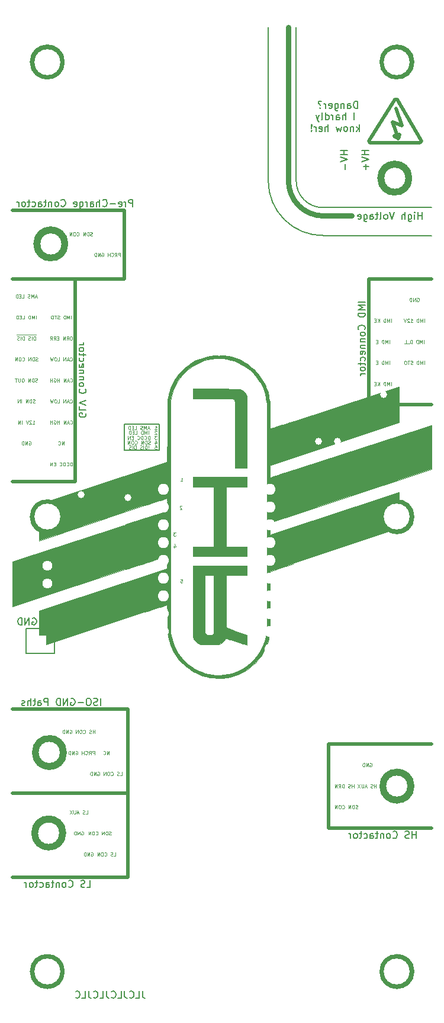
<source format=gbo>
G04 #@! TF.GenerationSoftware,KiCad,Pcbnew,(5.1.10)-1*
G04 #@! TF.CreationDate,2022-01-30T14:23:45-06:00*
G04 #@! TF.ProjectId,22-ELC-1-01-R1,32322d45-4c43-42d3-912d-30312d52312e,rev?*
G04 #@! TF.SameCoordinates,Original*
G04 #@! TF.FileFunction,Legend,Bot*
G04 #@! TF.FilePolarity,Positive*
%FSLAX46Y46*%
G04 Gerber Fmt 4.6, Leading zero omitted, Abs format (unit mm)*
G04 Created by KiCad (PCBNEW (5.1.10)-1) date 2022-01-30 14:23:45*
%MOMM*%
%LPD*%
G01*
G04 APERTURE LIST*
%ADD10C,0.150000*%
%ADD11C,0.100000*%
%ADD12C,1.000000*%
%ADD13C,0.500000*%
%ADD14C,0.750000*%
%ADD15C,0.010000*%
%ADD16C,3.000000*%
%ADD17C,1.500000*%
%ADD18C,1.000000*%
%ADD19O,1.600000X1.600000*%
%ADD20R,1.600000X1.600000*%
%ADD21C,3.700000*%
%ADD22R,1.700000X1.700000*%
%ADD23O,1.700000X1.700000*%
%ADD24C,1.440000*%
%ADD25C,1.800000*%
G04 APERTURE END LIST*
D10*
X129366666Y-36602380D02*
X129366666Y-35602380D01*
X129128571Y-35602380D01*
X128985714Y-35650000D01*
X128890476Y-35745238D01*
X128842857Y-35840476D01*
X128795238Y-36030952D01*
X128795238Y-36173809D01*
X128842857Y-36364285D01*
X128890476Y-36459523D01*
X128985714Y-36554761D01*
X129128571Y-36602380D01*
X129366666Y-36602380D01*
X127938095Y-36602380D02*
X127938095Y-36078571D01*
X127985714Y-35983333D01*
X128080952Y-35935714D01*
X128271428Y-35935714D01*
X128366666Y-35983333D01*
X127938095Y-36554761D02*
X128033333Y-36602380D01*
X128271428Y-36602380D01*
X128366666Y-36554761D01*
X128414285Y-36459523D01*
X128414285Y-36364285D01*
X128366666Y-36269047D01*
X128271428Y-36221428D01*
X128033333Y-36221428D01*
X127938095Y-36173809D01*
X127461904Y-35935714D02*
X127461904Y-36602380D01*
X127461904Y-36030952D02*
X127414285Y-35983333D01*
X127319047Y-35935714D01*
X127176190Y-35935714D01*
X127080952Y-35983333D01*
X127033333Y-36078571D01*
X127033333Y-36602380D01*
X126128571Y-35935714D02*
X126128571Y-36745238D01*
X126176190Y-36840476D01*
X126223809Y-36888095D01*
X126319047Y-36935714D01*
X126461904Y-36935714D01*
X126557142Y-36888095D01*
X126128571Y-36554761D02*
X126223809Y-36602380D01*
X126414285Y-36602380D01*
X126509523Y-36554761D01*
X126557142Y-36507142D01*
X126604761Y-36411904D01*
X126604761Y-36126190D01*
X126557142Y-36030952D01*
X126509523Y-35983333D01*
X126414285Y-35935714D01*
X126223809Y-35935714D01*
X126128571Y-35983333D01*
X125271428Y-36554761D02*
X125366666Y-36602380D01*
X125557142Y-36602380D01*
X125652380Y-36554761D01*
X125700000Y-36459523D01*
X125700000Y-36078571D01*
X125652380Y-35983333D01*
X125557142Y-35935714D01*
X125366666Y-35935714D01*
X125271428Y-35983333D01*
X125223809Y-36078571D01*
X125223809Y-36173809D01*
X125700000Y-36269047D01*
X124795238Y-36602380D02*
X124795238Y-35935714D01*
X124795238Y-36126190D02*
X124747619Y-36030952D01*
X124700000Y-35983333D01*
X124604761Y-35935714D01*
X124509523Y-35935714D01*
X124033333Y-36507142D02*
X123985714Y-36554761D01*
X124033333Y-36602380D01*
X124080952Y-36554761D01*
X124033333Y-36507142D01*
X124033333Y-36602380D01*
X124223809Y-35650000D02*
X124128571Y-35602380D01*
X123890476Y-35602380D01*
X123795238Y-35650000D01*
X123747619Y-35745238D01*
X123747619Y-35840476D01*
X123795238Y-35935714D01*
X123842857Y-35983333D01*
X123938095Y-36030952D01*
X123985714Y-36078571D01*
X124033333Y-36173809D01*
X124033333Y-36221428D01*
X128890476Y-38252380D02*
X128890476Y-37252380D01*
X127652380Y-38252380D02*
X127652380Y-37252380D01*
X127223809Y-38252380D02*
X127223809Y-37728571D01*
X127271428Y-37633333D01*
X127366666Y-37585714D01*
X127509523Y-37585714D01*
X127604761Y-37633333D01*
X127652380Y-37680952D01*
X126319047Y-38252380D02*
X126319047Y-37728571D01*
X126366666Y-37633333D01*
X126461904Y-37585714D01*
X126652380Y-37585714D01*
X126747619Y-37633333D01*
X126319047Y-38204761D02*
X126414285Y-38252380D01*
X126652380Y-38252380D01*
X126747619Y-38204761D01*
X126795238Y-38109523D01*
X126795238Y-38014285D01*
X126747619Y-37919047D01*
X126652380Y-37871428D01*
X126414285Y-37871428D01*
X126319047Y-37823809D01*
X125842857Y-38252380D02*
X125842857Y-37585714D01*
X125842857Y-37776190D02*
X125795238Y-37680952D01*
X125747619Y-37633333D01*
X125652380Y-37585714D01*
X125557142Y-37585714D01*
X124795238Y-38252380D02*
X124795238Y-37252380D01*
X124795238Y-38204761D02*
X124890476Y-38252380D01*
X125080952Y-38252380D01*
X125176190Y-38204761D01*
X125223809Y-38157142D01*
X125271428Y-38061904D01*
X125271428Y-37776190D01*
X125223809Y-37680952D01*
X125176190Y-37633333D01*
X125080952Y-37585714D01*
X124890476Y-37585714D01*
X124795238Y-37633333D01*
X124176190Y-38252380D02*
X124271428Y-38204761D01*
X124319047Y-38109523D01*
X124319047Y-37252380D01*
X123890476Y-37585714D02*
X123652380Y-38252380D01*
X123414285Y-37585714D02*
X123652380Y-38252380D01*
X123747619Y-38490476D01*
X123795238Y-38538095D01*
X123890476Y-38585714D01*
X129604761Y-39902380D02*
X129604761Y-38902380D01*
X129509523Y-39521428D02*
X129223809Y-39902380D01*
X129223809Y-39235714D02*
X129604761Y-39616666D01*
X128795238Y-39235714D02*
X128795238Y-39902380D01*
X128795238Y-39330952D02*
X128747619Y-39283333D01*
X128652380Y-39235714D01*
X128509523Y-39235714D01*
X128414285Y-39283333D01*
X128366666Y-39378571D01*
X128366666Y-39902380D01*
X127747619Y-39902380D02*
X127842857Y-39854761D01*
X127890476Y-39807142D01*
X127938095Y-39711904D01*
X127938095Y-39426190D01*
X127890476Y-39330952D01*
X127842857Y-39283333D01*
X127747619Y-39235714D01*
X127604761Y-39235714D01*
X127509523Y-39283333D01*
X127461904Y-39330952D01*
X127414285Y-39426190D01*
X127414285Y-39711904D01*
X127461904Y-39807142D01*
X127509523Y-39854761D01*
X127604761Y-39902380D01*
X127747619Y-39902380D01*
X127080952Y-39235714D02*
X126890476Y-39902380D01*
X126699999Y-39426190D01*
X126509523Y-39902380D01*
X126319047Y-39235714D01*
X125176190Y-39902380D02*
X125176190Y-38902380D01*
X124747619Y-39902380D02*
X124747619Y-39378571D01*
X124795238Y-39283333D01*
X124890476Y-39235714D01*
X125033333Y-39235714D01*
X125128571Y-39283333D01*
X125176190Y-39330952D01*
X123890476Y-39854761D02*
X123985714Y-39902380D01*
X124176190Y-39902380D01*
X124271428Y-39854761D01*
X124319047Y-39759523D01*
X124319047Y-39378571D01*
X124271428Y-39283333D01*
X124176190Y-39235714D01*
X123985714Y-39235714D01*
X123890476Y-39283333D01*
X123842857Y-39378571D01*
X123842857Y-39473809D01*
X124319047Y-39569047D01*
X123414285Y-39902380D02*
X123414285Y-39235714D01*
X123414285Y-39426190D02*
X123366666Y-39330952D01*
X123319047Y-39283333D01*
X123223809Y-39235714D01*
X123128571Y-39235714D01*
X122795238Y-39807142D02*
X122747619Y-39854761D01*
X122795238Y-39902380D01*
X122842857Y-39854761D01*
X122795238Y-39807142D01*
X122795238Y-39902380D01*
X122795238Y-39521428D02*
X122842857Y-38950000D01*
X122795238Y-38902380D01*
X122747619Y-38950000D01*
X122795238Y-39521428D01*
X122795238Y-38902380D01*
X98619047Y-162802380D02*
X98619047Y-163516666D01*
X98666666Y-163659523D01*
X98761904Y-163754761D01*
X98904761Y-163802380D01*
X99000000Y-163802380D01*
X97666666Y-163802380D02*
X98142857Y-163802380D01*
X98142857Y-162802380D01*
X96761904Y-163707142D02*
X96809523Y-163754761D01*
X96952380Y-163802380D01*
X97047619Y-163802380D01*
X97190476Y-163754761D01*
X97285714Y-163659523D01*
X97333333Y-163564285D01*
X97380952Y-163373809D01*
X97380952Y-163230952D01*
X97333333Y-163040476D01*
X97285714Y-162945238D01*
X97190476Y-162850000D01*
X97047619Y-162802380D01*
X96952380Y-162802380D01*
X96809523Y-162850000D01*
X96761904Y-162897619D01*
X96047619Y-162802380D02*
X96047619Y-163516666D01*
X96095238Y-163659523D01*
X96190476Y-163754761D01*
X96333333Y-163802380D01*
X96428571Y-163802380D01*
X95095238Y-163802380D02*
X95571428Y-163802380D01*
X95571428Y-162802380D01*
X94190476Y-163707142D02*
X94238095Y-163754761D01*
X94380952Y-163802380D01*
X94476190Y-163802380D01*
X94619047Y-163754761D01*
X94714285Y-163659523D01*
X94761904Y-163564285D01*
X94809523Y-163373809D01*
X94809523Y-163230952D01*
X94761904Y-163040476D01*
X94714285Y-162945238D01*
X94619047Y-162850000D01*
X94476190Y-162802380D01*
X94380952Y-162802380D01*
X94238095Y-162850000D01*
X94190476Y-162897619D01*
X93476190Y-162802380D02*
X93476190Y-163516666D01*
X93523809Y-163659523D01*
X93619047Y-163754761D01*
X93761904Y-163802380D01*
X93857142Y-163802380D01*
X92523809Y-163802380D02*
X93000000Y-163802380D01*
X93000000Y-162802380D01*
X91619047Y-163707142D02*
X91666666Y-163754761D01*
X91809523Y-163802380D01*
X91904761Y-163802380D01*
X92047619Y-163754761D01*
X92142857Y-163659523D01*
X92190476Y-163564285D01*
X92238095Y-163373809D01*
X92238095Y-163230952D01*
X92190476Y-163040476D01*
X92142857Y-162945238D01*
X92047619Y-162850000D01*
X91904761Y-162802380D01*
X91809523Y-162802380D01*
X91666666Y-162850000D01*
X91619047Y-162897619D01*
X90904761Y-162802380D02*
X90904761Y-163516666D01*
X90952380Y-163659523D01*
X91047619Y-163754761D01*
X91190476Y-163802380D01*
X91285714Y-163802380D01*
X89952380Y-163802380D02*
X90428571Y-163802380D01*
X90428571Y-162802380D01*
X89047619Y-163707142D02*
X89095238Y-163754761D01*
X89238095Y-163802380D01*
X89333333Y-163802380D01*
X89476190Y-163754761D01*
X89571428Y-163659523D01*
X89619047Y-163564285D01*
X89666666Y-163373809D01*
X89666666Y-163230952D01*
X89619047Y-163040476D01*
X89571428Y-162945238D01*
X89476190Y-162850000D01*
X89333333Y-162802380D01*
X89238095Y-162802380D01*
X89095238Y-162850000D01*
X89047619Y-162897619D01*
D11*
X99504761Y-85278571D02*
X99480952Y-85302380D01*
X99504761Y-85326190D01*
X99528571Y-85302380D01*
X99504761Y-85278571D01*
X99504761Y-85326190D01*
X99504761Y-85135714D02*
X99528571Y-84850000D01*
X99504761Y-84826190D01*
X99480952Y-84850000D01*
X99504761Y-85135714D01*
X99504761Y-84826190D01*
X99266666Y-85326190D02*
X99266666Y-84826190D01*
X99147619Y-84826190D01*
X99076190Y-84850000D01*
X99028571Y-84897619D01*
X99004761Y-84945238D01*
X98980952Y-85040476D01*
X98980952Y-85111904D01*
X99004761Y-85207142D01*
X99028571Y-85254761D01*
X99076190Y-85302380D01*
X99147619Y-85326190D01*
X99266666Y-85326190D01*
X98766666Y-85326190D02*
X98766666Y-84826190D01*
X98552380Y-85302380D02*
X98480952Y-85326190D01*
X98361904Y-85326190D01*
X98314285Y-85302380D01*
X98290476Y-85278571D01*
X98266666Y-85230952D01*
X98266666Y-85183333D01*
X98290476Y-85135714D01*
X98314285Y-85111904D01*
X98361904Y-85088095D01*
X98457142Y-85064285D01*
X98504761Y-85040476D01*
X98528571Y-85016666D01*
X98552380Y-84969047D01*
X98552380Y-84921428D01*
X98528571Y-84873809D01*
X98504761Y-84850000D01*
X98457142Y-84826190D01*
X98338095Y-84826190D01*
X98266666Y-84850000D01*
X97671428Y-85326190D02*
X97671428Y-84826190D01*
X97552380Y-84826190D01*
X97480952Y-84850000D01*
X97433333Y-84897619D01*
X97409523Y-84945238D01*
X97385714Y-85040476D01*
X97385714Y-85111904D01*
X97409523Y-85207142D01*
X97433333Y-85254761D01*
X97480952Y-85302380D01*
X97552380Y-85326190D01*
X97671428Y-85326190D01*
X97171428Y-85326190D02*
X97171428Y-84826190D01*
X96957142Y-85302380D02*
X96885714Y-85326190D01*
X96766666Y-85326190D01*
X96719047Y-85302380D01*
X96695238Y-85278571D01*
X96671428Y-85230952D01*
X96671428Y-85183333D01*
X96695238Y-85135714D01*
X96719047Y-85111904D01*
X96766666Y-85088095D01*
X96861904Y-85064285D01*
X96909523Y-85040476D01*
X96933333Y-85016666D01*
X96957142Y-84969047D01*
X96957142Y-84921428D01*
X96933333Y-84873809D01*
X96909523Y-84850000D01*
X96861904Y-84826190D01*
X96742857Y-84826190D01*
X96671428Y-84850000D01*
X99719047Y-84602380D02*
X99647619Y-84626190D01*
X99528571Y-84626190D01*
X99480952Y-84602380D01*
X99457142Y-84578571D01*
X99433333Y-84530952D01*
X99433333Y-84483333D01*
X99457142Y-84435714D01*
X99480952Y-84411904D01*
X99528571Y-84388095D01*
X99623809Y-84364285D01*
X99671428Y-84340476D01*
X99695238Y-84316666D01*
X99719047Y-84269047D01*
X99719047Y-84221428D01*
X99695238Y-84173809D01*
X99671428Y-84150000D01*
X99623809Y-84126190D01*
X99504761Y-84126190D01*
X99433333Y-84150000D01*
X99219047Y-84626190D02*
X99219047Y-84126190D01*
X99100000Y-84126190D01*
X99028571Y-84150000D01*
X98980952Y-84197619D01*
X98957142Y-84245238D01*
X98933333Y-84340476D01*
X98933333Y-84411904D01*
X98957142Y-84507142D01*
X98980952Y-84554761D01*
X99028571Y-84602380D01*
X99100000Y-84626190D01*
X99219047Y-84626190D01*
X98719047Y-84626190D02*
X98719047Y-84126190D01*
X98433333Y-84626190D01*
X98433333Y-84126190D01*
X97528571Y-84578571D02*
X97552380Y-84602380D01*
X97623809Y-84626190D01*
X97671428Y-84626190D01*
X97742857Y-84602380D01*
X97790476Y-84554761D01*
X97814285Y-84507142D01*
X97838095Y-84411904D01*
X97838095Y-84340476D01*
X97814285Y-84245238D01*
X97790476Y-84197619D01*
X97742857Y-84150000D01*
X97671428Y-84126190D01*
X97623809Y-84126190D01*
X97552380Y-84150000D01*
X97528571Y-84173809D01*
X97219047Y-84126190D02*
X97123809Y-84126190D01*
X97076190Y-84150000D01*
X97028571Y-84197619D01*
X97004761Y-84292857D01*
X97004761Y-84459523D01*
X97028571Y-84554761D01*
X97076190Y-84602380D01*
X97123809Y-84626190D01*
X97219047Y-84626190D01*
X97266666Y-84602380D01*
X97314285Y-84554761D01*
X97338095Y-84459523D01*
X97338095Y-84292857D01*
X97314285Y-84197619D01*
X97266666Y-84150000D01*
X97219047Y-84126190D01*
X96790476Y-84626190D02*
X96790476Y-84126190D01*
X96504761Y-84626190D01*
X96504761Y-84126190D01*
X99659523Y-83926190D02*
X99659523Y-83426190D01*
X99540476Y-83426190D01*
X99469047Y-83450000D01*
X99421428Y-83497619D01*
X99397619Y-83545238D01*
X99373809Y-83640476D01*
X99373809Y-83711904D01*
X99397619Y-83807142D01*
X99421428Y-83854761D01*
X99469047Y-83902380D01*
X99540476Y-83926190D01*
X99659523Y-83926190D01*
X98873809Y-83878571D02*
X98897619Y-83902380D01*
X98969047Y-83926190D01*
X99016666Y-83926190D01*
X99088095Y-83902380D01*
X99135714Y-83854761D01*
X99159523Y-83807142D01*
X99183333Y-83711904D01*
X99183333Y-83640476D01*
X99159523Y-83545238D01*
X99135714Y-83497619D01*
X99088095Y-83450000D01*
X99016666Y-83426190D01*
X98969047Y-83426190D01*
X98897619Y-83450000D01*
X98873809Y-83473809D01*
X98659523Y-83926190D02*
X98659523Y-83426190D01*
X98540476Y-83426190D01*
X98469047Y-83450000D01*
X98421428Y-83497619D01*
X98397619Y-83545238D01*
X98373809Y-83640476D01*
X98373809Y-83711904D01*
X98397619Y-83807142D01*
X98421428Y-83854761D01*
X98469047Y-83902380D01*
X98540476Y-83926190D01*
X98659523Y-83926190D01*
X97873809Y-83878571D02*
X97897619Y-83902380D01*
X97969047Y-83926190D01*
X98016666Y-83926190D01*
X98088095Y-83902380D01*
X98135714Y-83854761D01*
X98159523Y-83807142D01*
X98183333Y-83711904D01*
X98183333Y-83640476D01*
X98159523Y-83545238D01*
X98135714Y-83497619D01*
X98088095Y-83450000D01*
X98016666Y-83426190D01*
X97969047Y-83426190D01*
X97897619Y-83450000D01*
X97873809Y-83473809D01*
X97278571Y-83664285D02*
X97111904Y-83664285D01*
X97040476Y-83926190D02*
X97278571Y-83926190D01*
X97278571Y-83426190D01*
X97040476Y-83426190D01*
X96826190Y-83926190D02*
X96826190Y-83426190D01*
X96540476Y-83926190D01*
X96540476Y-83426190D01*
X99504761Y-83226190D02*
X99504761Y-82726190D01*
X99266666Y-83226190D02*
X99266666Y-82726190D01*
X99100000Y-83083333D01*
X98933333Y-82726190D01*
X98933333Y-83226190D01*
X98695238Y-83226190D02*
X98695238Y-82726190D01*
X98576190Y-82726190D01*
X98504761Y-82750000D01*
X98457142Y-82797619D01*
X98433333Y-82845238D01*
X98409523Y-82940476D01*
X98409523Y-83011904D01*
X98433333Y-83107142D01*
X98457142Y-83154761D01*
X98504761Y-83202380D01*
X98576190Y-83226190D01*
X98695238Y-83226190D01*
X97576190Y-83226190D02*
X97814285Y-83226190D01*
X97814285Y-82726190D01*
X97409523Y-82964285D02*
X97242857Y-82964285D01*
X97171428Y-83226190D02*
X97409523Y-83226190D01*
X97409523Y-82726190D01*
X97171428Y-82726190D01*
X96957142Y-83226190D02*
X96957142Y-82726190D01*
X96838095Y-82726190D01*
X96766666Y-82750000D01*
X96719047Y-82797619D01*
X96695238Y-82845238D01*
X96671428Y-82940476D01*
X96671428Y-83011904D01*
X96695238Y-83107142D01*
X96719047Y-83154761D01*
X96766666Y-83202380D01*
X96838095Y-83226190D01*
X96957142Y-83226190D01*
X99611904Y-82383333D02*
X99373809Y-82383333D01*
X99659523Y-82526190D02*
X99492857Y-82026190D01*
X99326190Y-82526190D01*
X99159523Y-82526190D02*
X99159523Y-82026190D01*
X98992857Y-82383333D01*
X98826190Y-82026190D01*
X98826190Y-82526190D01*
X98611904Y-82502380D02*
X98540476Y-82526190D01*
X98421428Y-82526190D01*
X98373809Y-82502380D01*
X98350000Y-82478571D01*
X98326190Y-82430952D01*
X98326190Y-82383333D01*
X98350000Y-82335714D01*
X98373809Y-82311904D01*
X98421428Y-82288095D01*
X98516666Y-82264285D01*
X98564285Y-82240476D01*
X98588095Y-82216666D01*
X98611904Y-82169047D01*
X98611904Y-82121428D01*
X98588095Y-82073809D01*
X98564285Y-82050000D01*
X98516666Y-82026190D01*
X98397619Y-82026190D01*
X98326190Y-82050000D01*
X97492857Y-82526190D02*
X97730952Y-82526190D01*
X97730952Y-82026190D01*
X97326190Y-82264285D02*
X97159523Y-82264285D01*
X97088095Y-82526190D02*
X97326190Y-82526190D01*
X97326190Y-82026190D01*
X97088095Y-82026190D01*
X96873809Y-82526190D02*
X96873809Y-82026190D01*
X96754761Y-82026190D01*
X96683333Y-82050000D01*
X96635714Y-82097619D01*
X96611904Y-82145238D01*
X96588095Y-82240476D01*
X96588095Y-82311904D01*
X96611904Y-82407142D01*
X96635714Y-82454761D01*
X96683333Y-82502380D01*
X96754761Y-82526190D01*
X96873809Y-82526190D01*
X100380952Y-84826190D02*
X100619047Y-84826190D01*
X100642857Y-85064285D01*
X100619047Y-85040476D01*
X100571428Y-85016666D01*
X100452380Y-85016666D01*
X100404761Y-85040476D01*
X100380952Y-85064285D01*
X100357142Y-85111904D01*
X100357142Y-85230952D01*
X100380952Y-85278571D01*
X100404761Y-85302380D01*
X100452380Y-85326190D01*
X100571428Y-85326190D01*
X100619047Y-85302380D01*
X100642857Y-85278571D01*
X100404761Y-84292857D02*
X100404761Y-84626190D01*
X100523809Y-84102380D02*
X100642857Y-84459523D01*
X100333333Y-84459523D01*
X100666666Y-83426190D02*
X100357142Y-83426190D01*
X100523809Y-83616666D01*
X100452380Y-83616666D01*
X100404761Y-83640476D01*
X100380952Y-83664285D01*
X100357142Y-83711904D01*
X100357142Y-83830952D01*
X100380952Y-83878571D01*
X100404761Y-83902380D01*
X100452380Y-83926190D01*
X100595238Y-83926190D01*
X100642857Y-83902380D01*
X100666666Y-83878571D01*
X100642857Y-82773809D02*
X100619047Y-82750000D01*
X100571428Y-82726190D01*
X100452380Y-82726190D01*
X100404761Y-82750000D01*
X100380952Y-82773809D01*
X100357142Y-82821428D01*
X100357142Y-82869047D01*
X100380952Y-82940476D01*
X100666666Y-83226190D01*
X100357142Y-83226190D01*
X100357142Y-82526190D02*
X100642857Y-82526190D01*
X100500000Y-82526190D02*
X100500000Y-82026190D01*
X100547619Y-82097619D01*
X100595238Y-82145238D01*
X100642857Y-82169047D01*
D10*
X96000000Y-85500000D02*
X101000000Y-85500000D01*
X96000000Y-81800000D02*
X96000000Y-85500000D01*
X101000000Y-81800000D02*
X96000000Y-81800000D01*
X101000000Y-85500000D02*
X101000000Y-81800000D01*
D11*
X104080952Y-103926190D02*
X104319047Y-103926190D01*
X104342857Y-104164285D01*
X104319047Y-104140476D01*
X104271428Y-104116666D01*
X104152380Y-104116666D01*
X104104761Y-104140476D01*
X104080952Y-104164285D01*
X104057142Y-104211904D01*
X104057142Y-104330952D01*
X104080952Y-104378571D01*
X104104761Y-104402380D01*
X104152380Y-104426190D01*
X104271428Y-104426190D01*
X104319047Y-104402380D01*
X104342857Y-104378571D01*
X103104761Y-99092857D02*
X103104761Y-99426190D01*
X103223809Y-98902380D02*
X103342857Y-99259523D01*
X103033333Y-99259523D01*
X103366666Y-97226190D02*
X103057142Y-97226190D01*
X103223809Y-97416666D01*
X103152380Y-97416666D01*
X103104761Y-97440476D01*
X103080952Y-97464285D01*
X103057142Y-97511904D01*
X103057142Y-97630952D01*
X103080952Y-97678571D01*
X103104761Y-97702380D01*
X103152380Y-97726190D01*
X103295238Y-97726190D01*
X103342857Y-97702380D01*
X103366666Y-97678571D01*
X104242857Y-93473809D02*
X104219047Y-93450000D01*
X104171428Y-93426190D01*
X104052380Y-93426190D01*
X104004761Y-93450000D01*
X103980952Y-93473809D01*
X103957142Y-93521428D01*
X103957142Y-93569047D01*
X103980952Y-93640476D01*
X104266666Y-93926190D01*
X103957142Y-93926190D01*
X104057142Y-89926190D02*
X104342857Y-89926190D01*
X104200000Y-89926190D02*
X104200000Y-89426190D01*
X104247619Y-89497619D01*
X104295238Y-89545238D01*
X104342857Y-89569047D01*
D12*
X137000000Y-133500000D02*
G75*
G03*
X137000000Y-133500000I-2000000J0D01*
G01*
X87200000Y-140200000D02*
G75*
G03*
X87200000Y-140200000I-2000000J0D01*
G01*
X87300000Y-128700000D02*
G75*
G03*
X87300000Y-128700000I-2000000J0D01*
G01*
X87500000Y-56000000D02*
G75*
G03*
X87500000Y-56000000I-2000000J0D01*
G01*
X136700000Y-46600000D02*
G75*
G03*
X136700000Y-46600000I-2000000J0D01*
G01*
X137000000Y-160000000D02*
G75*
G03*
X137000000Y-160000000I-2000000J0D01*
G01*
X87000000Y-160000000D02*
G75*
G03*
X87000000Y-160000000I-2000000J0D01*
G01*
X87000000Y-95000000D02*
G75*
G03*
X87000000Y-95000000I-2000000J0D01*
G01*
X137000000Y-95000000D02*
G75*
G03*
X137000000Y-95000000I-2000000J0D01*
G01*
X137000000Y-30000000D02*
G75*
G03*
X137000000Y-30000000I-2000000J0D01*
G01*
X87000000Y-30000000D02*
G75*
G03*
X87000000Y-30000000I-2000000J0D01*
G01*
D11*
X129369047Y-136702380D02*
X129297619Y-136726190D01*
X129178571Y-136726190D01*
X129130952Y-136702380D01*
X129107142Y-136678571D01*
X129083333Y-136630952D01*
X129083333Y-136583333D01*
X129107142Y-136535714D01*
X129130952Y-136511904D01*
X129178571Y-136488095D01*
X129273809Y-136464285D01*
X129321428Y-136440476D01*
X129345238Y-136416666D01*
X129369047Y-136369047D01*
X129369047Y-136321428D01*
X129345238Y-136273809D01*
X129321428Y-136250000D01*
X129273809Y-136226190D01*
X129154761Y-136226190D01*
X129083333Y-136250000D01*
X128869047Y-136726190D02*
X128869047Y-136226190D01*
X128750000Y-136226190D01*
X128678571Y-136250000D01*
X128630952Y-136297619D01*
X128607142Y-136345238D01*
X128583333Y-136440476D01*
X128583333Y-136511904D01*
X128607142Y-136607142D01*
X128630952Y-136654761D01*
X128678571Y-136702380D01*
X128750000Y-136726190D01*
X128869047Y-136726190D01*
X128369047Y-136726190D02*
X128369047Y-136226190D01*
X128083333Y-136726190D01*
X128083333Y-136226190D01*
X127178571Y-136678571D02*
X127202380Y-136702380D01*
X127273809Y-136726190D01*
X127321428Y-136726190D01*
X127392857Y-136702380D01*
X127440476Y-136654761D01*
X127464285Y-136607142D01*
X127488095Y-136511904D01*
X127488095Y-136440476D01*
X127464285Y-136345238D01*
X127440476Y-136297619D01*
X127392857Y-136250000D01*
X127321428Y-136226190D01*
X127273809Y-136226190D01*
X127202380Y-136250000D01*
X127178571Y-136273809D01*
X126869047Y-136226190D02*
X126773809Y-136226190D01*
X126726190Y-136250000D01*
X126678571Y-136297619D01*
X126654761Y-136392857D01*
X126654761Y-136559523D01*
X126678571Y-136654761D01*
X126726190Y-136702380D01*
X126773809Y-136726190D01*
X126869047Y-136726190D01*
X126916666Y-136702380D01*
X126964285Y-136654761D01*
X126988095Y-136559523D01*
X126988095Y-136392857D01*
X126964285Y-136297619D01*
X126916666Y-136250000D01*
X126869047Y-136226190D01*
X126440476Y-136726190D02*
X126440476Y-136226190D01*
X126154761Y-136726190D01*
X126154761Y-136226190D01*
X128833333Y-133726190D02*
X128833333Y-133226190D01*
X128833333Y-133464285D02*
X128547619Y-133464285D01*
X128547619Y-133726190D02*
X128547619Y-133226190D01*
X128333333Y-133702380D02*
X128261904Y-133726190D01*
X128142857Y-133726190D01*
X128095238Y-133702380D01*
X128071428Y-133678571D01*
X128047619Y-133630952D01*
X128047619Y-133583333D01*
X128071428Y-133535714D01*
X128095238Y-133511904D01*
X128142857Y-133488095D01*
X128238095Y-133464285D01*
X128285714Y-133440476D01*
X128309523Y-133416666D01*
X128333333Y-133369047D01*
X128333333Y-133321428D01*
X128309523Y-133273809D01*
X128285714Y-133250000D01*
X128238095Y-133226190D01*
X128119047Y-133226190D01*
X128047619Y-133250000D01*
X127452380Y-133726190D02*
X127452380Y-133226190D01*
X127333333Y-133226190D01*
X127261904Y-133250000D01*
X127214285Y-133297619D01*
X127190476Y-133345238D01*
X127166666Y-133440476D01*
X127166666Y-133511904D01*
X127190476Y-133607142D01*
X127214285Y-133654761D01*
X127261904Y-133702380D01*
X127333333Y-133726190D01*
X127452380Y-133726190D01*
X126666666Y-133726190D02*
X126833333Y-133488095D01*
X126952380Y-133726190D02*
X126952380Y-133226190D01*
X126761904Y-133226190D01*
X126714285Y-133250000D01*
X126690476Y-133273809D01*
X126666666Y-133321428D01*
X126666666Y-133392857D01*
X126690476Y-133440476D01*
X126714285Y-133464285D01*
X126761904Y-133488095D01*
X126952380Y-133488095D01*
X126452380Y-133726190D02*
X126452380Y-133226190D01*
X126166666Y-133726190D01*
X126166666Y-133226190D01*
X132035714Y-133726190D02*
X132035714Y-133226190D01*
X132035714Y-133464285D02*
X131750000Y-133464285D01*
X131750000Y-133726190D02*
X131750000Y-133226190D01*
X131535714Y-133702380D02*
X131464285Y-133726190D01*
X131345238Y-133726190D01*
X131297619Y-133702380D01*
X131273809Y-133678571D01*
X131250000Y-133630952D01*
X131250000Y-133583333D01*
X131273809Y-133535714D01*
X131297619Y-133511904D01*
X131345238Y-133488095D01*
X131440476Y-133464285D01*
X131488095Y-133440476D01*
X131511904Y-133416666D01*
X131535714Y-133369047D01*
X131535714Y-133321428D01*
X131511904Y-133273809D01*
X131488095Y-133250000D01*
X131440476Y-133226190D01*
X131321428Y-133226190D01*
X131250000Y-133250000D01*
X130678571Y-133583333D02*
X130440476Y-133583333D01*
X130726190Y-133726190D02*
X130559523Y-133226190D01*
X130392857Y-133726190D01*
X130226190Y-133226190D02*
X130226190Y-133630952D01*
X130202380Y-133678571D01*
X130178571Y-133702380D01*
X130130952Y-133726190D01*
X130035714Y-133726190D01*
X129988095Y-133702380D01*
X129964285Y-133678571D01*
X129940476Y-133630952D01*
X129940476Y-133226190D01*
X129750000Y-133226190D02*
X129416666Y-133726190D01*
X129416666Y-133226190D02*
X129750000Y-133726190D01*
X131130952Y-130250000D02*
X131178571Y-130226190D01*
X131250000Y-130226190D01*
X131321428Y-130250000D01*
X131369047Y-130297619D01*
X131392857Y-130345238D01*
X131416666Y-130440476D01*
X131416666Y-130511904D01*
X131392857Y-130607142D01*
X131369047Y-130654761D01*
X131321428Y-130702380D01*
X131250000Y-130726190D01*
X131202380Y-130726190D01*
X131130952Y-130702380D01*
X131107142Y-130678571D01*
X131107142Y-130511904D01*
X131202380Y-130511904D01*
X130892857Y-130726190D02*
X130892857Y-130226190D01*
X130607142Y-130726190D01*
X130607142Y-130226190D01*
X130369047Y-130726190D02*
X130369047Y-130226190D01*
X130250000Y-130226190D01*
X130178571Y-130250000D01*
X130130952Y-130297619D01*
X130107142Y-130345238D01*
X130083333Y-130440476D01*
X130083333Y-130511904D01*
X130107142Y-130607142D01*
X130130952Y-130654761D01*
X130178571Y-130702380D01*
X130250000Y-130726190D01*
X130369047Y-130726190D01*
X94500000Y-143476190D02*
X94738095Y-143476190D01*
X94738095Y-142976190D01*
X94357142Y-143452380D02*
X94285714Y-143476190D01*
X94166666Y-143476190D01*
X94119047Y-143452380D01*
X94095238Y-143428571D01*
X94071428Y-143380952D01*
X94071428Y-143333333D01*
X94095238Y-143285714D01*
X94119047Y-143261904D01*
X94166666Y-143238095D01*
X94261904Y-143214285D01*
X94309523Y-143190476D01*
X94333333Y-143166666D01*
X94357142Y-143119047D01*
X94357142Y-143071428D01*
X94333333Y-143023809D01*
X94309523Y-143000000D01*
X94261904Y-142976190D01*
X94142857Y-142976190D01*
X94071428Y-143000000D01*
X93190476Y-143428571D02*
X93214285Y-143452380D01*
X93285714Y-143476190D01*
X93333333Y-143476190D01*
X93404761Y-143452380D01*
X93452380Y-143404761D01*
X93476190Y-143357142D01*
X93500000Y-143261904D01*
X93500000Y-143190476D01*
X93476190Y-143095238D01*
X93452380Y-143047619D01*
X93404761Y-143000000D01*
X93333333Y-142976190D01*
X93285714Y-142976190D01*
X93214285Y-143000000D01*
X93190476Y-143023809D01*
X92880952Y-142976190D02*
X92785714Y-142976190D01*
X92738095Y-143000000D01*
X92690476Y-143047619D01*
X92666666Y-143142857D01*
X92666666Y-143309523D01*
X92690476Y-143404761D01*
X92738095Y-143452380D01*
X92785714Y-143476190D01*
X92880952Y-143476190D01*
X92928571Y-143452380D01*
X92976190Y-143404761D01*
X93000000Y-143309523D01*
X93000000Y-143142857D01*
X92976190Y-143047619D01*
X92928571Y-143000000D01*
X92880952Y-142976190D01*
X92452380Y-143476190D02*
X92452380Y-142976190D01*
X92166666Y-143476190D01*
X92166666Y-142976190D01*
X91285714Y-143000000D02*
X91333333Y-142976190D01*
X91404761Y-142976190D01*
X91476190Y-143000000D01*
X91523809Y-143047619D01*
X91547619Y-143095238D01*
X91571428Y-143190476D01*
X91571428Y-143261904D01*
X91547619Y-143357142D01*
X91523809Y-143404761D01*
X91476190Y-143452380D01*
X91404761Y-143476190D01*
X91357142Y-143476190D01*
X91285714Y-143452380D01*
X91261904Y-143428571D01*
X91261904Y-143261904D01*
X91357142Y-143261904D01*
X91047619Y-143476190D02*
X91047619Y-142976190D01*
X90761904Y-143476190D01*
X90761904Y-142976190D01*
X90523809Y-143476190D02*
X90523809Y-142976190D01*
X90404761Y-142976190D01*
X90333333Y-143000000D01*
X90285714Y-143047619D01*
X90261904Y-143095238D01*
X90238095Y-143190476D01*
X90238095Y-143261904D01*
X90261904Y-143357142D01*
X90285714Y-143404761D01*
X90333333Y-143452380D01*
X90404761Y-143476190D01*
X90523809Y-143476190D01*
X94119047Y-140452380D02*
X94047619Y-140476190D01*
X93928571Y-140476190D01*
X93880952Y-140452380D01*
X93857142Y-140428571D01*
X93833333Y-140380952D01*
X93833333Y-140333333D01*
X93857142Y-140285714D01*
X93880952Y-140261904D01*
X93928571Y-140238095D01*
X94023809Y-140214285D01*
X94071428Y-140190476D01*
X94095238Y-140166666D01*
X94119047Y-140119047D01*
X94119047Y-140071428D01*
X94095238Y-140023809D01*
X94071428Y-140000000D01*
X94023809Y-139976190D01*
X93904761Y-139976190D01*
X93833333Y-140000000D01*
X93619047Y-140476190D02*
X93619047Y-139976190D01*
X93500000Y-139976190D01*
X93428571Y-140000000D01*
X93380952Y-140047619D01*
X93357142Y-140095238D01*
X93333333Y-140190476D01*
X93333333Y-140261904D01*
X93357142Y-140357142D01*
X93380952Y-140404761D01*
X93428571Y-140452380D01*
X93500000Y-140476190D01*
X93619047Y-140476190D01*
X93119047Y-140476190D02*
X93119047Y-139976190D01*
X92833333Y-140476190D01*
X92833333Y-139976190D01*
X91928571Y-140428571D02*
X91952380Y-140452380D01*
X92023809Y-140476190D01*
X92071428Y-140476190D01*
X92142857Y-140452380D01*
X92190476Y-140404761D01*
X92214285Y-140357142D01*
X92238095Y-140261904D01*
X92238095Y-140190476D01*
X92214285Y-140095238D01*
X92190476Y-140047619D01*
X92142857Y-140000000D01*
X92071428Y-139976190D01*
X92023809Y-139976190D01*
X91952380Y-140000000D01*
X91928571Y-140023809D01*
X91619047Y-139976190D02*
X91523809Y-139976190D01*
X91476190Y-140000000D01*
X91428571Y-140047619D01*
X91404761Y-140142857D01*
X91404761Y-140309523D01*
X91428571Y-140404761D01*
X91476190Y-140452380D01*
X91523809Y-140476190D01*
X91619047Y-140476190D01*
X91666666Y-140452380D01*
X91714285Y-140404761D01*
X91738095Y-140309523D01*
X91738095Y-140142857D01*
X91714285Y-140047619D01*
X91666666Y-140000000D01*
X91619047Y-139976190D01*
X91190476Y-140476190D02*
X91190476Y-139976190D01*
X90904761Y-140476190D01*
X90904761Y-139976190D01*
X89880952Y-140000000D02*
X89928571Y-139976190D01*
X90000000Y-139976190D01*
X90071428Y-140000000D01*
X90119047Y-140047619D01*
X90142857Y-140095238D01*
X90166666Y-140190476D01*
X90166666Y-140261904D01*
X90142857Y-140357142D01*
X90119047Y-140404761D01*
X90071428Y-140452380D01*
X90000000Y-140476190D01*
X89952380Y-140476190D01*
X89880952Y-140452380D01*
X89857142Y-140428571D01*
X89857142Y-140261904D01*
X89952380Y-140261904D01*
X89642857Y-140476190D02*
X89642857Y-139976190D01*
X89357142Y-140476190D01*
X89357142Y-139976190D01*
X89119047Y-140476190D02*
X89119047Y-139976190D01*
X89000000Y-139976190D01*
X88928571Y-140000000D01*
X88880952Y-140047619D01*
X88857142Y-140095238D01*
X88833333Y-140190476D01*
X88833333Y-140261904D01*
X88857142Y-140357142D01*
X88880952Y-140404761D01*
X88928571Y-140452380D01*
X89000000Y-140476190D01*
X89119047Y-140476190D01*
X90488095Y-137476190D02*
X90726190Y-137476190D01*
X90726190Y-136976190D01*
X90345238Y-137452380D02*
X90273809Y-137476190D01*
X90154761Y-137476190D01*
X90107142Y-137452380D01*
X90083333Y-137428571D01*
X90059523Y-137380952D01*
X90059523Y-137333333D01*
X90083333Y-137285714D01*
X90107142Y-137261904D01*
X90154761Y-137238095D01*
X90250000Y-137214285D01*
X90297619Y-137190476D01*
X90321428Y-137166666D01*
X90345238Y-137119047D01*
X90345238Y-137071428D01*
X90321428Y-137023809D01*
X90297619Y-137000000D01*
X90250000Y-136976190D01*
X90130952Y-136976190D01*
X90059523Y-137000000D01*
X89488095Y-137333333D02*
X89250000Y-137333333D01*
X89535714Y-137476190D02*
X89369047Y-136976190D01*
X89202380Y-137476190D01*
X89035714Y-136976190D02*
X89035714Y-137380952D01*
X89011904Y-137428571D01*
X88988095Y-137452380D01*
X88940476Y-137476190D01*
X88845238Y-137476190D01*
X88797619Y-137452380D01*
X88773809Y-137428571D01*
X88750000Y-137380952D01*
X88750000Y-136976190D01*
X88559523Y-136976190D02*
X88226190Y-137476190D01*
X88226190Y-136976190D02*
X88559523Y-137476190D01*
X95400000Y-131976190D02*
X95638095Y-131976190D01*
X95638095Y-131476190D01*
X95257142Y-131952380D02*
X95185714Y-131976190D01*
X95066666Y-131976190D01*
X95019047Y-131952380D01*
X94995238Y-131928571D01*
X94971428Y-131880952D01*
X94971428Y-131833333D01*
X94995238Y-131785714D01*
X95019047Y-131761904D01*
X95066666Y-131738095D01*
X95161904Y-131714285D01*
X95209523Y-131690476D01*
X95233333Y-131666666D01*
X95257142Y-131619047D01*
X95257142Y-131571428D01*
X95233333Y-131523809D01*
X95209523Y-131500000D01*
X95161904Y-131476190D01*
X95042857Y-131476190D01*
X94971428Y-131500000D01*
X94090476Y-131928571D02*
X94114285Y-131952380D01*
X94185714Y-131976190D01*
X94233333Y-131976190D01*
X94304761Y-131952380D01*
X94352380Y-131904761D01*
X94376190Y-131857142D01*
X94400000Y-131761904D01*
X94400000Y-131690476D01*
X94376190Y-131595238D01*
X94352380Y-131547619D01*
X94304761Y-131500000D01*
X94233333Y-131476190D01*
X94185714Y-131476190D01*
X94114285Y-131500000D01*
X94090476Y-131523809D01*
X93780952Y-131476190D02*
X93685714Y-131476190D01*
X93638095Y-131500000D01*
X93590476Y-131547619D01*
X93566666Y-131642857D01*
X93566666Y-131809523D01*
X93590476Y-131904761D01*
X93638095Y-131952380D01*
X93685714Y-131976190D01*
X93780952Y-131976190D01*
X93828571Y-131952380D01*
X93876190Y-131904761D01*
X93900000Y-131809523D01*
X93900000Y-131642857D01*
X93876190Y-131547619D01*
X93828571Y-131500000D01*
X93780952Y-131476190D01*
X93352380Y-131976190D02*
X93352380Y-131476190D01*
X93066666Y-131976190D01*
X93066666Y-131476190D01*
X92185714Y-131500000D02*
X92233333Y-131476190D01*
X92304761Y-131476190D01*
X92376190Y-131500000D01*
X92423809Y-131547619D01*
X92447619Y-131595238D01*
X92471428Y-131690476D01*
X92471428Y-131761904D01*
X92447619Y-131857142D01*
X92423809Y-131904761D01*
X92376190Y-131952380D01*
X92304761Y-131976190D01*
X92257142Y-131976190D01*
X92185714Y-131952380D01*
X92161904Y-131928571D01*
X92161904Y-131761904D01*
X92257142Y-131761904D01*
X91947619Y-131976190D02*
X91947619Y-131476190D01*
X91661904Y-131976190D01*
X91661904Y-131476190D01*
X91423809Y-131976190D02*
X91423809Y-131476190D01*
X91304761Y-131476190D01*
X91233333Y-131500000D01*
X91185714Y-131547619D01*
X91161904Y-131595238D01*
X91138095Y-131690476D01*
X91138095Y-131761904D01*
X91161904Y-131857142D01*
X91185714Y-131904761D01*
X91233333Y-131952380D01*
X91304761Y-131976190D01*
X91423809Y-131976190D01*
X91745238Y-128976190D02*
X91745238Y-128476190D01*
X91554761Y-128476190D01*
X91507142Y-128500000D01*
X91483333Y-128523809D01*
X91459523Y-128571428D01*
X91459523Y-128642857D01*
X91483333Y-128690476D01*
X91507142Y-128714285D01*
X91554761Y-128738095D01*
X91745238Y-128738095D01*
X90959523Y-128976190D02*
X91126190Y-128738095D01*
X91245238Y-128976190D02*
X91245238Y-128476190D01*
X91054761Y-128476190D01*
X91007142Y-128500000D01*
X90983333Y-128523809D01*
X90959523Y-128571428D01*
X90959523Y-128642857D01*
X90983333Y-128690476D01*
X91007142Y-128714285D01*
X91054761Y-128738095D01*
X91245238Y-128738095D01*
X90459523Y-128928571D02*
X90483333Y-128952380D01*
X90554761Y-128976190D01*
X90602380Y-128976190D01*
X90673809Y-128952380D01*
X90721428Y-128904761D01*
X90745238Y-128857142D01*
X90769047Y-128761904D01*
X90769047Y-128690476D01*
X90745238Y-128595238D01*
X90721428Y-128547619D01*
X90673809Y-128500000D01*
X90602380Y-128476190D01*
X90554761Y-128476190D01*
X90483333Y-128500000D01*
X90459523Y-128523809D01*
X90245238Y-128976190D02*
X90245238Y-128476190D01*
X90245238Y-128714285D02*
X89959523Y-128714285D01*
X89959523Y-128976190D02*
X89959523Y-128476190D01*
X89078571Y-128500000D02*
X89126190Y-128476190D01*
X89197619Y-128476190D01*
X89269047Y-128500000D01*
X89316666Y-128547619D01*
X89340476Y-128595238D01*
X89364285Y-128690476D01*
X89364285Y-128761904D01*
X89340476Y-128857142D01*
X89316666Y-128904761D01*
X89269047Y-128952380D01*
X89197619Y-128976190D01*
X89150000Y-128976190D01*
X89078571Y-128952380D01*
X89054761Y-128928571D01*
X89054761Y-128761904D01*
X89150000Y-128761904D01*
X88840476Y-128976190D02*
X88840476Y-128476190D01*
X88554761Y-128976190D01*
X88554761Y-128476190D01*
X88316666Y-128976190D02*
X88316666Y-128476190D01*
X88197619Y-128476190D01*
X88126190Y-128500000D01*
X88078571Y-128547619D01*
X88054761Y-128595238D01*
X88030952Y-128690476D01*
X88030952Y-128761904D01*
X88054761Y-128857142D01*
X88078571Y-128904761D01*
X88126190Y-128952380D01*
X88197619Y-128976190D01*
X88316666Y-128976190D01*
X93842857Y-128976190D02*
X93842857Y-128476190D01*
X93557142Y-128976190D01*
X93557142Y-128476190D01*
X93033333Y-128928571D02*
X93057142Y-128952380D01*
X93128571Y-128976190D01*
X93176190Y-128976190D01*
X93247619Y-128952380D01*
X93295238Y-128904761D01*
X93319047Y-128857142D01*
X93342857Y-128761904D01*
X93342857Y-128690476D01*
X93319047Y-128595238D01*
X93295238Y-128547619D01*
X93247619Y-128500000D01*
X93176190Y-128476190D01*
X93128571Y-128476190D01*
X93057142Y-128500000D01*
X93033333Y-128523809D01*
X91797619Y-125976190D02*
X91797619Y-125476190D01*
X91797619Y-125714285D02*
X91511904Y-125714285D01*
X91511904Y-125976190D02*
X91511904Y-125476190D01*
X91297619Y-125952380D02*
X91226190Y-125976190D01*
X91107142Y-125976190D01*
X91059523Y-125952380D01*
X91035714Y-125928571D01*
X91011904Y-125880952D01*
X91011904Y-125833333D01*
X91035714Y-125785714D01*
X91059523Y-125761904D01*
X91107142Y-125738095D01*
X91202380Y-125714285D01*
X91250000Y-125690476D01*
X91273809Y-125666666D01*
X91297619Y-125619047D01*
X91297619Y-125571428D01*
X91273809Y-125523809D01*
X91250000Y-125500000D01*
X91202380Y-125476190D01*
X91083333Y-125476190D01*
X91011904Y-125500000D01*
X90130952Y-125928571D02*
X90154761Y-125952380D01*
X90226190Y-125976190D01*
X90273809Y-125976190D01*
X90345238Y-125952380D01*
X90392857Y-125904761D01*
X90416666Y-125857142D01*
X90440476Y-125761904D01*
X90440476Y-125690476D01*
X90416666Y-125595238D01*
X90392857Y-125547619D01*
X90345238Y-125500000D01*
X90273809Y-125476190D01*
X90226190Y-125476190D01*
X90154761Y-125500000D01*
X90130952Y-125523809D01*
X89821428Y-125476190D02*
X89726190Y-125476190D01*
X89678571Y-125500000D01*
X89630952Y-125547619D01*
X89607142Y-125642857D01*
X89607142Y-125809523D01*
X89630952Y-125904761D01*
X89678571Y-125952380D01*
X89726190Y-125976190D01*
X89821428Y-125976190D01*
X89869047Y-125952380D01*
X89916666Y-125904761D01*
X89940476Y-125809523D01*
X89940476Y-125642857D01*
X89916666Y-125547619D01*
X89869047Y-125500000D01*
X89821428Y-125476190D01*
X89392857Y-125976190D02*
X89392857Y-125476190D01*
X89107142Y-125976190D01*
X89107142Y-125476190D01*
X88226190Y-125500000D02*
X88273809Y-125476190D01*
X88345238Y-125476190D01*
X88416666Y-125500000D01*
X88464285Y-125547619D01*
X88488095Y-125595238D01*
X88511904Y-125690476D01*
X88511904Y-125761904D01*
X88488095Y-125857142D01*
X88464285Y-125904761D01*
X88416666Y-125952380D01*
X88345238Y-125976190D01*
X88297619Y-125976190D01*
X88226190Y-125952380D01*
X88202380Y-125928571D01*
X88202380Y-125761904D01*
X88297619Y-125761904D01*
X87988095Y-125976190D02*
X87988095Y-125476190D01*
X87702380Y-125976190D01*
X87702380Y-125476190D01*
X87464285Y-125976190D02*
X87464285Y-125476190D01*
X87345238Y-125476190D01*
X87273809Y-125500000D01*
X87226190Y-125547619D01*
X87202380Y-125595238D01*
X87178571Y-125690476D01*
X87178571Y-125761904D01*
X87202380Y-125857142D01*
X87226190Y-125904761D01*
X87273809Y-125952380D01*
X87345238Y-125976190D01*
X87464285Y-125976190D01*
X138916666Y-73226190D02*
X138916666Y-72726190D01*
X138678571Y-73226190D02*
X138678571Y-72726190D01*
X138511904Y-73083333D01*
X138345238Y-72726190D01*
X138345238Y-73226190D01*
X138107142Y-73226190D02*
X138107142Y-72726190D01*
X137988095Y-72726190D01*
X137916666Y-72750000D01*
X137869047Y-72797619D01*
X137845238Y-72845238D01*
X137821428Y-72940476D01*
X137821428Y-73011904D01*
X137845238Y-73107142D01*
X137869047Y-73154761D01*
X137916666Y-73202380D01*
X137988095Y-73226190D01*
X138107142Y-73226190D01*
X137250000Y-73202380D02*
X137178571Y-73226190D01*
X137059523Y-73226190D01*
X137011904Y-73202380D01*
X136988095Y-73178571D01*
X136964285Y-73130952D01*
X136964285Y-73083333D01*
X136988095Y-73035714D01*
X137011904Y-73011904D01*
X137059523Y-72988095D01*
X137154761Y-72964285D01*
X137202380Y-72940476D01*
X137226190Y-72916666D01*
X137250000Y-72869047D01*
X137250000Y-72821428D01*
X137226190Y-72773809D01*
X137202380Y-72750000D01*
X137154761Y-72726190D01*
X137035714Y-72726190D01*
X136964285Y-72750000D01*
X136821428Y-72726190D02*
X136535714Y-72726190D01*
X136678571Y-73226190D02*
X136678571Y-72726190D01*
X136273809Y-72726190D02*
X136178571Y-72726190D01*
X136130952Y-72750000D01*
X136083333Y-72797619D01*
X136059523Y-72892857D01*
X136059523Y-73059523D01*
X136083333Y-73154761D01*
X136130952Y-73202380D01*
X136178571Y-73226190D01*
X136273809Y-73226190D01*
X136321428Y-73202380D01*
X136369047Y-73154761D01*
X136392857Y-73059523D01*
X136392857Y-72892857D01*
X136369047Y-72797619D01*
X136321428Y-72750000D01*
X136273809Y-72726190D01*
X138869047Y-70226190D02*
X138869047Y-69726190D01*
X138630952Y-70226190D02*
X138630952Y-69726190D01*
X138464285Y-70083333D01*
X138297619Y-69726190D01*
X138297619Y-70226190D01*
X138059523Y-70226190D02*
X138059523Y-69726190D01*
X137940476Y-69726190D01*
X137869047Y-69750000D01*
X137821428Y-69797619D01*
X137797619Y-69845238D01*
X137773809Y-69940476D01*
X137773809Y-70011904D01*
X137797619Y-70107142D01*
X137821428Y-70154761D01*
X137869047Y-70202380D01*
X137940476Y-70226190D01*
X138059523Y-70226190D01*
X137178571Y-70226190D02*
X137178571Y-69726190D01*
X137059523Y-69726190D01*
X136988095Y-69750000D01*
X136940476Y-69797619D01*
X136916666Y-69845238D01*
X136892857Y-69940476D01*
X136892857Y-70011904D01*
X136916666Y-70107142D01*
X136940476Y-70154761D01*
X136988095Y-70202380D01*
X137059523Y-70226190D01*
X137178571Y-70226190D01*
X136797619Y-70273809D02*
X136416666Y-70273809D01*
X136059523Y-70226190D02*
X136297619Y-70226190D01*
X136297619Y-69726190D01*
X138916666Y-67226190D02*
X138916666Y-66726190D01*
X138678571Y-67226190D02*
X138678571Y-66726190D01*
X138511904Y-67083333D01*
X138345238Y-66726190D01*
X138345238Y-67226190D01*
X138107142Y-67226190D02*
X138107142Y-66726190D01*
X137988095Y-66726190D01*
X137916666Y-66750000D01*
X137869047Y-66797619D01*
X137845238Y-66845238D01*
X137821428Y-66940476D01*
X137821428Y-67011904D01*
X137845238Y-67107142D01*
X137869047Y-67154761D01*
X137916666Y-67202380D01*
X137988095Y-67226190D01*
X138107142Y-67226190D01*
X136964285Y-67226190D02*
X137250000Y-67226190D01*
X137107142Y-67226190D02*
X137107142Y-66726190D01*
X137154761Y-66797619D01*
X137202380Y-66845238D01*
X137250000Y-66869047D01*
X136773809Y-66773809D02*
X136750000Y-66750000D01*
X136702380Y-66726190D01*
X136583333Y-66726190D01*
X136535714Y-66750000D01*
X136511904Y-66773809D01*
X136488095Y-66821428D01*
X136488095Y-66869047D01*
X136511904Y-66940476D01*
X136797619Y-67226190D01*
X136488095Y-67226190D01*
X136345238Y-66726190D02*
X136178571Y-67226190D01*
X136011904Y-66726190D01*
X137880952Y-63750000D02*
X137928571Y-63726190D01*
X138000000Y-63726190D01*
X138071428Y-63750000D01*
X138119047Y-63797619D01*
X138142857Y-63845238D01*
X138166666Y-63940476D01*
X138166666Y-64011904D01*
X138142857Y-64107142D01*
X138119047Y-64154761D01*
X138071428Y-64202380D01*
X138000000Y-64226190D01*
X137952380Y-64226190D01*
X137880952Y-64202380D01*
X137857142Y-64178571D01*
X137857142Y-64011904D01*
X137952380Y-64011904D01*
X137642857Y-64226190D02*
X137642857Y-63726190D01*
X137357142Y-64226190D01*
X137357142Y-63726190D01*
X137119047Y-64226190D02*
X137119047Y-63726190D01*
X137000000Y-63726190D01*
X136928571Y-63750000D01*
X136880952Y-63797619D01*
X136857142Y-63845238D01*
X136833333Y-63940476D01*
X136833333Y-64011904D01*
X136857142Y-64107142D01*
X136880952Y-64154761D01*
X136928571Y-64202380D01*
X137000000Y-64226190D01*
X137119047Y-64226190D01*
X134202380Y-76226190D02*
X134202380Y-75726190D01*
X133964285Y-76226190D02*
X133964285Y-75726190D01*
X133797619Y-76083333D01*
X133630952Y-75726190D01*
X133630952Y-76226190D01*
X133392857Y-76226190D02*
X133392857Y-75726190D01*
X133273809Y-75726190D01*
X133202380Y-75750000D01*
X133154761Y-75797619D01*
X133130952Y-75845238D01*
X133107142Y-75940476D01*
X133107142Y-76011904D01*
X133130952Y-76107142D01*
X133154761Y-76154761D01*
X133202380Y-76202380D01*
X133273809Y-76226190D01*
X133392857Y-76226190D01*
X132511904Y-76226190D02*
X132511904Y-75726190D01*
X132226190Y-76226190D02*
X132440476Y-75940476D01*
X132226190Y-75726190D02*
X132511904Y-76011904D01*
X132011904Y-75964285D02*
X131845238Y-75964285D01*
X131773809Y-76226190D02*
X132011904Y-76226190D01*
X132011904Y-75726190D01*
X131773809Y-75726190D01*
X133952380Y-73226190D02*
X133952380Y-72726190D01*
X133714285Y-73226190D02*
X133714285Y-72726190D01*
X133547619Y-73083333D01*
X133380952Y-72726190D01*
X133380952Y-73226190D01*
X133142857Y-73226190D02*
X133142857Y-72726190D01*
X133023809Y-72726190D01*
X132952380Y-72750000D01*
X132904761Y-72797619D01*
X132880952Y-72845238D01*
X132857142Y-72940476D01*
X132857142Y-73011904D01*
X132880952Y-73107142D01*
X132904761Y-73154761D01*
X132952380Y-73202380D01*
X133023809Y-73226190D01*
X133142857Y-73226190D01*
X132261904Y-72964285D02*
X132095238Y-72964285D01*
X132023809Y-73226190D02*
X132261904Y-73226190D01*
X132261904Y-72726190D01*
X132023809Y-72726190D01*
X133952380Y-70226190D02*
X133952380Y-69726190D01*
X133714285Y-70226190D02*
X133714285Y-69726190D01*
X133547619Y-70083333D01*
X133380952Y-69726190D01*
X133380952Y-70226190D01*
X133142857Y-70226190D02*
X133142857Y-69726190D01*
X133023809Y-69726190D01*
X132952380Y-69750000D01*
X132904761Y-69797619D01*
X132880952Y-69845238D01*
X132857142Y-69940476D01*
X132857142Y-70011904D01*
X132880952Y-70107142D01*
X132904761Y-70154761D01*
X132952380Y-70202380D01*
X133023809Y-70226190D01*
X133142857Y-70226190D01*
X132261904Y-69964285D02*
X132095238Y-69964285D01*
X132023809Y-70226190D02*
X132261904Y-70226190D01*
X132261904Y-69726190D01*
X132023809Y-69726190D01*
X134202380Y-67226190D02*
X134202380Y-66726190D01*
X133964285Y-67226190D02*
X133964285Y-66726190D01*
X133797619Y-67083333D01*
X133630952Y-66726190D01*
X133630952Y-67226190D01*
X133392857Y-67226190D02*
X133392857Y-66726190D01*
X133273809Y-66726190D01*
X133202380Y-66750000D01*
X133154761Y-66797619D01*
X133130952Y-66845238D01*
X133107142Y-66940476D01*
X133107142Y-67011904D01*
X133130952Y-67107142D01*
X133154761Y-67154761D01*
X133202380Y-67202380D01*
X133273809Y-67226190D01*
X133392857Y-67226190D01*
X132511904Y-67226190D02*
X132511904Y-66726190D01*
X132226190Y-67226190D02*
X132440476Y-66940476D01*
X132226190Y-66726190D02*
X132511904Y-67011904D01*
X132011904Y-66964285D02*
X131845238Y-66964285D01*
X131773809Y-67226190D02*
X132011904Y-67226190D01*
X132011904Y-66726190D01*
X131773809Y-66726190D01*
D10*
X130952380Y-42666666D02*
X129952380Y-42666666D01*
X130428571Y-42666666D02*
X130428571Y-43238095D01*
X130952380Y-43238095D02*
X129952380Y-43238095D01*
X129952380Y-43571428D02*
X130952380Y-43904761D01*
X129952380Y-44238095D01*
X130571428Y-44571428D02*
X130571428Y-45333333D01*
X130952380Y-44952380D02*
X130190476Y-44952380D01*
X127952380Y-42666666D02*
X126952380Y-42666666D01*
X127428571Y-42666666D02*
X127428571Y-43238095D01*
X127952380Y-43238095D02*
X126952380Y-43238095D01*
X126952380Y-43571428D02*
X127952380Y-43904761D01*
X126952380Y-44238095D01*
X127571428Y-44571428D02*
X127571428Y-45333333D01*
D11*
X95445238Y-57776190D02*
X95445238Y-57276190D01*
X95254761Y-57276190D01*
X95207142Y-57300000D01*
X95183333Y-57323809D01*
X95159523Y-57371428D01*
X95159523Y-57442857D01*
X95183333Y-57490476D01*
X95207142Y-57514285D01*
X95254761Y-57538095D01*
X95445238Y-57538095D01*
X94659523Y-57776190D02*
X94826190Y-57538095D01*
X94945238Y-57776190D02*
X94945238Y-57276190D01*
X94754761Y-57276190D01*
X94707142Y-57300000D01*
X94683333Y-57323809D01*
X94659523Y-57371428D01*
X94659523Y-57442857D01*
X94683333Y-57490476D01*
X94707142Y-57514285D01*
X94754761Y-57538095D01*
X94945238Y-57538095D01*
X94159523Y-57728571D02*
X94183333Y-57752380D01*
X94254761Y-57776190D01*
X94302380Y-57776190D01*
X94373809Y-57752380D01*
X94421428Y-57704761D01*
X94445238Y-57657142D01*
X94469047Y-57561904D01*
X94469047Y-57490476D01*
X94445238Y-57395238D01*
X94421428Y-57347619D01*
X94373809Y-57300000D01*
X94302380Y-57276190D01*
X94254761Y-57276190D01*
X94183333Y-57300000D01*
X94159523Y-57323809D01*
X93945238Y-57776190D02*
X93945238Y-57276190D01*
X93945238Y-57514285D02*
X93659523Y-57514285D01*
X93659523Y-57776190D02*
X93659523Y-57276190D01*
X92778571Y-57300000D02*
X92826190Y-57276190D01*
X92897619Y-57276190D01*
X92969047Y-57300000D01*
X93016666Y-57347619D01*
X93040476Y-57395238D01*
X93064285Y-57490476D01*
X93064285Y-57561904D01*
X93040476Y-57657142D01*
X93016666Y-57704761D01*
X92969047Y-57752380D01*
X92897619Y-57776190D01*
X92850000Y-57776190D01*
X92778571Y-57752380D01*
X92754761Y-57728571D01*
X92754761Y-57561904D01*
X92850000Y-57561904D01*
X92540476Y-57776190D02*
X92540476Y-57276190D01*
X92254761Y-57776190D01*
X92254761Y-57276190D01*
X92016666Y-57776190D02*
X92016666Y-57276190D01*
X91897619Y-57276190D01*
X91826190Y-57300000D01*
X91778571Y-57347619D01*
X91754761Y-57395238D01*
X91730952Y-57490476D01*
X91730952Y-57561904D01*
X91754761Y-57657142D01*
X91778571Y-57704761D01*
X91826190Y-57752380D01*
X91897619Y-57776190D01*
X92016666Y-57776190D01*
X91419047Y-54802380D02*
X91347619Y-54826190D01*
X91228571Y-54826190D01*
X91180952Y-54802380D01*
X91157142Y-54778571D01*
X91133333Y-54730952D01*
X91133333Y-54683333D01*
X91157142Y-54635714D01*
X91180952Y-54611904D01*
X91228571Y-54588095D01*
X91323809Y-54564285D01*
X91371428Y-54540476D01*
X91395238Y-54516666D01*
X91419047Y-54469047D01*
X91419047Y-54421428D01*
X91395238Y-54373809D01*
X91371428Y-54350000D01*
X91323809Y-54326190D01*
X91204761Y-54326190D01*
X91133333Y-54350000D01*
X90919047Y-54826190D02*
X90919047Y-54326190D01*
X90800000Y-54326190D01*
X90728571Y-54350000D01*
X90680952Y-54397619D01*
X90657142Y-54445238D01*
X90633333Y-54540476D01*
X90633333Y-54611904D01*
X90657142Y-54707142D01*
X90680952Y-54754761D01*
X90728571Y-54802380D01*
X90800000Y-54826190D01*
X90919047Y-54826190D01*
X90419047Y-54826190D02*
X90419047Y-54326190D01*
X90133333Y-54826190D01*
X90133333Y-54326190D01*
X89228571Y-54778571D02*
X89252380Y-54802380D01*
X89323809Y-54826190D01*
X89371428Y-54826190D01*
X89442857Y-54802380D01*
X89490476Y-54754761D01*
X89514285Y-54707142D01*
X89538095Y-54611904D01*
X89538095Y-54540476D01*
X89514285Y-54445238D01*
X89490476Y-54397619D01*
X89442857Y-54350000D01*
X89371428Y-54326190D01*
X89323809Y-54326190D01*
X89252380Y-54350000D01*
X89228571Y-54373809D01*
X88919047Y-54326190D02*
X88823809Y-54326190D01*
X88776190Y-54350000D01*
X88728571Y-54397619D01*
X88704761Y-54492857D01*
X88704761Y-54659523D01*
X88728571Y-54754761D01*
X88776190Y-54802380D01*
X88823809Y-54826190D01*
X88919047Y-54826190D01*
X88966666Y-54802380D01*
X89014285Y-54754761D01*
X89038095Y-54659523D01*
X89038095Y-54492857D01*
X89014285Y-54397619D01*
X88966666Y-54350000D01*
X88919047Y-54326190D01*
X88490476Y-54826190D02*
X88490476Y-54326190D01*
X88204761Y-54826190D01*
X88204761Y-54326190D01*
X88559523Y-87726190D02*
X88559523Y-87226190D01*
X88440476Y-87226190D01*
X88369047Y-87250000D01*
X88321428Y-87297619D01*
X88297619Y-87345238D01*
X88273809Y-87440476D01*
X88273809Y-87511904D01*
X88297619Y-87607142D01*
X88321428Y-87654761D01*
X88369047Y-87702380D01*
X88440476Y-87726190D01*
X88559523Y-87726190D01*
X87773809Y-87678571D02*
X87797619Y-87702380D01*
X87869047Y-87726190D01*
X87916666Y-87726190D01*
X87988095Y-87702380D01*
X88035714Y-87654761D01*
X88059523Y-87607142D01*
X88083333Y-87511904D01*
X88083333Y-87440476D01*
X88059523Y-87345238D01*
X88035714Y-87297619D01*
X87988095Y-87250000D01*
X87916666Y-87226190D01*
X87869047Y-87226190D01*
X87797619Y-87250000D01*
X87773809Y-87273809D01*
X87559523Y-87726190D02*
X87559523Y-87226190D01*
X87440476Y-87226190D01*
X87369047Y-87250000D01*
X87321428Y-87297619D01*
X87297619Y-87345238D01*
X87273809Y-87440476D01*
X87273809Y-87511904D01*
X87297619Y-87607142D01*
X87321428Y-87654761D01*
X87369047Y-87702380D01*
X87440476Y-87726190D01*
X87559523Y-87726190D01*
X86773809Y-87678571D02*
X86797619Y-87702380D01*
X86869047Y-87726190D01*
X86916666Y-87726190D01*
X86988095Y-87702380D01*
X87035714Y-87654761D01*
X87059523Y-87607142D01*
X87083333Y-87511904D01*
X87083333Y-87440476D01*
X87059523Y-87345238D01*
X87035714Y-87297619D01*
X86988095Y-87250000D01*
X86916666Y-87226190D01*
X86869047Y-87226190D01*
X86797619Y-87250000D01*
X86773809Y-87273809D01*
X86178571Y-87464285D02*
X86011904Y-87464285D01*
X85940476Y-87726190D02*
X86178571Y-87726190D01*
X86178571Y-87226190D01*
X85940476Y-87226190D01*
X85726190Y-87726190D02*
X85726190Y-87226190D01*
X85440476Y-87726190D01*
X85440476Y-87226190D01*
X87392857Y-84726190D02*
X87392857Y-84226190D01*
X87107142Y-84726190D01*
X87107142Y-84226190D01*
X86583333Y-84678571D02*
X86607142Y-84702380D01*
X86678571Y-84726190D01*
X86726190Y-84726190D01*
X86797619Y-84702380D01*
X86845238Y-84654761D01*
X86869047Y-84607142D01*
X86892857Y-84511904D01*
X86892857Y-84440476D01*
X86869047Y-84345238D01*
X86845238Y-84297619D01*
X86797619Y-84250000D01*
X86726190Y-84226190D01*
X86678571Y-84226190D01*
X86607142Y-84250000D01*
X86583333Y-84273809D01*
X88285714Y-81678571D02*
X88309523Y-81702380D01*
X88380952Y-81726190D01*
X88428571Y-81726190D01*
X88500000Y-81702380D01*
X88547619Y-81654761D01*
X88571428Y-81607142D01*
X88595238Y-81511904D01*
X88595238Y-81440476D01*
X88571428Y-81345238D01*
X88547619Y-81297619D01*
X88500000Y-81250000D01*
X88428571Y-81226190D01*
X88380952Y-81226190D01*
X88309523Y-81250000D01*
X88285714Y-81273809D01*
X88095238Y-81583333D02*
X87857142Y-81583333D01*
X88142857Y-81726190D02*
X87976190Y-81226190D01*
X87809523Y-81726190D01*
X87642857Y-81726190D02*
X87642857Y-81226190D01*
X87357142Y-81726190D01*
X87357142Y-81226190D01*
X86738095Y-81726190D02*
X86738095Y-81226190D01*
X86738095Y-81464285D02*
X86452380Y-81464285D01*
X86452380Y-81726190D02*
X86452380Y-81226190D01*
X85952380Y-81250000D02*
X86000000Y-81226190D01*
X86071428Y-81226190D01*
X86142857Y-81250000D01*
X86190476Y-81297619D01*
X86214285Y-81345238D01*
X86238095Y-81440476D01*
X86238095Y-81511904D01*
X86214285Y-81607142D01*
X86190476Y-81654761D01*
X86142857Y-81702380D01*
X86071428Y-81726190D01*
X86023809Y-81726190D01*
X85952380Y-81702380D01*
X85928571Y-81678571D01*
X85928571Y-81511904D01*
X86023809Y-81511904D01*
X85714285Y-81726190D02*
X85714285Y-81226190D01*
X85714285Y-81464285D02*
X85428571Y-81464285D01*
X85428571Y-81726190D02*
X85428571Y-81226190D01*
X88261904Y-78678571D02*
X88285714Y-78702380D01*
X88357142Y-78726190D01*
X88404761Y-78726190D01*
X88476190Y-78702380D01*
X88523809Y-78654761D01*
X88547619Y-78607142D01*
X88571428Y-78511904D01*
X88571428Y-78440476D01*
X88547619Y-78345238D01*
X88523809Y-78297619D01*
X88476190Y-78250000D01*
X88404761Y-78226190D01*
X88357142Y-78226190D01*
X88285714Y-78250000D01*
X88261904Y-78273809D01*
X88071428Y-78583333D02*
X87833333Y-78583333D01*
X88119047Y-78726190D02*
X87952380Y-78226190D01*
X87785714Y-78726190D01*
X87619047Y-78726190D02*
X87619047Y-78226190D01*
X87333333Y-78726190D01*
X87333333Y-78226190D01*
X86476190Y-78726190D02*
X86714285Y-78726190D01*
X86714285Y-78226190D01*
X86214285Y-78226190D02*
X86119047Y-78226190D01*
X86071428Y-78250000D01*
X86023809Y-78297619D01*
X86000000Y-78392857D01*
X86000000Y-78559523D01*
X86023809Y-78654761D01*
X86071428Y-78702380D01*
X86119047Y-78726190D01*
X86214285Y-78726190D01*
X86261904Y-78702380D01*
X86309523Y-78654761D01*
X86333333Y-78559523D01*
X86333333Y-78392857D01*
X86309523Y-78297619D01*
X86261904Y-78250000D01*
X86214285Y-78226190D01*
X85833333Y-78226190D02*
X85714285Y-78726190D01*
X85619047Y-78369047D01*
X85523809Y-78726190D01*
X85404761Y-78226190D01*
X88285714Y-75678571D02*
X88309523Y-75702380D01*
X88380952Y-75726190D01*
X88428571Y-75726190D01*
X88500000Y-75702380D01*
X88547619Y-75654761D01*
X88571428Y-75607142D01*
X88595238Y-75511904D01*
X88595238Y-75440476D01*
X88571428Y-75345238D01*
X88547619Y-75297619D01*
X88500000Y-75250000D01*
X88428571Y-75226190D01*
X88380952Y-75226190D01*
X88309523Y-75250000D01*
X88285714Y-75273809D01*
X88095238Y-75583333D02*
X87857142Y-75583333D01*
X88142857Y-75726190D02*
X87976190Y-75226190D01*
X87809523Y-75726190D01*
X87642857Y-75726190D02*
X87642857Y-75226190D01*
X87357142Y-75726190D01*
X87357142Y-75226190D01*
X86738095Y-75726190D02*
X86738095Y-75226190D01*
X86738095Y-75464285D02*
X86452380Y-75464285D01*
X86452380Y-75726190D02*
X86452380Y-75226190D01*
X85952380Y-75250000D02*
X86000000Y-75226190D01*
X86071428Y-75226190D01*
X86142857Y-75250000D01*
X86190476Y-75297619D01*
X86214285Y-75345238D01*
X86238095Y-75440476D01*
X86238095Y-75511904D01*
X86214285Y-75607142D01*
X86190476Y-75654761D01*
X86142857Y-75702380D01*
X86071428Y-75726190D01*
X86023809Y-75726190D01*
X85952380Y-75702380D01*
X85928571Y-75678571D01*
X85928571Y-75511904D01*
X86023809Y-75511904D01*
X85714285Y-75726190D02*
X85714285Y-75226190D01*
X85714285Y-75464285D02*
X85428571Y-75464285D01*
X85428571Y-75726190D02*
X85428571Y-75226190D01*
X88261904Y-72678571D02*
X88285714Y-72702380D01*
X88357142Y-72726190D01*
X88404761Y-72726190D01*
X88476190Y-72702380D01*
X88523809Y-72654761D01*
X88547619Y-72607142D01*
X88571428Y-72511904D01*
X88571428Y-72440476D01*
X88547619Y-72345238D01*
X88523809Y-72297619D01*
X88476190Y-72250000D01*
X88404761Y-72226190D01*
X88357142Y-72226190D01*
X88285714Y-72250000D01*
X88261904Y-72273809D01*
X88071428Y-72583333D02*
X87833333Y-72583333D01*
X88119047Y-72726190D02*
X87952380Y-72226190D01*
X87785714Y-72726190D01*
X87619047Y-72726190D02*
X87619047Y-72226190D01*
X87333333Y-72726190D01*
X87333333Y-72226190D01*
X86476190Y-72726190D02*
X86714285Y-72726190D01*
X86714285Y-72226190D01*
X86214285Y-72226190D02*
X86119047Y-72226190D01*
X86071428Y-72250000D01*
X86023809Y-72297619D01*
X86000000Y-72392857D01*
X86000000Y-72559523D01*
X86023809Y-72654761D01*
X86071428Y-72702380D01*
X86119047Y-72726190D01*
X86214285Y-72726190D01*
X86261904Y-72702380D01*
X86309523Y-72654761D01*
X86333333Y-72559523D01*
X86333333Y-72392857D01*
X86309523Y-72297619D01*
X86261904Y-72250000D01*
X86214285Y-72226190D01*
X85833333Y-72226190D02*
X85714285Y-72726190D01*
X85619047Y-72369047D01*
X85523809Y-72726190D01*
X85404761Y-72226190D01*
X88476190Y-69226190D02*
X88380952Y-69226190D01*
X88333333Y-69250000D01*
X88285714Y-69297619D01*
X88261904Y-69392857D01*
X88261904Y-69559523D01*
X88285714Y-69654761D01*
X88333333Y-69702380D01*
X88380952Y-69726190D01*
X88476190Y-69726190D01*
X88523809Y-69702380D01*
X88571428Y-69654761D01*
X88595238Y-69559523D01*
X88595238Y-69392857D01*
X88571428Y-69297619D01*
X88523809Y-69250000D01*
X88476190Y-69226190D01*
X87761904Y-69726190D02*
X87928571Y-69488095D01*
X88047619Y-69726190D02*
X88047619Y-69226190D01*
X87857142Y-69226190D01*
X87809523Y-69250000D01*
X87785714Y-69273809D01*
X87761904Y-69321428D01*
X87761904Y-69392857D01*
X87785714Y-69440476D01*
X87809523Y-69464285D01*
X87857142Y-69488095D01*
X88047619Y-69488095D01*
X87547619Y-69726190D02*
X87547619Y-69226190D01*
X87261904Y-69726190D01*
X87261904Y-69226190D01*
X86642857Y-69464285D02*
X86476190Y-69464285D01*
X86404761Y-69726190D02*
X86642857Y-69726190D01*
X86642857Y-69226190D01*
X86404761Y-69226190D01*
X85904761Y-69726190D02*
X86071428Y-69488095D01*
X86190476Y-69726190D02*
X86190476Y-69226190D01*
X86000000Y-69226190D01*
X85952380Y-69250000D01*
X85928571Y-69273809D01*
X85904761Y-69321428D01*
X85904761Y-69392857D01*
X85928571Y-69440476D01*
X85952380Y-69464285D01*
X86000000Y-69488095D01*
X86190476Y-69488095D01*
X85404761Y-69726190D02*
X85571428Y-69488095D01*
X85690476Y-69726190D02*
X85690476Y-69226190D01*
X85500000Y-69226190D01*
X85452380Y-69250000D01*
X85428571Y-69273809D01*
X85404761Y-69321428D01*
X85404761Y-69392857D01*
X85428571Y-69440476D01*
X85452380Y-69464285D01*
X85500000Y-69488095D01*
X85690476Y-69488095D01*
X88416666Y-66726190D02*
X88416666Y-66226190D01*
X88178571Y-66726190D02*
X88178571Y-66226190D01*
X88011904Y-66583333D01*
X87845238Y-66226190D01*
X87845238Y-66726190D01*
X87607142Y-66726190D02*
X87607142Y-66226190D01*
X87488095Y-66226190D01*
X87416666Y-66250000D01*
X87369047Y-66297619D01*
X87345238Y-66345238D01*
X87321428Y-66440476D01*
X87321428Y-66511904D01*
X87345238Y-66607142D01*
X87369047Y-66654761D01*
X87416666Y-66702380D01*
X87488095Y-66726190D01*
X87607142Y-66726190D01*
X86750000Y-66702380D02*
X86678571Y-66726190D01*
X86559523Y-66726190D01*
X86511904Y-66702380D01*
X86488095Y-66678571D01*
X86464285Y-66630952D01*
X86464285Y-66583333D01*
X86488095Y-66535714D01*
X86511904Y-66511904D01*
X86559523Y-66488095D01*
X86654761Y-66464285D01*
X86702380Y-66440476D01*
X86726190Y-66416666D01*
X86750000Y-66369047D01*
X86750000Y-66321428D01*
X86726190Y-66273809D01*
X86702380Y-66250000D01*
X86654761Y-66226190D01*
X86535714Y-66226190D01*
X86464285Y-66250000D01*
X86321428Y-66226190D02*
X86035714Y-66226190D01*
X86178571Y-66726190D02*
X86178571Y-66226190D01*
X85773809Y-66226190D02*
X85678571Y-66226190D01*
X85630952Y-66250000D01*
X85583333Y-66297619D01*
X85559523Y-66392857D01*
X85559523Y-66559523D01*
X85583333Y-66654761D01*
X85630952Y-66702380D01*
X85678571Y-66726190D01*
X85773809Y-66726190D01*
X85821428Y-66702380D01*
X85869047Y-66654761D01*
X85892857Y-66559523D01*
X85892857Y-66392857D01*
X85869047Y-66297619D01*
X85821428Y-66250000D01*
X85773809Y-66226190D01*
X82380952Y-84250000D02*
X82428571Y-84226190D01*
X82500000Y-84226190D01*
X82571428Y-84250000D01*
X82619047Y-84297619D01*
X82642857Y-84345238D01*
X82666666Y-84440476D01*
X82666666Y-84511904D01*
X82642857Y-84607142D01*
X82619047Y-84654761D01*
X82571428Y-84702380D01*
X82500000Y-84726190D01*
X82452380Y-84726190D01*
X82380952Y-84702380D01*
X82357142Y-84678571D01*
X82357142Y-84511904D01*
X82452380Y-84511904D01*
X82142857Y-84726190D02*
X82142857Y-84226190D01*
X81857142Y-84726190D01*
X81857142Y-84226190D01*
X81619047Y-84726190D02*
X81619047Y-84226190D01*
X81500000Y-84226190D01*
X81428571Y-84250000D01*
X81380952Y-84297619D01*
X81357142Y-84345238D01*
X81333333Y-84440476D01*
X81333333Y-84511904D01*
X81357142Y-84607142D01*
X81380952Y-84654761D01*
X81428571Y-84702380D01*
X81500000Y-84726190D01*
X81619047Y-84726190D01*
X82880952Y-81726190D02*
X83166666Y-81726190D01*
X83023809Y-81726190D02*
X83023809Y-81226190D01*
X83071428Y-81297619D01*
X83119047Y-81345238D01*
X83166666Y-81369047D01*
X82690476Y-81273809D02*
X82666666Y-81250000D01*
X82619047Y-81226190D01*
X82500000Y-81226190D01*
X82452380Y-81250000D01*
X82428571Y-81273809D01*
X82404761Y-81321428D01*
X82404761Y-81369047D01*
X82428571Y-81440476D01*
X82714285Y-81726190D01*
X82404761Y-81726190D01*
X82261904Y-81226190D02*
X82095238Y-81726190D01*
X81928571Y-81226190D01*
X81380952Y-81726190D02*
X81380952Y-81226190D01*
X81142857Y-81726190D02*
X81142857Y-81226190D01*
X80857142Y-81726190D01*
X80857142Y-81226190D01*
X83226190Y-78702380D02*
X83154761Y-78726190D01*
X83035714Y-78726190D01*
X82988095Y-78702380D01*
X82964285Y-78678571D01*
X82940476Y-78630952D01*
X82940476Y-78583333D01*
X82964285Y-78535714D01*
X82988095Y-78511904D01*
X83035714Y-78488095D01*
X83130952Y-78464285D01*
X83178571Y-78440476D01*
X83202380Y-78416666D01*
X83226190Y-78369047D01*
X83226190Y-78321428D01*
X83202380Y-78273809D01*
X83178571Y-78250000D01*
X83130952Y-78226190D01*
X83011904Y-78226190D01*
X82940476Y-78250000D01*
X82726190Y-78726190D02*
X82726190Y-78226190D01*
X82607142Y-78226190D01*
X82535714Y-78250000D01*
X82488095Y-78297619D01*
X82464285Y-78345238D01*
X82440476Y-78440476D01*
X82440476Y-78511904D01*
X82464285Y-78607142D01*
X82488095Y-78654761D01*
X82535714Y-78702380D01*
X82607142Y-78726190D01*
X82726190Y-78726190D01*
X82226190Y-78726190D02*
X82226190Y-78226190D01*
X81940476Y-78726190D01*
X81940476Y-78226190D01*
X81321428Y-78726190D02*
X81321428Y-78226190D01*
X81083333Y-78726190D02*
X81083333Y-78226190D01*
X80797619Y-78726190D01*
X80797619Y-78226190D01*
X83559523Y-75702380D02*
X83488095Y-75726190D01*
X83369047Y-75726190D01*
X83321428Y-75702380D01*
X83297619Y-75678571D01*
X83273809Y-75630952D01*
X83273809Y-75583333D01*
X83297619Y-75535714D01*
X83321428Y-75511904D01*
X83369047Y-75488095D01*
X83464285Y-75464285D01*
X83511904Y-75440476D01*
X83535714Y-75416666D01*
X83559523Y-75369047D01*
X83559523Y-75321428D01*
X83535714Y-75273809D01*
X83511904Y-75250000D01*
X83464285Y-75226190D01*
X83345238Y-75226190D01*
X83273809Y-75250000D01*
X83059523Y-75726190D02*
X83059523Y-75226190D01*
X82940476Y-75226190D01*
X82869047Y-75250000D01*
X82821428Y-75297619D01*
X82797619Y-75345238D01*
X82773809Y-75440476D01*
X82773809Y-75511904D01*
X82797619Y-75607142D01*
X82821428Y-75654761D01*
X82869047Y-75702380D01*
X82940476Y-75726190D01*
X83059523Y-75726190D01*
X82559523Y-75726190D02*
X82559523Y-75226190D01*
X82273809Y-75726190D01*
X82273809Y-75226190D01*
X81559523Y-75226190D02*
X81464285Y-75226190D01*
X81416666Y-75250000D01*
X81369047Y-75297619D01*
X81345238Y-75392857D01*
X81345238Y-75559523D01*
X81369047Y-75654761D01*
X81416666Y-75702380D01*
X81464285Y-75726190D01*
X81559523Y-75726190D01*
X81607142Y-75702380D01*
X81654761Y-75654761D01*
X81678571Y-75559523D01*
X81678571Y-75392857D01*
X81654761Y-75297619D01*
X81607142Y-75250000D01*
X81559523Y-75226190D01*
X81130952Y-75226190D02*
X81130952Y-75630952D01*
X81107142Y-75678571D01*
X81083333Y-75702380D01*
X81035714Y-75726190D01*
X80940476Y-75726190D01*
X80892857Y-75702380D01*
X80869047Y-75678571D01*
X80845238Y-75630952D01*
X80845238Y-75226190D01*
X80678571Y-75226190D02*
X80392857Y-75226190D01*
X80535714Y-75726190D02*
X80535714Y-75226190D01*
X83619047Y-72702380D02*
X83547619Y-72726190D01*
X83428571Y-72726190D01*
X83380952Y-72702380D01*
X83357142Y-72678571D01*
X83333333Y-72630952D01*
X83333333Y-72583333D01*
X83357142Y-72535714D01*
X83380952Y-72511904D01*
X83428571Y-72488095D01*
X83523809Y-72464285D01*
X83571428Y-72440476D01*
X83595238Y-72416666D01*
X83619047Y-72369047D01*
X83619047Y-72321428D01*
X83595238Y-72273809D01*
X83571428Y-72250000D01*
X83523809Y-72226190D01*
X83404761Y-72226190D01*
X83333333Y-72250000D01*
X83119047Y-72726190D02*
X83119047Y-72226190D01*
X83000000Y-72226190D01*
X82928571Y-72250000D01*
X82880952Y-72297619D01*
X82857142Y-72345238D01*
X82833333Y-72440476D01*
X82833333Y-72511904D01*
X82857142Y-72607142D01*
X82880952Y-72654761D01*
X82928571Y-72702380D01*
X83000000Y-72726190D01*
X83119047Y-72726190D01*
X82619047Y-72726190D02*
X82619047Y-72226190D01*
X82333333Y-72726190D01*
X82333333Y-72226190D01*
X81428571Y-72678571D02*
X81452380Y-72702380D01*
X81523809Y-72726190D01*
X81571428Y-72726190D01*
X81642857Y-72702380D01*
X81690476Y-72654761D01*
X81714285Y-72607142D01*
X81738095Y-72511904D01*
X81738095Y-72440476D01*
X81714285Y-72345238D01*
X81690476Y-72297619D01*
X81642857Y-72250000D01*
X81571428Y-72226190D01*
X81523809Y-72226190D01*
X81452380Y-72250000D01*
X81428571Y-72273809D01*
X81119047Y-72226190D02*
X81023809Y-72226190D01*
X80976190Y-72250000D01*
X80928571Y-72297619D01*
X80904761Y-72392857D01*
X80904761Y-72559523D01*
X80928571Y-72654761D01*
X80976190Y-72702380D01*
X81023809Y-72726190D01*
X81119047Y-72726190D01*
X81166666Y-72702380D01*
X81214285Y-72654761D01*
X81238095Y-72559523D01*
X81238095Y-72392857D01*
X81214285Y-72297619D01*
X81166666Y-72250000D01*
X81119047Y-72226190D01*
X80690476Y-72726190D02*
X80690476Y-72226190D01*
X80404761Y-72726190D01*
X80404761Y-72226190D01*
X83404761Y-69010000D02*
X82904761Y-69010000D01*
X83285714Y-69726190D02*
X83285714Y-69226190D01*
X83166666Y-69226190D01*
X83095238Y-69250000D01*
X83047619Y-69297619D01*
X83023809Y-69345238D01*
X83000000Y-69440476D01*
X83000000Y-69511904D01*
X83023809Y-69607142D01*
X83047619Y-69654761D01*
X83095238Y-69702380D01*
X83166666Y-69726190D01*
X83285714Y-69726190D01*
X82904761Y-69010000D02*
X82666666Y-69010000D01*
X82785714Y-69726190D02*
X82785714Y-69226190D01*
X82666666Y-69010000D02*
X82190476Y-69010000D01*
X82571428Y-69702380D02*
X82500000Y-69726190D01*
X82380952Y-69726190D01*
X82333333Y-69702380D01*
X82309523Y-69678571D01*
X82285714Y-69630952D01*
X82285714Y-69583333D01*
X82309523Y-69535714D01*
X82333333Y-69511904D01*
X82380952Y-69488095D01*
X82476190Y-69464285D01*
X82523809Y-69440476D01*
X82547619Y-69416666D01*
X82571428Y-69369047D01*
X82571428Y-69321428D01*
X82547619Y-69273809D01*
X82523809Y-69250000D01*
X82476190Y-69226190D01*
X82357142Y-69226190D01*
X82285714Y-69250000D01*
X82190476Y-69010000D02*
X81809523Y-69010000D01*
X81809523Y-69010000D02*
X81309523Y-69010000D01*
X81690476Y-69726190D02*
X81690476Y-69226190D01*
X81571428Y-69226190D01*
X81500000Y-69250000D01*
X81452380Y-69297619D01*
X81428571Y-69345238D01*
X81404761Y-69440476D01*
X81404761Y-69511904D01*
X81428571Y-69607142D01*
X81452380Y-69654761D01*
X81500000Y-69702380D01*
X81571428Y-69726190D01*
X81690476Y-69726190D01*
X81309523Y-69010000D02*
X81071428Y-69010000D01*
X81190476Y-69726190D02*
X81190476Y-69226190D01*
X81071428Y-69010000D02*
X80595238Y-69010000D01*
X80976190Y-69702380D02*
X80904761Y-69726190D01*
X80785714Y-69726190D01*
X80738095Y-69702380D01*
X80714285Y-69678571D01*
X80690476Y-69630952D01*
X80690476Y-69583333D01*
X80714285Y-69535714D01*
X80738095Y-69511904D01*
X80785714Y-69488095D01*
X80880952Y-69464285D01*
X80928571Y-69440476D01*
X80952380Y-69416666D01*
X80976190Y-69369047D01*
X80976190Y-69321428D01*
X80952380Y-69273809D01*
X80928571Y-69250000D01*
X80880952Y-69226190D01*
X80761904Y-69226190D01*
X80690476Y-69250000D01*
X83404761Y-66726190D02*
X83404761Y-66226190D01*
X83166666Y-66726190D02*
X83166666Y-66226190D01*
X83000000Y-66583333D01*
X82833333Y-66226190D01*
X82833333Y-66726190D01*
X82595238Y-66726190D02*
X82595238Y-66226190D01*
X82476190Y-66226190D01*
X82404761Y-66250000D01*
X82357142Y-66297619D01*
X82333333Y-66345238D01*
X82309523Y-66440476D01*
X82309523Y-66511904D01*
X82333333Y-66607142D01*
X82357142Y-66654761D01*
X82404761Y-66702380D01*
X82476190Y-66726190D01*
X82595238Y-66726190D01*
X81476190Y-66726190D02*
X81714285Y-66726190D01*
X81714285Y-66226190D01*
X81309523Y-66464285D02*
X81142857Y-66464285D01*
X81071428Y-66726190D02*
X81309523Y-66726190D01*
X81309523Y-66226190D01*
X81071428Y-66226190D01*
X80857142Y-66726190D02*
X80857142Y-66226190D01*
X80738095Y-66226190D01*
X80666666Y-66250000D01*
X80619047Y-66297619D01*
X80595238Y-66345238D01*
X80571428Y-66440476D01*
X80571428Y-66511904D01*
X80595238Y-66607142D01*
X80619047Y-66654761D01*
X80666666Y-66702380D01*
X80738095Y-66726190D01*
X80857142Y-66726190D01*
X83511904Y-63583333D02*
X83273809Y-63583333D01*
X83559523Y-63726190D02*
X83392857Y-63226190D01*
X83226190Y-63726190D01*
X83059523Y-63726190D02*
X83059523Y-63226190D01*
X82892857Y-63583333D01*
X82726190Y-63226190D01*
X82726190Y-63726190D01*
X82511904Y-63702380D02*
X82440476Y-63726190D01*
X82321428Y-63726190D01*
X82273809Y-63702380D01*
X82250000Y-63678571D01*
X82226190Y-63630952D01*
X82226190Y-63583333D01*
X82250000Y-63535714D01*
X82273809Y-63511904D01*
X82321428Y-63488095D01*
X82416666Y-63464285D01*
X82464285Y-63440476D01*
X82488095Y-63416666D01*
X82511904Y-63369047D01*
X82511904Y-63321428D01*
X82488095Y-63273809D01*
X82464285Y-63250000D01*
X82416666Y-63226190D01*
X82297619Y-63226190D01*
X82226190Y-63250000D01*
X81392857Y-63726190D02*
X81630952Y-63726190D01*
X81630952Y-63226190D01*
X81226190Y-63464285D02*
X81059523Y-63464285D01*
X80988095Y-63726190D02*
X81226190Y-63726190D01*
X81226190Y-63226190D01*
X80988095Y-63226190D01*
X80773809Y-63726190D02*
X80773809Y-63226190D01*
X80654761Y-63226190D01*
X80583333Y-63250000D01*
X80535714Y-63297619D01*
X80511904Y-63345238D01*
X80488095Y-63440476D01*
X80488095Y-63511904D01*
X80511904Y-63607142D01*
X80535714Y-63654761D01*
X80583333Y-63702380D01*
X80654761Y-63726190D01*
X80773809Y-63726190D01*
G36*
X135300000Y-96600000D02*
G01*
X117000000Y-102700000D01*
X117000000Y-97500000D01*
X135300000Y-91500000D01*
X135300000Y-96600000D01*
G37*
X135300000Y-96600000D02*
X117000000Y-102700000D01*
X117000000Y-97500000D01*
X135300000Y-91500000D01*
X135300000Y-96600000D01*
G36*
X135300000Y-81500000D02*
G01*
X117000000Y-87600000D01*
X117000000Y-82400000D01*
X135300000Y-76400000D01*
X135300000Y-81500000D01*
G37*
X135300000Y-81500000D02*
X117000000Y-87600000D01*
X117000000Y-82400000D01*
X135300000Y-76400000D01*
X135300000Y-81500000D01*
G36*
X102100000Y-92300000D02*
G01*
X83800000Y-98400000D01*
X83800000Y-93200000D01*
X102100000Y-87200000D01*
X102100000Y-92300000D01*
G37*
X102100000Y-92300000D02*
X83800000Y-98400000D01*
X83800000Y-93200000D01*
X102100000Y-87200000D01*
X102100000Y-92300000D01*
G36*
X102100000Y-107500000D02*
G01*
X83800000Y-113600000D01*
X83800000Y-108400000D01*
X102100000Y-102400000D01*
X102100000Y-107500000D01*
G37*
X102100000Y-107500000D02*
X83800000Y-113600000D01*
X83800000Y-108400000D01*
X102100000Y-102400000D01*
X102100000Y-107500000D01*
G36*
X102200000Y-100500000D02*
G01*
X80000000Y-107800000D01*
X80000000Y-101400000D01*
X102200000Y-94200000D01*
X102200000Y-100500000D01*
G37*
X102200000Y-100500000D02*
X80000000Y-107800000D01*
X80000000Y-101400000D01*
X102200000Y-94200000D01*
X102200000Y-100500000D01*
G36*
X140000000Y-88200000D02*
G01*
X116900000Y-95800000D01*
X116900000Y-89400000D01*
X140000000Y-81900000D01*
X140000000Y-88200000D01*
G37*
X140000000Y-88200000D02*
X116900000Y-95800000D01*
X116900000Y-89400000D01*
X140000000Y-81900000D01*
X140000000Y-88200000D01*
D10*
X137761904Y-140952380D02*
X137761904Y-139952380D01*
X137761904Y-140428571D02*
X137190476Y-140428571D01*
X137190476Y-140952380D02*
X137190476Y-139952380D01*
X136761904Y-140904761D02*
X136619047Y-140952380D01*
X136380952Y-140952380D01*
X136285714Y-140904761D01*
X136238095Y-140857142D01*
X136190476Y-140761904D01*
X136190476Y-140666666D01*
X136238095Y-140571428D01*
X136285714Y-140523809D01*
X136380952Y-140476190D01*
X136571428Y-140428571D01*
X136666666Y-140380952D01*
X136714285Y-140333333D01*
X136761904Y-140238095D01*
X136761904Y-140142857D01*
X136714285Y-140047619D01*
X136666666Y-140000000D01*
X136571428Y-139952380D01*
X136333333Y-139952380D01*
X136190476Y-140000000D01*
X134428571Y-140857142D02*
X134476190Y-140904761D01*
X134619047Y-140952380D01*
X134714285Y-140952380D01*
X134857142Y-140904761D01*
X134952380Y-140809523D01*
X135000000Y-140714285D01*
X135047619Y-140523809D01*
X135047619Y-140380952D01*
X135000000Y-140190476D01*
X134952380Y-140095238D01*
X134857142Y-140000000D01*
X134714285Y-139952380D01*
X134619047Y-139952380D01*
X134476190Y-140000000D01*
X134428571Y-140047619D01*
X133857142Y-140952380D02*
X133952380Y-140904761D01*
X134000000Y-140857142D01*
X134047619Y-140761904D01*
X134047619Y-140476190D01*
X134000000Y-140380952D01*
X133952380Y-140333333D01*
X133857142Y-140285714D01*
X133714285Y-140285714D01*
X133619047Y-140333333D01*
X133571428Y-140380952D01*
X133523809Y-140476190D01*
X133523809Y-140761904D01*
X133571428Y-140857142D01*
X133619047Y-140904761D01*
X133714285Y-140952380D01*
X133857142Y-140952380D01*
X133095238Y-140285714D02*
X133095238Y-140952380D01*
X133095238Y-140380952D02*
X133047619Y-140333333D01*
X132952380Y-140285714D01*
X132809523Y-140285714D01*
X132714285Y-140333333D01*
X132666666Y-140428571D01*
X132666666Y-140952380D01*
X132333333Y-140285714D02*
X131952380Y-140285714D01*
X132190476Y-139952380D02*
X132190476Y-140809523D01*
X132142857Y-140904761D01*
X132047619Y-140952380D01*
X131952380Y-140952380D01*
X131190476Y-140952380D02*
X131190476Y-140428571D01*
X131238095Y-140333333D01*
X131333333Y-140285714D01*
X131523809Y-140285714D01*
X131619047Y-140333333D01*
X131190476Y-140904761D02*
X131285714Y-140952380D01*
X131523809Y-140952380D01*
X131619047Y-140904761D01*
X131666666Y-140809523D01*
X131666666Y-140714285D01*
X131619047Y-140619047D01*
X131523809Y-140571428D01*
X131285714Y-140571428D01*
X131190476Y-140523809D01*
X130285714Y-140904761D02*
X130380952Y-140952380D01*
X130571428Y-140952380D01*
X130666666Y-140904761D01*
X130714285Y-140857142D01*
X130761904Y-140761904D01*
X130761904Y-140476190D01*
X130714285Y-140380952D01*
X130666666Y-140333333D01*
X130571428Y-140285714D01*
X130380952Y-140285714D01*
X130285714Y-140333333D01*
X130000000Y-140285714D02*
X129619047Y-140285714D01*
X129857142Y-139952380D02*
X129857142Y-140809523D01*
X129809523Y-140904761D01*
X129714285Y-140952380D01*
X129619047Y-140952380D01*
X129142857Y-140952380D02*
X129238095Y-140904761D01*
X129285714Y-140857142D01*
X129333333Y-140761904D01*
X129333333Y-140476190D01*
X129285714Y-140380952D01*
X129238095Y-140333333D01*
X129142857Y-140285714D01*
X129000000Y-140285714D01*
X128904761Y-140333333D01*
X128857142Y-140380952D01*
X128809523Y-140476190D01*
X128809523Y-140761904D01*
X128857142Y-140857142D01*
X128904761Y-140904761D01*
X129000000Y-140952380D01*
X129142857Y-140952380D01*
X128380952Y-140952380D02*
X128380952Y-140285714D01*
X128380952Y-140476190D02*
X128333333Y-140380952D01*
X128285714Y-140333333D01*
X128190476Y-140285714D01*
X128095238Y-140285714D01*
D13*
X125250000Y-139500000D02*
X140000000Y-139500000D01*
X125250000Y-127500000D02*
X125250000Y-139500000D01*
X140000000Y-127500000D02*
X125250000Y-127500000D01*
D10*
X87166666Y-110452380D02*
X87166666Y-109452380D01*
X86785714Y-109452380D01*
X86690476Y-109500000D01*
X86642857Y-109547619D01*
X86595238Y-109642857D01*
X86595238Y-109785714D01*
X86642857Y-109880952D01*
X86690476Y-109928571D01*
X86785714Y-109976190D01*
X87166666Y-109976190D01*
X85595238Y-110357142D02*
X85642857Y-110404761D01*
X85785714Y-110452380D01*
X85880952Y-110452380D01*
X86023809Y-110404761D01*
X86119047Y-110309523D01*
X86166666Y-110214285D01*
X86214285Y-110023809D01*
X86214285Y-109880952D01*
X86166666Y-109690476D01*
X86119047Y-109595238D01*
X86023809Y-109500000D01*
X85880952Y-109452380D01*
X85785714Y-109452380D01*
X85642857Y-109500000D01*
X85595238Y-109547619D01*
X84833333Y-109928571D02*
X84690476Y-109976190D01*
X84642857Y-110023809D01*
X84595238Y-110119047D01*
X84595238Y-110261904D01*
X84642857Y-110357142D01*
X84690476Y-110404761D01*
X84785714Y-110452380D01*
X85166666Y-110452380D01*
X85166666Y-109452380D01*
X84833333Y-109452380D01*
X84738095Y-109500000D01*
X84690476Y-109547619D01*
X84642857Y-109642857D01*
X84642857Y-109738095D01*
X84690476Y-109833333D01*
X84738095Y-109880952D01*
X84833333Y-109928571D01*
X85166666Y-109928571D01*
X82880952Y-109500000D02*
X82976190Y-109452380D01*
X83119047Y-109452380D01*
X83261904Y-109500000D01*
X83357142Y-109595238D01*
X83404761Y-109690476D01*
X83452380Y-109880952D01*
X83452380Y-110023809D01*
X83404761Y-110214285D01*
X83357142Y-110309523D01*
X83261904Y-110404761D01*
X83119047Y-110452380D01*
X83023809Y-110452380D01*
X82880952Y-110404761D01*
X82833333Y-110357142D01*
X82833333Y-110023809D01*
X83023809Y-110023809D01*
X82404761Y-110452380D02*
X82404761Y-109452380D01*
X81833333Y-110452380D01*
X81833333Y-109452380D01*
X81357142Y-110452380D02*
X81357142Y-109452380D01*
X81119047Y-109452380D01*
X80976190Y-109500000D01*
X80880952Y-109595238D01*
X80833333Y-109690476D01*
X80785714Y-109880952D01*
X80785714Y-110023809D01*
X80833333Y-110214285D01*
X80880952Y-110309523D01*
X80976190Y-110404761D01*
X81119047Y-110452380D01*
X81357142Y-110452380D01*
X90666666Y-147952380D02*
X91142857Y-147952380D01*
X91142857Y-146952380D01*
X90380952Y-147904761D02*
X90238095Y-147952380D01*
X90000000Y-147952380D01*
X89904761Y-147904761D01*
X89857142Y-147857142D01*
X89809523Y-147761904D01*
X89809523Y-147666666D01*
X89857142Y-147571428D01*
X89904761Y-147523809D01*
X90000000Y-147476190D01*
X90190476Y-147428571D01*
X90285714Y-147380952D01*
X90333333Y-147333333D01*
X90380952Y-147238095D01*
X90380952Y-147142857D01*
X90333333Y-147047619D01*
X90285714Y-147000000D01*
X90190476Y-146952380D01*
X89952380Y-146952380D01*
X89809523Y-147000000D01*
X88047619Y-147857142D02*
X88095238Y-147904761D01*
X88238095Y-147952380D01*
X88333333Y-147952380D01*
X88476190Y-147904761D01*
X88571428Y-147809523D01*
X88619047Y-147714285D01*
X88666666Y-147523809D01*
X88666666Y-147380952D01*
X88619047Y-147190476D01*
X88571428Y-147095238D01*
X88476190Y-147000000D01*
X88333333Y-146952380D01*
X88238095Y-146952380D01*
X88095238Y-147000000D01*
X88047619Y-147047619D01*
X87476190Y-147952380D02*
X87571428Y-147904761D01*
X87619047Y-147857142D01*
X87666666Y-147761904D01*
X87666666Y-147476190D01*
X87619047Y-147380952D01*
X87571428Y-147333333D01*
X87476190Y-147285714D01*
X87333333Y-147285714D01*
X87238095Y-147333333D01*
X87190476Y-147380952D01*
X87142857Y-147476190D01*
X87142857Y-147761904D01*
X87190476Y-147857142D01*
X87238095Y-147904761D01*
X87333333Y-147952380D01*
X87476190Y-147952380D01*
X86714285Y-147285714D02*
X86714285Y-147952380D01*
X86714285Y-147380952D02*
X86666666Y-147333333D01*
X86571428Y-147285714D01*
X86428571Y-147285714D01*
X86333333Y-147333333D01*
X86285714Y-147428571D01*
X86285714Y-147952380D01*
X85952380Y-147285714D02*
X85571428Y-147285714D01*
X85809523Y-146952380D02*
X85809523Y-147809523D01*
X85761904Y-147904761D01*
X85666666Y-147952380D01*
X85571428Y-147952380D01*
X84809523Y-147952380D02*
X84809523Y-147428571D01*
X84857142Y-147333333D01*
X84952380Y-147285714D01*
X85142857Y-147285714D01*
X85238095Y-147333333D01*
X84809523Y-147904761D02*
X84904761Y-147952380D01*
X85142857Y-147952380D01*
X85238095Y-147904761D01*
X85285714Y-147809523D01*
X85285714Y-147714285D01*
X85238095Y-147619047D01*
X85142857Y-147571428D01*
X84904761Y-147571428D01*
X84809523Y-147523809D01*
X83904761Y-147904761D02*
X84000000Y-147952380D01*
X84190476Y-147952380D01*
X84285714Y-147904761D01*
X84333333Y-147857142D01*
X84380952Y-147761904D01*
X84380952Y-147476190D01*
X84333333Y-147380952D01*
X84285714Y-147333333D01*
X84190476Y-147285714D01*
X84000000Y-147285714D01*
X83904761Y-147333333D01*
X83619047Y-147285714D02*
X83238095Y-147285714D01*
X83476190Y-146952380D02*
X83476190Y-147809523D01*
X83428571Y-147904761D01*
X83333333Y-147952380D01*
X83238095Y-147952380D01*
X82761904Y-147952380D02*
X82857142Y-147904761D01*
X82904761Y-147857142D01*
X82952380Y-147761904D01*
X82952380Y-147476190D01*
X82904761Y-147380952D01*
X82857142Y-147333333D01*
X82761904Y-147285714D01*
X82619047Y-147285714D01*
X82523809Y-147333333D01*
X82476190Y-147380952D01*
X82428571Y-147476190D01*
X82428571Y-147761904D01*
X82476190Y-147857142D01*
X82523809Y-147904761D01*
X82619047Y-147952380D01*
X82761904Y-147952380D01*
X82000000Y-147952380D02*
X82000000Y-147285714D01*
X82000000Y-147476190D02*
X81952380Y-147380952D01*
X81904761Y-147333333D01*
X81809523Y-147285714D01*
X81714285Y-147285714D01*
X92619047Y-121952380D02*
X92619047Y-120952380D01*
X92190476Y-121904761D02*
X92047619Y-121952380D01*
X91809523Y-121952380D01*
X91714285Y-121904761D01*
X91666666Y-121857142D01*
X91619047Y-121761904D01*
X91619047Y-121666666D01*
X91666666Y-121571428D01*
X91714285Y-121523809D01*
X91809523Y-121476190D01*
X92000000Y-121428571D01*
X92095238Y-121380952D01*
X92142857Y-121333333D01*
X92190476Y-121238095D01*
X92190476Y-121142857D01*
X92142857Y-121047619D01*
X92095238Y-121000000D01*
X92000000Y-120952380D01*
X91761904Y-120952380D01*
X91619047Y-121000000D01*
X91000000Y-120952380D02*
X90809523Y-120952380D01*
X90714285Y-121000000D01*
X90619047Y-121095238D01*
X90571428Y-121285714D01*
X90571428Y-121619047D01*
X90619047Y-121809523D01*
X90714285Y-121904761D01*
X90809523Y-121952380D01*
X91000000Y-121952380D01*
X91095238Y-121904761D01*
X91190476Y-121809523D01*
X91238095Y-121619047D01*
X91238095Y-121285714D01*
X91190476Y-121095238D01*
X91095238Y-121000000D01*
X91000000Y-120952380D01*
X90142857Y-121571428D02*
X89380952Y-121571428D01*
X88380952Y-121000000D02*
X88476190Y-120952380D01*
X88619047Y-120952380D01*
X88761904Y-121000000D01*
X88857142Y-121095238D01*
X88904761Y-121190476D01*
X88952380Y-121380952D01*
X88952380Y-121523809D01*
X88904761Y-121714285D01*
X88857142Y-121809523D01*
X88761904Y-121904761D01*
X88619047Y-121952380D01*
X88523809Y-121952380D01*
X88380952Y-121904761D01*
X88333333Y-121857142D01*
X88333333Y-121523809D01*
X88523809Y-121523809D01*
X87904761Y-121952380D02*
X87904761Y-120952380D01*
X87333333Y-121952380D01*
X87333333Y-120952380D01*
X86857142Y-121952380D02*
X86857142Y-120952380D01*
X86619047Y-120952380D01*
X86476190Y-121000000D01*
X86380952Y-121095238D01*
X86333333Y-121190476D01*
X86285714Y-121380952D01*
X86285714Y-121523809D01*
X86333333Y-121714285D01*
X86380952Y-121809523D01*
X86476190Y-121904761D01*
X86619047Y-121952380D01*
X86857142Y-121952380D01*
X85095238Y-121952380D02*
X85095238Y-120952380D01*
X84714285Y-120952380D01*
X84619047Y-121000000D01*
X84571428Y-121047619D01*
X84523809Y-121142857D01*
X84523809Y-121285714D01*
X84571428Y-121380952D01*
X84619047Y-121428571D01*
X84714285Y-121476190D01*
X85095238Y-121476190D01*
X83666666Y-121952380D02*
X83666666Y-121428571D01*
X83714285Y-121333333D01*
X83809523Y-121285714D01*
X84000000Y-121285714D01*
X84095238Y-121333333D01*
X83666666Y-121904761D02*
X83761904Y-121952380D01*
X84000000Y-121952380D01*
X84095238Y-121904761D01*
X84142857Y-121809523D01*
X84142857Y-121714285D01*
X84095238Y-121619047D01*
X84000000Y-121571428D01*
X83761904Y-121571428D01*
X83666666Y-121523809D01*
X83333333Y-121285714D02*
X82952380Y-121285714D01*
X83190476Y-120952380D02*
X83190476Y-121809523D01*
X83142857Y-121904761D01*
X83047619Y-121952380D01*
X82952380Y-121952380D01*
X82619047Y-121952380D02*
X82619047Y-120952380D01*
X82190476Y-121952380D02*
X82190476Y-121428571D01*
X82238095Y-121333333D01*
X82333333Y-121285714D01*
X82476190Y-121285714D01*
X82571428Y-121333333D01*
X82619047Y-121380952D01*
X81761904Y-121904761D02*
X81666666Y-121952380D01*
X81476190Y-121952380D01*
X81380952Y-121904761D01*
X81333333Y-121809523D01*
X81333333Y-121761904D01*
X81380952Y-121666666D01*
X81476190Y-121619047D01*
X81619047Y-121619047D01*
X81714285Y-121571428D01*
X81761904Y-121476190D01*
X81761904Y-121428571D01*
X81714285Y-121333333D01*
X81619047Y-121285714D01*
X81476190Y-121285714D01*
X81380952Y-121333333D01*
X86000000Y-111000000D02*
X82000000Y-111000000D01*
X86000000Y-114500000D02*
X86000000Y-111000000D01*
X82000000Y-114500000D02*
X86000000Y-114500000D01*
X82000000Y-111000000D02*
X82000000Y-114500000D01*
D13*
X96500000Y-134500000D02*
X80000000Y-134500000D01*
X96500000Y-146500000D02*
X80000000Y-146500000D01*
X96500000Y-122500000D02*
X96500000Y-146500000D01*
X80000000Y-122500000D02*
X96500000Y-122500000D01*
D10*
X97214285Y-50652380D02*
X97214285Y-49652380D01*
X96833333Y-49652380D01*
X96738095Y-49700000D01*
X96690476Y-49747619D01*
X96642857Y-49842857D01*
X96642857Y-49985714D01*
X96690476Y-50080952D01*
X96738095Y-50128571D01*
X96833333Y-50176190D01*
X97214285Y-50176190D01*
X96214285Y-50652380D02*
X96214285Y-49985714D01*
X96214285Y-50176190D02*
X96166666Y-50080952D01*
X96119047Y-50033333D01*
X96023809Y-49985714D01*
X95928571Y-49985714D01*
X95214285Y-50604761D02*
X95309523Y-50652380D01*
X95500000Y-50652380D01*
X95595238Y-50604761D01*
X95642857Y-50509523D01*
X95642857Y-50128571D01*
X95595238Y-50033333D01*
X95500000Y-49985714D01*
X95309523Y-49985714D01*
X95214285Y-50033333D01*
X95166666Y-50128571D01*
X95166666Y-50223809D01*
X95642857Y-50319047D01*
X94738095Y-50271428D02*
X93976190Y-50271428D01*
X92928571Y-50557142D02*
X92976190Y-50604761D01*
X93119047Y-50652380D01*
X93214285Y-50652380D01*
X93357142Y-50604761D01*
X93452380Y-50509523D01*
X93500000Y-50414285D01*
X93547619Y-50223809D01*
X93547619Y-50080952D01*
X93500000Y-49890476D01*
X93452380Y-49795238D01*
X93357142Y-49700000D01*
X93214285Y-49652380D01*
X93119047Y-49652380D01*
X92976190Y-49700000D01*
X92928571Y-49747619D01*
X92500000Y-50652380D02*
X92500000Y-49652380D01*
X92071428Y-50652380D02*
X92071428Y-50128571D01*
X92119047Y-50033333D01*
X92214285Y-49985714D01*
X92357142Y-49985714D01*
X92452380Y-50033333D01*
X92500000Y-50080952D01*
X91166666Y-50652380D02*
X91166666Y-50128571D01*
X91214285Y-50033333D01*
X91309523Y-49985714D01*
X91500000Y-49985714D01*
X91595238Y-50033333D01*
X91166666Y-50604761D02*
X91261904Y-50652380D01*
X91500000Y-50652380D01*
X91595238Y-50604761D01*
X91642857Y-50509523D01*
X91642857Y-50414285D01*
X91595238Y-50319047D01*
X91500000Y-50271428D01*
X91261904Y-50271428D01*
X91166666Y-50223809D01*
X90690476Y-50652380D02*
X90690476Y-49985714D01*
X90690476Y-50176190D02*
X90642857Y-50080952D01*
X90595238Y-50033333D01*
X90500000Y-49985714D01*
X90404761Y-49985714D01*
X89642857Y-49985714D02*
X89642857Y-50795238D01*
X89690476Y-50890476D01*
X89738095Y-50938095D01*
X89833333Y-50985714D01*
X89976190Y-50985714D01*
X90071428Y-50938095D01*
X89642857Y-50604761D02*
X89738095Y-50652380D01*
X89928571Y-50652380D01*
X90023809Y-50604761D01*
X90071428Y-50557142D01*
X90119047Y-50461904D01*
X90119047Y-50176190D01*
X90071428Y-50080952D01*
X90023809Y-50033333D01*
X89928571Y-49985714D01*
X89738095Y-49985714D01*
X89642857Y-50033333D01*
X88785714Y-50604761D02*
X88880952Y-50652380D01*
X89071428Y-50652380D01*
X89166666Y-50604761D01*
X89214285Y-50509523D01*
X89214285Y-50128571D01*
X89166666Y-50033333D01*
X89071428Y-49985714D01*
X88880952Y-49985714D01*
X88785714Y-50033333D01*
X88738095Y-50128571D01*
X88738095Y-50223809D01*
X89214285Y-50319047D01*
X86976190Y-50557142D02*
X87023809Y-50604761D01*
X87166666Y-50652380D01*
X87261904Y-50652380D01*
X87404761Y-50604761D01*
X87500000Y-50509523D01*
X87547619Y-50414285D01*
X87595238Y-50223809D01*
X87595238Y-50080952D01*
X87547619Y-49890476D01*
X87500000Y-49795238D01*
X87404761Y-49700000D01*
X87261904Y-49652380D01*
X87166666Y-49652380D01*
X87023809Y-49700000D01*
X86976190Y-49747619D01*
X86404761Y-50652380D02*
X86500000Y-50604761D01*
X86547619Y-50557142D01*
X86595238Y-50461904D01*
X86595238Y-50176190D01*
X86547619Y-50080952D01*
X86500000Y-50033333D01*
X86404761Y-49985714D01*
X86261904Y-49985714D01*
X86166666Y-50033333D01*
X86119047Y-50080952D01*
X86071428Y-50176190D01*
X86071428Y-50461904D01*
X86119047Y-50557142D01*
X86166666Y-50604761D01*
X86261904Y-50652380D01*
X86404761Y-50652380D01*
X85642857Y-49985714D02*
X85642857Y-50652380D01*
X85642857Y-50080952D02*
X85595238Y-50033333D01*
X85500000Y-49985714D01*
X85357142Y-49985714D01*
X85261904Y-50033333D01*
X85214285Y-50128571D01*
X85214285Y-50652380D01*
X84880952Y-49985714D02*
X84500000Y-49985714D01*
X84738095Y-49652380D02*
X84738095Y-50509523D01*
X84690476Y-50604761D01*
X84595238Y-50652380D01*
X84500000Y-50652380D01*
X83738095Y-50652380D02*
X83738095Y-50128571D01*
X83785714Y-50033333D01*
X83880952Y-49985714D01*
X84071428Y-49985714D01*
X84166666Y-50033333D01*
X83738095Y-50604761D02*
X83833333Y-50652380D01*
X84071428Y-50652380D01*
X84166666Y-50604761D01*
X84214285Y-50509523D01*
X84214285Y-50414285D01*
X84166666Y-50319047D01*
X84071428Y-50271428D01*
X83833333Y-50271428D01*
X83738095Y-50223809D01*
X82833333Y-50604761D02*
X82928571Y-50652380D01*
X83119047Y-50652380D01*
X83214285Y-50604761D01*
X83261904Y-50557142D01*
X83309523Y-50461904D01*
X83309523Y-50176190D01*
X83261904Y-50080952D01*
X83214285Y-50033333D01*
X83119047Y-49985714D01*
X82928571Y-49985714D01*
X82833333Y-50033333D01*
X82547619Y-49985714D02*
X82166666Y-49985714D01*
X82404761Y-49652380D02*
X82404761Y-50509523D01*
X82357142Y-50604761D01*
X82261904Y-50652380D01*
X82166666Y-50652380D01*
X81690476Y-50652380D02*
X81785714Y-50604761D01*
X81833333Y-50557142D01*
X81880952Y-50461904D01*
X81880952Y-50176190D01*
X81833333Y-50080952D01*
X81785714Y-50033333D01*
X81690476Y-49985714D01*
X81547619Y-49985714D01*
X81452380Y-50033333D01*
X81404761Y-50080952D01*
X81357142Y-50176190D01*
X81357142Y-50461904D01*
X81404761Y-50557142D01*
X81452380Y-50604761D01*
X81547619Y-50652380D01*
X81690476Y-50652380D01*
X80928571Y-50652380D02*
X80928571Y-49985714D01*
X80928571Y-50176190D02*
X80880952Y-50080952D01*
X80833333Y-50033333D01*
X80738095Y-49985714D01*
X80642857Y-49985714D01*
X90500000Y-80214285D02*
X90547619Y-80309523D01*
X90547619Y-80452380D01*
X90500000Y-80595238D01*
X90404761Y-80690476D01*
X90309523Y-80738095D01*
X90119047Y-80785714D01*
X89976190Y-80785714D01*
X89785714Y-80738095D01*
X89690476Y-80690476D01*
X89595238Y-80595238D01*
X89547619Y-80452380D01*
X89547619Y-80357142D01*
X89595238Y-80214285D01*
X89642857Y-80166666D01*
X89976190Y-80166666D01*
X89976190Y-80357142D01*
X89547619Y-79261904D02*
X89547619Y-79738095D01*
X90547619Y-79738095D01*
X90547619Y-79071428D02*
X89547619Y-78738095D01*
X90547619Y-78404761D01*
X89642857Y-76738095D02*
X89595238Y-76785714D01*
X89547619Y-76928571D01*
X89547619Y-77023809D01*
X89595238Y-77166666D01*
X89690476Y-77261904D01*
X89785714Y-77309523D01*
X89976190Y-77357142D01*
X90119047Y-77357142D01*
X90309523Y-77309523D01*
X90404761Y-77261904D01*
X90500000Y-77166666D01*
X90547619Y-77023809D01*
X90547619Y-76928571D01*
X90500000Y-76785714D01*
X90452380Y-76738095D01*
X89547619Y-76166666D02*
X89595238Y-76261904D01*
X89642857Y-76309523D01*
X89738095Y-76357142D01*
X90023809Y-76357142D01*
X90119047Y-76309523D01*
X90166666Y-76261904D01*
X90214285Y-76166666D01*
X90214285Y-76023809D01*
X90166666Y-75928571D01*
X90119047Y-75880952D01*
X90023809Y-75833333D01*
X89738095Y-75833333D01*
X89642857Y-75880952D01*
X89595238Y-75928571D01*
X89547619Y-76023809D01*
X89547619Y-76166666D01*
X90214285Y-75404761D02*
X89547619Y-75404761D01*
X90119047Y-75404761D02*
X90166666Y-75357142D01*
X90214285Y-75261904D01*
X90214285Y-75119047D01*
X90166666Y-75023809D01*
X90071428Y-74976190D01*
X89547619Y-74976190D01*
X90214285Y-74500000D02*
X89547619Y-74500000D01*
X90119047Y-74500000D02*
X90166666Y-74452380D01*
X90214285Y-74357142D01*
X90214285Y-74214285D01*
X90166666Y-74119047D01*
X90071428Y-74071428D01*
X89547619Y-74071428D01*
X89595238Y-73214285D02*
X89547619Y-73309523D01*
X89547619Y-73500000D01*
X89595238Y-73595238D01*
X89690476Y-73642857D01*
X90071428Y-73642857D01*
X90166666Y-73595238D01*
X90214285Y-73500000D01*
X90214285Y-73309523D01*
X90166666Y-73214285D01*
X90071428Y-73166666D01*
X89976190Y-73166666D01*
X89880952Y-73642857D01*
X89595238Y-72309523D02*
X89547619Y-72404761D01*
X89547619Y-72595238D01*
X89595238Y-72690476D01*
X89642857Y-72738095D01*
X89738095Y-72785714D01*
X90023809Y-72785714D01*
X90119047Y-72738095D01*
X90166666Y-72690476D01*
X90214285Y-72595238D01*
X90214285Y-72404761D01*
X90166666Y-72309523D01*
X90214285Y-72023809D02*
X90214285Y-71642857D01*
X90547619Y-71880952D02*
X89690476Y-71880952D01*
X89595238Y-71833333D01*
X89547619Y-71738095D01*
X89547619Y-71642857D01*
X89547619Y-71166666D02*
X89595238Y-71261904D01*
X89642857Y-71309523D01*
X89738095Y-71357142D01*
X90023809Y-71357142D01*
X90119047Y-71309523D01*
X90166666Y-71261904D01*
X90214285Y-71166666D01*
X90214285Y-71023809D01*
X90166666Y-70928571D01*
X90119047Y-70880952D01*
X90023809Y-70833333D01*
X89738095Y-70833333D01*
X89642857Y-70880952D01*
X89595238Y-70928571D01*
X89547619Y-71023809D01*
X89547619Y-71166666D01*
X89547619Y-70404761D02*
X90214285Y-70404761D01*
X90023809Y-70404761D02*
X90119047Y-70357142D01*
X90166666Y-70309523D01*
X90214285Y-70214285D01*
X90214285Y-70119047D01*
D13*
X96000000Y-51200000D02*
X80000000Y-51200000D01*
X96000000Y-61000000D02*
X96000000Y-51200000D01*
X88500000Y-61000000D02*
X96000000Y-61000000D01*
X89000000Y-90000000D02*
X80000000Y-90000000D01*
X89000000Y-61000000D02*
X89000000Y-90000000D01*
X80000000Y-61000000D02*
X88500000Y-61000000D01*
D10*
X130452380Y-64285714D02*
X129452380Y-64285714D01*
X130452380Y-64761904D02*
X129452380Y-64761904D01*
X130166666Y-65095238D01*
X129452380Y-65428571D01*
X130452380Y-65428571D01*
X130452380Y-65904761D02*
X129452380Y-65904761D01*
X129452380Y-66142857D01*
X129500000Y-66285714D01*
X129595238Y-66380952D01*
X129690476Y-66428571D01*
X129880952Y-66476190D01*
X130023809Y-66476190D01*
X130214285Y-66428571D01*
X130309523Y-66380952D01*
X130404761Y-66285714D01*
X130452380Y-66142857D01*
X130452380Y-65904761D01*
X130357142Y-68238095D02*
X130404761Y-68190476D01*
X130452380Y-68047619D01*
X130452380Y-67952380D01*
X130404761Y-67809523D01*
X130309523Y-67714285D01*
X130214285Y-67666666D01*
X130023809Y-67619047D01*
X129880952Y-67619047D01*
X129690476Y-67666666D01*
X129595238Y-67714285D01*
X129500000Y-67809523D01*
X129452380Y-67952380D01*
X129452380Y-68047619D01*
X129500000Y-68190476D01*
X129547619Y-68238095D01*
X130452380Y-68809523D02*
X130404761Y-68714285D01*
X130357142Y-68666666D01*
X130261904Y-68619047D01*
X129976190Y-68619047D01*
X129880952Y-68666666D01*
X129833333Y-68714285D01*
X129785714Y-68809523D01*
X129785714Y-68952380D01*
X129833333Y-69047619D01*
X129880952Y-69095238D01*
X129976190Y-69142857D01*
X130261904Y-69142857D01*
X130357142Y-69095238D01*
X130404761Y-69047619D01*
X130452380Y-68952380D01*
X130452380Y-68809523D01*
X129785714Y-69571428D02*
X130452380Y-69571428D01*
X129880952Y-69571428D02*
X129833333Y-69619047D01*
X129785714Y-69714285D01*
X129785714Y-69857142D01*
X129833333Y-69952380D01*
X129928571Y-70000000D01*
X130452380Y-70000000D01*
X129785714Y-70476190D02*
X130452380Y-70476190D01*
X129880952Y-70476190D02*
X129833333Y-70523809D01*
X129785714Y-70619047D01*
X129785714Y-70761904D01*
X129833333Y-70857142D01*
X129928571Y-70904761D01*
X130452380Y-70904761D01*
X130404761Y-71761904D02*
X130452380Y-71666666D01*
X130452380Y-71476190D01*
X130404761Y-71380952D01*
X130309523Y-71333333D01*
X129928571Y-71333333D01*
X129833333Y-71380952D01*
X129785714Y-71476190D01*
X129785714Y-71666666D01*
X129833333Y-71761904D01*
X129928571Y-71809523D01*
X130023809Y-71809523D01*
X130119047Y-71333333D01*
X130404761Y-72666666D02*
X130452380Y-72571428D01*
X130452380Y-72380952D01*
X130404761Y-72285714D01*
X130357142Y-72238095D01*
X130261904Y-72190476D01*
X129976190Y-72190476D01*
X129880952Y-72238095D01*
X129833333Y-72285714D01*
X129785714Y-72380952D01*
X129785714Y-72571428D01*
X129833333Y-72666666D01*
X129785714Y-72952380D02*
X129785714Y-73333333D01*
X129452380Y-73095238D02*
X130309523Y-73095238D01*
X130404761Y-73142857D01*
X130452380Y-73238095D01*
X130452380Y-73333333D01*
X130452380Y-73809523D02*
X130404761Y-73714285D01*
X130357142Y-73666666D01*
X130261904Y-73619047D01*
X129976190Y-73619047D01*
X129880952Y-73666666D01*
X129833333Y-73714285D01*
X129785714Y-73809523D01*
X129785714Y-73952380D01*
X129833333Y-74047619D01*
X129880952Y-74095238D01*
X129976190Y-74142857D01*
X130261904Y-74142857D01*
X130357142Y-74095238D01*
X130404761Y-74047619D01*
X130452380Y-73952380D01*
X130452380Y-73809523D01*
X130452380Y-74571428D02*
X129785714Y-74571428D01*
X129976190Y-74571428D02*
X129880952Y-74619047D01*
X129833333Y-74666666D01*
X129785714Y-74761904D01*
X129785714Y-74857142D01*
D13*
X131000000Y-79000000D02*
X140000000Y-79000000D01*
X131000000Y-61000000D02*
X131000000Y-79000000D01*
X140000000Y-61000000D02*
X131000000Y-61000000D01*
X135390000Y-40390000D02*
X135190000Y-40950000D01*
X134630000Y-40570000D02*
X135380000Y-40390000D01*
X135190000Y-40950000D02*
X134630000Y-40580000D01*
X134390000Y-38550000D02*
X135190000Y-40950000D01*
X135690000Y-39050000D02*
X134390000Y-38550000D01*
X134900000Y-36600000D02*
X135690000Y-39050000D01*
X138490000Y-41250000D02*
X138290000Y-41550000D01*
X130990000Y-41250000D02*
X131190000Y-41550000D01*
X134690000Y-35350000D02*
X135090000Y-35350000D01*
X138490000Y-41250000D02*
X135090000Y-35350000D01*
X131190000Y-41550000D02*
X138290000Y-41550000D01*
X134690000Y-35350000D02*
X130990000Y-41250000D01*
D10*
X138571428Y-52452380D02*
X138571428Y-51452380D01*
X138571428Y-51928571D02*
X138000000Y-51928571D01*
X138000000Y-52452380D02*
X138000000Y-51452380D01*
X137523809Y-52452380D02*
X137523809Y-51785714D01*
X137523809Y-51452380D02*
X137571428Y-51500000D01*
X137523809Y-51547619D01*
X137476190Y-51500000D01*
X137523809Y-51452380D01*
X137523809Y-51547619D01*
X136619047Y-51785714D02*
X136619047Y-52595238D01*
X136666666Y-52690476D01*
X136714285Y-52738095D01*
X136809523Y-52785714D01*
X136952380Y-52785714D01*
X137047619Y-52738095D01*
X136619047Y-52404761D02*
X136714285Y-52452380D01*
X136904761Y-52452380D01*
X137000000Y-52404761D01*
X137047619Y-52357142D01*
X137095238Y-52261904D01*
X137095238Y-51976190D01*
X137047619Y-51880952D01*
X137000000Y-51833333D01*
X136904761Y-51785714D01*
X136714285Y-51785714D01*
X136619047Y-51833333D01*
X136142857Y-52452380D02*
X136142857Y-51452380D01*
X135714285Y-52452380D02*
X135714285Y-51928571D01*
X135761904Y-51833333D01*
X135857142Y-51785714D01*
X136000000Y-51785714D01*
X136095238Y-51833333D01*
X136142857Y-51880952D01*
X134619047Y-51452380D02*
X134285714Y-52452380D01*
X133952380Y-51452380D01*
X133476190Y-52452380D02*
X133571428Y-52404761D01*
X133619047Y-52357142D01*
X133666666Y-52261904D01*
X133666666Y-51976190D01*
X133619047Y-51880952D01*
X133571428Y-51833333D01*
X133476190Y-51785714D01*
X133333333Y-51785714D01*
X133238095Y-51833333D01*
X133190476Y-51880952D01*
X133142857Y-51976190D01*
X133142857Y-52261904D01*
X133190476Y-52357142D01*
X133238095Y-52404761D01*
X133333333Y-52452380D01*
X133476190Y-52452380D01*
X132571428Y-52452380D02*
X132666666Y-52404761D01*
X132714285Y-52309523D01*
X132714285Y-51452380D01*
X132333333Y-51785714D02*
X131952380Y-51785714D01*
X132190476Y-51452380D02*
X132190476Y-52309523D01*
X132142857Y-52404761D01*
X132047619Y-52452380D01*
X131952380Y-52452380D01*
X131190476Y-52452380D02*
X131190476Y-51928571D01*
X131238095Y-51833333D01*
X131333333Y-51785714D01*
X131523809Y-51785714D01*
X131619047Y-51833333D01*
X131190476Y-52404761D02*
X131285714Y-52452380D01*
X131523809Y-52452380D01*
X131619047Y-52404761D01*
X131666666Y-52309523D01*
X131666666Y-52214285D01*
X131619047Y-52119047D01*
X131523809Y-52071428D01*
X131285714Y-52071428D01*
X131190476Y-52023809D01*
X130285714Y-51785714D02*
X130285714Y-52595238D01*
X130333333Y-52690476D01*
X130380952Y-52738095D01*
X130476190Y-52785714D01*
X130619047Y-52785714D01*
X130714285Y-52738095D01*
X130285714Y-52404761D02*
X130380952Y-52452380D01*
X130571428Y-52452380D01*
X130666666Y-52404761D01*
X130714285Y-52357142D01*
X130761904Y-52261904D01*
X130761904Y-51976190D01*
X130714285Y-51880952D01*
X130666666Y-51833333D01*
X130571428Y-51785714D01*
X130380952Y-51785714D01*
X130285714Y-51833333D01*
X129428571Y-52404761D02*
X129523809Y-52452380D01*
X129714285Y-52452380D01*
X129809523Y-52404761D01*
X129857142Y-52309523D01*
X129857142Y-51928571D01*
X129809523Y-51833333D01*
X129714285Y-51785714D01*
X129523809Y-51785714D01*
X129428571Y-51833333D01*
X129380952Y-51928571D01*
X129380952Y-52023809D01*
X129857142Y-52119047D01*
D14*
X119500000Y-47000000D02*
X119500000Y-25000000D01*
X124404013Y-51999079D02*
G75*
G02*
X119500000Y-47000000I95987J4999079D01*
G01*
X128500000Y-52000000D02*
X124400000Y-52000000D01*
D10*
X124499992Y-54799359D02*
G75*
G02*
X116600000Y-47000000I-99992J7799359D01*
G01*
X124400000Y-50800000D02*
G75*
G02*
X120600000Y-47000000I0J3800000D01*
G01*
X140000000Y-54800000D02*
X124500000Y-54800000D01*
X140000000Y-50800000D02*
X124400000Y-50800000D01*
X116600000Y-25000000D02*
X116600000Y-47000000D01*
X120600000Y-25000000D02*
X120600000Y-47000000D01*
D15*
G36*
X96222150Y-102509239D02*
G01*
X96251106Y-102500227D01*
X96324780Y-102476737D01*
X96439556Y-102439939D01*
X96591822Y-102390999D01*
X96777962Y-102331085D01*
X96994363Y-102261365D01*
X97237411Y-102183008D01*
X97503492Y-102097181D01*
X97788992Y-102005051D01*
X98090297Y-101907787D01*
X98403793Y-101806557D01*
X98725866Y-101702528D01*
X99052902Y-101596868D01*
X99381287Y-101490746D01*
X99707407Y-101385329D01*
X100027648Y-101281784D01*
X100338396Y-101181280D01*
X100636037Y-101084985D01*
X100916957Y-100994066D01*
X101177543Y-100909691D01*
X101414179Y-100833029D01*
X101623253Y-100765246D01*
X101801149Y-100707512D01*
X101944255Y-100660993D01*
X102048956Y-100626858D01*
X102111638Y-100606274D01*
X102127966Y-100600776D01*
X102136569Y-100607098D01*
X102143395Y-100635571D01*
X102148560Y-100690265D01*
X102152176Y-100775253D01*
X102154357Y-100894605D01*
X102155218Y-101052394D01*
X102154872Y-101252691D01*
X102153433Y-101499567D01*
X102153366Y-101508893D01*
X102146700Y-102428435D01*
X100495700Y-102963586D01*
X98844700Y-103498736D01*
X98838229Y-106069268D01*
X98837466Y-106425924D01*
X98837000Y-106767911D01*
X98836819Y-107091849D01*
X98836914Y-107394357D01*
X98837276Y-107672055D01*
X98837893Y-107921563D01*
X98838756Y-108139500D01*
X98839855Y-108322487D01*
X98841181Y-108467143D01*
X98842723Y-108570087D01*
X98844471Y-108627939D01*
X98845789Y-108639800D01*
X98871044Y-108632222D01*
X98939805Y-108610526D01*
X99047259Y-108576268D01*
X99188592Y-108531003D01*
X99358988Y-108476286D01*
X99553634Y-108413673D01*
X99767715Y-108344719D01*
X99996416Y-108270979D01*
X100234923Y-108194010D01*
X100478422Y-108115367D01*
X100722098Y-108036605D01*
X100961137Y-107959279D01*
X101190724Y-107884945D01*
X101406045Y-107815159D01*
X101602285Y-107751476D01*
X101774630Y-107695451D01*
X101918266Y-107648640D01*
X102028377Y-107612599D01*
X102100150Y-107588882D01*
X102127649Y-107579488D01*
X102133906Y-107586484D01*
X102139337Y-107614424D01*
X102143993Y-107666201D01*
X102147924Y-107744711D01*
X102151181Y-107852846D01*
X102153815Y-107993501D01*
X102155875Y-108169570D01*
X102157411Y-108383948D01*
X102158475Y-108639528D01*
X102159115Y-108939205D01*
X102159384Y-109285873D01*
X102159399Y-109405588D01*
X102159592Y-109778176D01*
X102160213Y-110103829D01*
X102161334Y-110386411D01*
X102163021Y-110629786D01*
X102165343Y-110837817D01*
X102168369Y-111014369D01*
X102172168Y-111163305D01*
X102176808Y-111288489D01*
X102182357Y-111393785D01*
X102188884Y-111483057D01*
X102196457Y-111560168D01*
X102197817Y-111572032D01*
X102294138Y-112182915D01*
X102437738Y-112775628D01*
X102627983Y-113348887D01*
X102864241Y-113901412D01*
X103145879Y-114431919D01*
X103472265Y-114939126D01*
X103842766Y-115421752D01*
X104256751Y-115878515D01*
X104385441Y-116006530D01*
X104829553Y-116406430D01*
X105293583Y-116761305D01*
X105782363Y-117074637D01*
X106134521Y-117267383D01*
X106650303Y-117510362D01*
X107161404Y-117707293D01*
X107675344Y-117859975D01*
X108199647Y-117970209D01*
X108741834Y-118039793D01*
X109309428Y-118070526D01*
X109500000Y-118072450D01*
X110077437Y-118053916D01*
X110627032Y-117997115D01*
X111156304Y-117900247D01*
X111672778Y-117761513D01*
X112183975Y-117579113D01*
X112697416Y-117351249D01*
X112865478Y-117267383D01*
X113384210Y-116973442D01*
X113878298Y-116636341D01*
X114344684Y-116258905D01*
X114780313Y-115843957D01*
X115182128Y-115394322D01*
X115547072Y-114912825D01*
X115754884Y-114597279D01*
X116031853Y-114107941D01*
X116273738Y-113588689D01*
X116476277Y-113049989D01*
X116635212Y-112502305D01*
X116672763Y-112342282D01*
X116691819Y-112257494D01*
X116709227Y-112180879D01*
X116725069Y-112109937D01*
X116739425Y-112042168D01*
X116752376Y-111975072D01*
X116764003Y-111906149D01*
X116774385Y-111832900D01*
X116783605Y-111752825D01*
X116791742Y-111663424D01*
X116798877Y-111562198D01*
X116805091Y-111446647D01*
X116810464Y-111314271D01*
X116815078Y-111162570D01*
X116819012Y-110989045D01*
X116822348Y-110791196D01*
X116825167Y-110566524D01*
X116827548Y-110312528D01*
X116829573Y-110026709D01*
X116831323Y-109706567D01*
X116832877Y-109349603D01*
X116834317Y-108953316D01*
X116835723Y-108515207D01*
X116837177Y-108032777D01*
X116838758Y-107503525D01*
X116839786Y-107167497D01*
X116853300Y-102812295D01*
X118504300Y-102277195D01*
X120155300Y-101742094D01*
X120161770Y-99171147D01*
X120162533Y-98814461D01*
X120162999Y-98472444D01*
X120163180Y-98148476D01*
X120163085Y-97845937D01*
X120162724Y-97568207D01*
X120162107Y-97318666D01*
X120161244Y-97100693D01*
X120160144Y-96917670D01*
X120158819Y-96772975D01*
X120157278Y-96669989D01*
X120155530Y-96612092D01*
X120154210Y-96600200D01*
X120128950Y-96607777D01*
X120060182Y-96629473D01*
X119952722Y-96663733D01*
X119811383Y-96709000D01*
X119640980Y-96763719D01*
X119446326Y-96826335D01*
X119232237Y-96895292D01*
X119003526Y-96969036D01*
X118765008Y-97046009D01*
X118521497Y-97124658D01*
X118277807Y-97203426D01*
X118038752Y-97280759D01*
X117809148Y-97355100D01*
X117593807Y-97424895D01*
X117397545Y-97488587D01*
X117225175Y-97544622D01*
X117081513Y-97591444D01*
X116971371Y-97627497D01*
X116899565Y-97651226D01*
X116872030Y-97660634D01*
X116863433Y-97654504D01*
X116856610Y-97626249D01*
X116851447Y-97571801D01*
X116847829Y-97487091D01*
X116845643Y-97368051D01*
X116844775Y-97210613D01*
X116845112Y-97010707D01*
X116846540Y-96764265D01*
X116846630Y-96751794D01*
X116853300Y-95830908D01*
X119844085Y-94863004D01*
X122834871Y-93895100D01*
X122834935Y-90685596D01*
X122835000Y-87476092D01*
X122777850Y-87490706D01*
X122749145Y-87499650D01*
X122675722Y-87523072D01*
X122561192Y-87559806D01*
X122409166Y-87608685D01*
X122223256Y-87668541D01*
X122007074Y-87738207D01*
X121764232Y-87816515D01*
X121498341Y-87902299D01*
X121213012Y-87994392D01*
X120911858Y-88091625D01*
X120598490Y-88192831D01*
X120276519Y-88296844D01*
X119949558Y-88402497D01*
X119621218Y-88508620D01*
X119295110Y-88614049D01*
X118974847Y-88717614D01*
X118664039Y-88818150D01*
X118366300Y-88914488D01*
X118085239Y-89005462D01*
X117824469Y-89089904D01*
X117587602Y-89166647D01*
X117378249Y-89234523D01*
X117200021Y-89292366D01*
X117056531Y-89339008D01*
X116951391Y-89373281D01*
X116888211Y-89394019D01*
X116872033Y-89399449D01*
X116863428Y-89393057D01*
X116856600Y-89364511D01*
X116851436Y-89309736D01*
X116847820Y-89224660D01*
X116845640Y-89105211D01*
X116844781Y-88947317D01*
X116845130Y-88746903D01*
X116846572Y-88499899D01*
X116846633Y-88491414D01*
X116853300Y-87572180D01*
X120155300Y-86502590D01*
X120161770Y-83931395D01*
X120162533Y-83574692D01*
X120162999Y-83232657D01*
X120163180Y-82908671D01*
X120163085Y-82606114D01*
X120162724Y-82328364D01*
X120162107Y-82078803D01*
X120161244Y-81860809D01*
X120160145Y-81677764D01*
X120158820Y-81533046D01*
X120157279Y-81430035D01*
X120155531Y-81372112D01*
X120154210Y-81360200D01*
X120128955Y-81367777D01*
X120060194Y-81389473D01*
X119952740Y-81423731D01*
X119811407Y-81468996D01*
X119641011Y-81523713D01*
X119446365Y-81586326D01*
X119232284Y-81655280D01*
X119003583Y-81729020D01*
X118765076Y-81805989D01*
X118521577Y-81884632D01*
X118277901Y-81963394D01*
X118038862Y-82040720D01*
X117809275Y-82115054D01*
X117593954Y-82184840D01*
X117397714Y-82248523D01*
X117225369Y-82304548D01*
X117081733Y-82351359D01*
X116971622Y-82387400D01*
X116899849Y-82411117D01*
X116872350Y-82420511D01*
X116866093Y-82413515D01*
X116860662Y-82385575D01*
X116856006Y-82333798D01*
X116852075Y-82255288D01*
X116848818Y-82147153D01*
X116846184Y-82006498D01*
X116844124Y-81830429D01*
X116842588Y-81616051D01*
X116841524Y-81360471D01*
X116840884Y-81060794D01*
X116840615Y-80714126D01*
X116840600Y-80594411D01*
X116840407Y-80221823D01*
X116839786Y-79896170D01*
X116838665Y-79613588D01*
X116836978Y-79370213D01*
X116834656Y-79162182D01*
X116831630Y-78985630D01*
X116827831Y-78836694D01*
X116823191Y-78711510D01*
X116817642Y-78606214D01*
X116811115Y-78516942D01*
X116803542Y-78439831D01*
X116802182Y-78427967D01*
X116705861Y-77817084D01*
X116562261Y-77224371D01*
X116372016Y-76651112D01*
X116135758Y-76098587D01*
X115854120Y-75568080D01*
X115527734Y-75060873D01*
X115157233Y-74578247D01*
X114743248Y-74121484D01*
X114614558Y-73993469D01*
X114170446Y-73593569D01*
X113706416Y-73238694D01*
X113217636Y-72925362D01*
X112865478Y-72732616D01*
X112349696Y-72489637D01*
X111838595Y-72292706D01*
X111324655Y-72140024D01*
X110800352Y-72029790D01*
X110258165Y-71960206D01*
X109690571Y-71929473D01*
X109500000Y-71927549D01*
X109500000Y-72368600D01*
X110077171Y-72391347D01*
X110638193Y-72460256D01*
X111187295Y-72576327D01*
X111728710Y-72740558D01*
X112266667Y-72953949D01*
X112560700Y-73091691D01*
X113073865Y-73373058D01*
X113559491Y-73696385D01*
X114015486Y-74059670D01*
X114439759Y-74460908D01*
X114830218Y-74898094D01*
X115184773Y-75369223D01*
X115501332Y-75872292D01*
X115548047Y-75955127D01*
X115787649Y-76434758D01*
X115991824Y-76943918D01*
X116157759Y-77473192D01*
X116282643Y-78013165D01*
X116363666Y-78554418D01*
X116381443Y-78746317D01*
X116382581Y-78786402D01*
X116383691Y-78875909D01*
X116384773Y-79013460D01*
X116385825Y-79197677D01*
X116386846Y-79427182D01*
X116387834Y-79700597D01*
X116388788Y-80016544D01*
X116389707Y-80373645D01*
X116390588Y-80770522D01*
X116391431Y-81205797D01*
X116392235Y-81678092D01*
X116392997Y-82186030D01*
X116393716Y-82728231D01*
X116394392Y-83303318D01*
X116395022Y-83909914D01*
X116395605Y-84546639D01*
X116396140Y-85212117D01*
X116396625Y-85904969D01*
X116397060Y-86623817D01*
X116397442Y-87367283D01*
X116397770Y-88133989D01*
X116398042Y-88922557D01*
X116398258Y-89731609D01*
X116398416Y-90559768D01*
X116398515Y-91405654D01*
X116398552Y-92267891D01*
X116398527Y-93145100D01*
X116398438Y-94035903D01*
X116398285Y-94938922D01*
X116398236Y-95165100D01*
X116397989Y-96251843D01*
X116397741Y-97288967D01*
X116397488Y-98277650D01*
X116397229Y-99219071D01*
X116396958Y-100114411D01*
X116396672Y-100964849D01*
X116396369Y-101771564D01*
X116396044Y-102535737D01*
X116395694Y-103258546D01*
X116395315Y-103941172D01*
X116394905Y-104584793D01*
X116394460Y-105190590D01*
X116393976Y-105759742D01*
X116393449Y-106293429D01*
X116392877Y-106792830D01*
X116392256Y-107259125D01*
X116391582Y-107693493D01*
X116390852Y-108097115D01*
X116390062Y-108471169D01*
X116389210Y-108816835D01*
X116388291Y-109135293D01*
X116387302Y-109427723D01*
X116386239Y-109695303D01*
X116385100Y-109939214D01*
X116383881Y-110160635D01*
X116382578Y-110360747D01*
X116381187Y-110540727D01*
X116379706Y-110701756D01*
X116378131Y-110845014D01*
X116376458Y-110971680D01*
X116374684Y-111082934D01*
X116372805Y-111179955D01*
X116370819Y-111263924D01*
X116368721Y-111336018D01*
X116366508Y-111397419D01*
X116364177Y-111449305D01*
X116361723Y-111492857D01*
X116359145Y-111529253D01*
X116356438Y-111559674D01*
X116353598Y-111585299D01*
X116350623Y-111607308D01*
X116349978Y-111611600D01*
X116264410Y-112083523D01*
X116155408Y-112538582D01*
X116026022Y-112965107D01*
X115923582Y-113243900D01*
X115680828Y-113786408D01*
X115396398Y-114301606D01*
X115072417Y-114787560D01*
X114711011Y-115242335D01*
X114314304Y-115663995D01*
X113884423Y-116050607D01*
X113423494Y-116400235D01*
X112933640Y-116710945D01*
X112416989Y-116980801D01*
X111875665Y-117207868D01*
X111394709Y-117366665D01*
X110845566Y-117500300D01*
X110282220Y-117587325D01*
X109710671Y-117627739D01*
X109136920Y-117621543D01*
X108566967Y-117568738D01*
X108006811Y-117469322D01*
X107605290Y-117366665D01*
X107064572Y-117184476D01*
X106538606Y-116957552D01*
X106032302Y-116688953D01*
X105550575Y-116381738D01*
X105098335Y-116038964D01*
X104680495Y-115663691D01*
X104399857Y-115370800D01*
X104013970Y-114904038D01*
X103673497Y-114414547D01*
X103378591Y-113902663D01*
X103129404Y-113368723D01*
X102926090Y-112813064D01*
X102768802Y-112236023D01*
X102657691Y-111637938D01*
X102637076Y-111484600D01*
X102634712Y-111440153D01*
X102632426Y-111346564D01*
X102630218Y-111205492D01*
X102628089Y-111018595D01*
X102626038Y-110787530D01*
X102624066Y-110513957D01*
X102622172Y-110199533D01*
X102620357Y-109845916D01*
X102618620Y-109454765D01*
X102616962Y-109027737D01*
X102615382Y-108566492D01*
X102613881Y-108072687D01*
X102612458Y-107547981D01*
X102611113Y-106994031D01*
X102609847Y-106412495D01*
X102608659Y-105805033D01*
X102607550Y-105173302D01*
X102606520Y-104518961D01*
X102605568Y-103843667D01*
X102604694Y-103149079D01*
X102603899Y-102436855D01*
X102603182Y-101708654D01*
X102602543Y-100966132D01*
X102601984Y-100210949D01*
X102601502Y-99444764D01*
X102601099Y-98669233D01*
X102600775Y-97886015D01*
X102600529Y-97096769D01*
X102600361Y-96303152D01*
X102600272Y-95506823D01*
X102600261Y-94709440D01*
X102600329Y-93912661D01*
X102600475Y-93118145D01*
X102600700Y-92327549D01*
X102601003Y-91542533D01*
X102601385Y-90764753D01*
X102601845Y-89995868D01*
X102602384Y-89237537D01*
X102603001Y-88491417D01*
X102603696Y-87759167D01*
X102604470Y-87042445D01*
X102605323Y-86342909D01*
X102606254Y-85662217D01*
X102607263Y-85002029D01*
X102608351Y-84364000D01*
X102609517Y-83749791D01*
X102610762Y-83161059D01*
X102612085Y-82599463D01*
X102613487Y-82066660D01*
X102614967Y-81564308D01*
X102616526Y-81094067D01*
X102618163Y-80657594D01*
X102619878Y-80256547D01*
X102621672Y-79892585D01*
X102623545Y-79567365D01*
X102625495Y-79282546D01*
X102627525Y-79039787D01*
X102629633Y-78840745D01*
X102631819Y-78687078D01*
X102634084Y-78580445D01*
X102636427Y-78522505D01*
X102637076Y-78515400D01*
X102736314Y-77915382D01*
X102881759Y-77334755D01*
X103072324Y-76775271D01*
X103306927Y-76238683D01*
X103584483Y-75726743D01*
X103903906Y-75241203D01*
X104264113Y-74783817D01*
X104664018Y-74356336D01*
X105102537Y-73960513D01*
X105578586Y-73598101D01*
X105753500Y-73479717D01*
X106246237Y-73186526D01*
X106764044Y-72936094D01*
X107302703Y-72729672D01*
X107857998Y-72568510D01*
X108425710Y-72453859D01*
X109001625Y-72386971D01*
X109500000Y-72368600D01*
X109500000Y-71927549D01*
X108922562Y-71946083D01*
X108372967Y-72002884D01*
X107843695Y-72099752D01*
X107327221Y-72238486D01*
X106816024Y-72420886D01*
X106302583Y-72648750D01*
X106134521Y-72732616D01*
X105615789Y-73026557D01*
X105121701Y-73363658D01*
X104655315Y-73741094D01*
X104219686Y-74156042D01*
X103817871Y-74605677D01*
X103452927Y-75087174D01*
X103245115Y-75402720D01*
X102968146Y-75892058D01*
X102726261Y-76411310D01*
X102523722Y-76950010D01*
X102364787Y-77497694D01*
X102327236Y-77657717D01*
X102308181Y-77742501D01*
X102290773Y-77819113D01*
X102274932Y-77890053D01*
X102260576Y-77957819D01*
X102247625Y-78024913D01*
X102235999Y-78093833D01*
X102225616Y-78167079D01*
X102216397Y-78247150D01*
X102208260Y-78336547D01*
X102201125Y-78437768D01*
X102194911Y-78553313D01*
X102189537Y-78685683D01*
X102184924Y-78837376D01*
X102180989Y-79010892D01*
X102177652Y-79208731D01*
X102174834Y-79433392D01*
X102172452Y-79687375D01*
X102170427Y-79973179D01*
X102168678Y-80293304D01*
X102167123Y-80650250D01*
X102165683Y-81046516D01*
X102164277Y-81484601D01*
X102162824Y-81967007D01*
X102161243Y-82496231D01*
X102160213Y-82832864D01*
X102146700Y-87188428D01*
X98844700Y-88258736D01*
X98838229Y-90829268D01*
X98837466Y-91185924D01*
X98837000Y-91527911D01*
X98836819Y-91851849D01*
X98836914Y-92154357D01*
X98837276Y-92432055D01*
X98837893Y-92681563D01*
X98838756Y-92899500D01*
X98839855Y-93082487D01*
X98841181Y-93227143D01*
X98842723Y-93330087D01*
X98844471Y-93387939D01*
X98845789Y-93399800D01*
X98871049Y-93392222D01*
X98939817Y-93370526D01*
X99047277Y-93336266D01*
X99188616Y-93290999D01*
X99359019Y-93236280D01*
X99553673Y-93173664D01*
X99767762Y-93104707D01*
X99996473Y-93030963D01*
X100234991Y-92953990D01*
X100478502Y-92875341D01*
X100722192Y-92796573D01*
X100961247Y-92719240D01*
X101190851Y-92644899D01*
X101406192Y-92575104D01*
X101602454Y-92511412D01*
X101774824Y-92455377D01*
X101918486Y-92408555D01*
X102028628Y-92372502D01*
X102100434Y-92348773D01*
X102127969Y-92339365D01*
X102136563Y-92345496D01*
X102143384Y-92373748D01*
X102148547Y-92428189D01*
X102152166Y-92512886D01*
X102154353Y-92631906D01*
X102155223Y-92789316D01*
X102154889Y-92989184D01*
X102153465Y-93235575D01*
X102153369Y-93248923D01*
X102146700Y-94170527D01*
X99156125Y-95137713D01*
X96165551Y-96104900D01*
X96165275Y-99314403D01*
X96165000Y-102523907D01*
X96222150Y-102509239D01*
G37*
X96222150Y-102509239D02*
X96251106Y-102500227D01*
X96324780Y-102476737D01*
X96439556Y-102439939D01*
X96591822Y-102390999D01*
X96777962Y-102331085D01*
X96994363Y-102261365D01*
X97237411Y-102183008D01*
X97503492Y-102097181D01*
X97788992Y-102005051D01*
X98090297Y-101907787D01*
X98403793Y-101806557D01*
X98725866Y-101702528D01*
X99052902Y-101596868D01*
X99381287Y-101490746D01*
X99707407Y-101385329D01*
X100027648Y-101281784D01*
X100338396Y-101181280D01*
X100636037Y-101084985D01*
X100916957Y-100994066D01*
X101177543Y-100909691D01*
X101414179Y-100833029D01*
X101623253Y-100765246D01*
X101801149Y-100707512D01*
X101944255Y-100660993D01*
X102048956Y-100626858D01*
X102111638Y-100606274D01*
X102127966Y-100600776D01*
X102136569Y-100607098D01*
X102143395Y-100635571D01*
X102148560Y-100690265D01*
X102152176Y-100775253D01*
X102154357Y-100894605D01*
X102155218Y-101052394D01*
X102154872Y-101252691D01*
X102153433Y-101499567D01*
X102153366Y-101508893D01*
X102146700Y-102428435D01*
X100495700Y-102963586D01*
X98844700Y-103498736D01*
X98838229Y-106069268D01*
X98837466Y-106425924D01*
X98837000Y-106767911D01*
X98836819Y-107091849D01*
X98836914Y-107394357D01*
X98837276Y-107672055D01*
X98837893Y-107921563D01*
X98838756Y-108139500D01*
X98839855Y-108322487D01*
X98841181Y-108467143D01*
X98842723Y-108570087D01*
X98844471Y-108627939D01*
X98845789Y-108639800D01*
X98871044Y-108632222D01*
X98939805Y-108610526D01*
X99047259Y-108576268D01*
X99188592Y-108531003D01*
X99358988Y-108476286D01*
X99553634Y-108413673D01*
X99767715Y-108344719D01*
X99996416Y-108270979D01*
X100234923Y-108194010D01*
X100478422Y-108115367D01*
X100722098Y-108036605D01*
X100961137Y-107959279D01*
X101190724Y-107884945D01*
X101406045Y-107815159D01*
X101602285Y-107751476D01*
X101774630Y-107695451D01*
X101918266Y-107648640D01*
X102028377Y-107612599D01*
X102100150Y-107588882D01*
X102127649Y-107579488D01*
X102133906Y-107586484D01*
X102139337Y-107614424D01*
X102143993Y-107666201D01*
X102147924Y-107744711D01*
X102151181Y-107852846D01*
X102153815Y-107993501D01*
X102155875Y-108169570D01*
X102157411Y-108383948D01*
X102158475Y-108639528D01*
X102159115Y-108939205D01*
X102159384Y-109285873D01*
X102159399Y-109405588D01*
X102159592Y-109778176D01*
X102160213Y-110103829D01*
X102161334Y-110386411D01*
X102163021Y-110629786D01*
X102165343Y-110837817D01*
X102168369Y-111014369D01*
X102172168Y-111163305D01*
X102176808Y-111288489D01*
X102182357Y-111393785D01*
X102188884Y-111483057D01*
X102196457Y-111560168D01*
X102197817Y-111572032D01*
X102294138Y-112182915D01*
X102437738Y-112775628D01*
X102627983Y-113348887D01*
X102864241Y-113901412D01*
X103145879Y-114431919D01*
X103472265Y-114939126D01*
X103842766Y-115421752D01*
X104256751Y-115878515D01*
X104385441Y-116006530D01*
X104829553Y-116406430D01*
X105293583Y-116761305D01*
X105782363Y-117074637D01*
X106134521Y-117267383D01*
X106650303Y-117510362D01*
X107161404Y-117707293D01*
X107675344Y-117859975D01*
X108199647Y-117970209D01*
X108741834Y-118039793D01*
X109309428Y-118070526D01*
X109500000Y-118072450D01*
X110077437Y-118053916D01*
X110627032Y-117997115D01*
X111156304Y-117900247D01*
X111672778Y-117761513D01*
X112183975Y-117579113D01*
X112697416Y-117351249D01*
X112865478Y-117267383D01*
X113384210Y-116973442D01*
X113878298Y-116636341D01*
X114344684Y-116258905D01*
X114780313Y-115843957D01*
X115182128Y-115394322D01*
X115547072Y-114912825D01*
X115754884Y-114597279D01*
X116031853Y-114107941D01*
X116273738Y-113588689D01*
X116476277Y-113049989D01*
X116635212Y-112502305D01*
X116672763Y-112342282D01*
X116691819Y-112257494D01*
X116709227Y-112180879D01*
X116725069Y-112109937D01*
X116739425Y-112042168D01*
X116752376Y-111975072D01*
X116764003Y-111906149D01*
X116774385Y-111832900D01*
X116783605Y-111752825D01*
X116791742Y-111663424D01*
X116798877Y-111562198D01*
X116805091Y-111446647D01*
X116810464Y-111314271D01*
X116815078Y-111162570D01*
X116819012Y-110989045D01*
X116822348Y-110791196D01*
X116825167Y-110566524D01*
X116827548Y-110312528D01*
X116829573Y-110026709D01*
X116831323Y-109706567D01*
X116832877Y-109349603D01*
X116834317Y-108953316D01*
X116835723Y-108515207D01*
X116837177Y-108032777D01*
X116838758Y-107503525D01*
X116839786Y-107167497D01*
X116853300Y-102812295D01*
X118504300Y-102277195D01*
X120155300Y-101742094D01*
X120161770Y-99171147D01*
X120162533Y-98814461D01*
X120162999Y-98472444D01*
X120163180Y-98148476D01*
X120163085Y-97845937D01*
X120162724Y-97568207D01*
X120162107Y-97318666D01*
X120161244Y-97100693D01*
X120160144Y-96917670D01*
X120158819Y-96772975D01*
X120157278Y-96669989D01*
X120155530Y-96612092D01*
X120154210Y-96600200D01*
X120128950Y-96607777D01*
X120060182Y-96629473D01*
X119952722Y-96663733D01*
X119811383Y-96709000D01*
X119640980Y-96763719D01*
X119446326Y-96826335D01*
X119232237Y-96895292D01*
X119003526Y-96969036D01*
X118765008Y-97046009D01*
X118521497Y-97124658D01*
X118277807Y-97203426D01*
X118038752Y-97280759D01*
X117809148Y-97355100D01*
X117593807Y-97424895D01*
X117397545Y-97488587D01*
X117225175Y-97544622D01*
X117081513Y-97591444D01*
X116971371Y-97627497D01*
X116899565Y-97651226D01*
X116872030Y-97660634D01*
X116863433Y-97654504D01*
X116856610Y-97626249D01*
X116851447Y-97571801D01*
X116847829Y-97487091D01*
X116845643Y-97368051D01*
X116844775Y-97210613D01*
X116845112Y-97010707D01*
X116846540Y-96764265D01*
X116846630Y-96751794D01*
X116853300Y-95830908D01*
X119844085Y-94863004D01*
X122834871Y-93895100D01*
X122834935Y-90685596D01*
X122835000Y-87476092D01*
X122777850Y-87490706D01*
X122749145Y-87499650D01*
X122675722Y-87523072D01*
X122561192Y-87559806D01*
X122409166Y-87608685D01*
X122223256Y-87668541D01*
X122007074Y-87738207D01*
X121764232Y-87816515D01*
X121498341Y-87902299D01*
X121213012Y-87994392D01*
X120911858Y-88091625D01*
X120598490Y-88192831D01*
X120276519Y-88296844D01*
X119949558Y-88402497D01*
X119621218Y-88508620D01*
X119295110Y-88614049D01*
X118974847Y-88717614D01*
X118664039Y-88818150D01*
X118366300Y-88914488D01*
X118085239Y-89005462D01*
X117824469Y-89089904D01*
X117587602Y-89166647D01*
X117378249Y-89234523D01*
X117200021Y-89292366D01*
X117056531Y-89339008D01*
X116951391Y-89373281D01*
X116888211Y-89394019D01*
X116872033Y-89399449D01*
X116863428Y-89393057D01*
X116856600Y-89364511D01*
X116851436Y-89309736D01*
X116847820Y-89224660D01*
X116845640Y-89105211D01*
X116844781Y-88947317D01*
X116845130Y-88746903D01*
X116846572Y-88499899D01*
X116846633Y-88491414D01*
X116853300Y-87572180D01*
X120155300Y-86502590D01*
X120161770Y-83931395D01*
X120162533Y-83574692D01*
X120162999Y-83232657D01*
X120163180Y-82908671D01*
X120163085Y-82606114D01*
X120162724Y-82328364D01*
X120162107Y-82078803D01*
X120161244Y-81860809D01*
X120160145Y-81677764D01*
X120158820Y-81533046D01*
X120157279Y-81430035D01*
X120155531Y-81372112D01*
X120154210Y-81360200D01*
X120128955Y-81367777D01*
X120060194Y-81389473D01*
X119952740Y-81423731D01*
X119811407Y-81468996D01*
X119641011Y-81523713D01*
X119446365Y-81586326D01*
X119232284Y-81655280D01*
X119003583Y-81729020D01*
X118765076Y-81805989D01*
X118521577Y-81884632D01*
X118277901Y-81963394D01*
X118038862Y-82040720D01*
X117809275Y-82115054D01*
X117593954Y-82184840D01*
X117397714Y-82248523D01*
X117225369Y-82304548D01*
X117081733Y-82351359D01*
X116971622Y-82387400D01*
X116899849Y-82411117D01*
X116872350Y-82420511D01*
X116866093Y-82413515D01*
X116860662Y-82385575D01*
X116856006Y-82333798D01*
X116852075Y-82255288D01*
X116848818Y-82147153D01*
X116846184Y-82006498D01*
X116844124Y-81830429D01*
X116842588Y-81616051D01*
X116841524Y-81360471D01*
X116840884Y-81060794D01*
X116840615Y-80714126D01*
X116840600Y-80594411D01*
X116840407Y-80221823D01*
X116839786Y-79896170D01*
X116838665Y-79613588D01*
X116836978Y-79370213D01*
X116834656Y-79162182D01*
X116831630Y-78985630D01*
X116827831Y-78836694D01*
X116823191Y-78711510D01*
X116817642Y-78606214D01*
X116811115Y-78516942D01*
X116803542Y-78439831D01*
X116802182Y-78427967D01*
X116705861Y-77817084D01*
X116562261Y-77224371D01*
X116372016Y-76651112D01*
X116135758Y-76098587D01*
X115854120Y-75568080D01*
X115527734Y-75060873D01*
X115157233Y-74578247D01*
X114743248Y-74121484D01*
X114614558Y-73993469D01*
X114170446Y-73593569D01*
X113706416Y-73238694D01*
X113217636Y-72925362D01*
X112865478Y-72732616D01*
X112349696Y-72489637D01*
X111838595Y-72292706D01*
X111324655Y-72140024D01*
X110800352Y-72029790D01*
X110258165Y-71960206D01*
X109690571Y-71929473D01*
X109500000Y-71927549D01*
X109500000Y-72368600D01*
X110077171Y-72391347D01*
X110638193Y-72460256D01*
X111187295Y-72576327D01*
X111728710Y-72740558D01*
X112266667Y-72953949D01*
X112560700Y-73091691D01*
X113073865Y-73373058D01*
X113559491Y-73696385D01*
X114015486Y-74059670D01*
X114439759Y-74460908D01*
X114830218Y-74898094D01*
X115184773Y-75369223D01*
X115501332Y-75872292D01*
X115548047Y-75955127D01*
X115787649Y-76434758D01*
X115991824Y-76943918D01*
X116157759Y-77473192D01*
X116282643Y-78013165D01*
X116363666Y-78554418D01*
X116381443Y-78746317D01*
X116382581Y-78786402D01*
X116383691Y-78875909D01*
X116384773Y-79013460D01*
X116385825Y-79197677D01*
X116386846Y-79427182D01*
X116387834Y-79700597D01*
X116388788Y-80016544D01*
X116389707Y-80373645D01*
X116390588Y-80770522D01*
X116391431Y-81205797D01*
X116392235Y-81678092D01*
X116392997Y-82186030D01*
X116393716Y-82728231D01*
X116394392Y-83303318D01*
X116395022Y-83909914D01*
X116395605Y-84546639D01*
X116396140Y-85212117D01*
X116396625Y-85904969D01*
X116397060Y-86623817D01*
X116397442Y-87367283D01*
X116397770Y-88133989D01*
X116398042Y-88922557D01*
X116398258Y-89731609D01*
X116398416Y-90559768D01*
X116398515Y-91405654D01*
X116398552Y-92267891D01*
X116398527Y-93145100D01*
X116398438Y-94035903D01*
X116398285Y-94938922D01*
X116398236Y-95165100D01*
X116397989Y-96251843D01*
X116397741Y-97288967D01*
X116397488Y-98277650D01*
X116397229Y-99219071D01*
X116396958Y-100114411D01*
X116396672Y-100964849D01*
X116396369Y-101771564D01*
X116396044Y-102535737D01*
X116395694Y-103258546D01*
X116395315Y-103941172D01*
X116394905Y-104584793D01*
X116394460Y-105190590D01*
X116393976Y-105759742D01*
X116393449Y-106293429D01*
X116392877Y-106792830D01*
X116392256Y-107259125D01*
X116391582Y-107693493D01*
X116390852Y-108097115D01*
X116390062Y-108471169D01*
X116389210Y-108816835D01*
X116388291Y-109135293D01*
X116387302Y-109427723D01*
X116386239Y-109695303D01*
X116385100Y-109939214D01*
X116383881Y-110160635D01*
X116382578Y-110360747D01*
X116381187Y-110540727D01*
X116379706Y-110701756D01*
X116378131Y-110845014D01*
X116376458Y-110971680D01*
X116374684Y-111082934D01*
X116372805Y-111179955D01*
X116370819Y-111263924D01*
X116368721Y-111336018D01*
X116366508Y-111397419D01*
X116364177Y-111449305D01*
X116361723Y-111492857D01*
X116359145Y-111529253D01*
X116356438Y-111559674D01*
X116353598Y-111585299D01*
X116350623Y-111607308D01*
X116349978Y-111611600D01*
X116264410Y-112083523D01*
X116155408Y-112538582D01*
X116026022Y-112965107D01*
X115923582Y-113243900D01*
X115680828Y-113786408D01*
X115396398Y-114301606D01*
X115072417Y-114787560D01*
X114711011Y-115242335D01*
X114314304Y-115663995D01*
X113884423Y-116050607D01*
X113423494Y-116400235D01*
X112933640Y-116710945D01*
X112416989Y-116980801D01*
X111875665Y-117207868D01*
X111394709Y-117366665D01*
X110845566Y-117500300D01*
X110282220Y-117587325D01*
X109710671Y-117627739D01*
X109136920Y-117621543D01*
X108566967Y-117568738D01*
X108006811Y-117469322D01*
X107605290Y-117366665D01*
X107064572Y-117184476D01*
X106538606Y-116957552D01*
X106032302Y-116688953D01*
X105550575Y-116381738D01*
X105098335Y-116038964D01*
X104680495Y-115663691D01*
X104399857Y-115370800D01*
X104013970Y-114904038D01*
X103673497Y-114414547D01*
X103378591Y-113902663D01*
X103129404Y-113368723D01*
X102926090Y-112813064D01*
X102768802Y-112236023D01*
X102657691Y-111637938D01*
X102637076Y-111484600D01*
X102634712Y-111440153D01*
X102632426Y-111346564D01*
X102630218Y-111205492D01*
X102628089Y-111018595D01*
X102626038Y-110787530D01*
X102624066Y-110513957D01*
X102622172Y-110199533D01*
X102620357Y-109845916D01*
X102618620Y-109454765D01*
X102616962Y-109027737D01*
X102615382Y-108566492D01*
X102613881Y-108072687D01*
X102612458Y-107547981D01*
X102611113Y-106994031D01*
X102609847Y-106412495D01*
X102608659Y-105805033D01*
X102607550Y-105173302D01*
X102606520Y-104518961D01*
X102605568Y-103843667D01*
X102604694Y-103149079D01*
X102603899Y-102436855D01*
X102603182Y-101708654D01*
X102602543Y-100966132D01*
X102601984Y-100210949D01*
X102601502Y-99444764D01*
X102601099Y-98669233D01*
X102600775Y-97886015D01*
X102600529Y-97096769D01*
X102600361Y-96303152D01*
X102600272Y-95506823D01*
X102600261Y-94709440D01*
X102600329Y-93912661D01*
X102600475Y-93118145D01*
X102600700Y-92327549D01*
X102601003Y-91542533D01*
X102601385Y-90764753D01*
X102601845Y-89995868D01*
X102602384Y-89237537D01*
X102603001Y-88491417D01*
X102603696Y-87759167D01*
X102604470Y-87042445D01*
X102605323Y-86342909D01*
X102606254Y-85662217D01*
X102607263Y-85002029D01*
X102608351Y-84364000D01*
X102609517Y-83749791D01*
X102610762Y-83161059D01*
X102612085Y-82599463D01*
X102613487Y-82066660D01*
X102614967Y-81564308D01*
X102616526Y-81094067D01*
X102618163Y-80657594D01*
X102619878Y-80256547D01*
X102621672Y-79892585D01*
X102623545Y-79567365D01*
X102625495Y-79282546D01*
X102627525Y-79039787D01*
X102629633Y-78840745D01*
X102631819Y-78687078D01*
X102634084Y-78580445D01*
X102636427Y-78522505D01*
X102637076Y-78515400D01*
X102736314Y-77915382D01*
X102881759Y-77334755D01*
X103072324Y-76775271D01*
X103306927Y-76238683D01*
X103584483Y-75726743D01*
X103903906Y-75241203D01*
X104264113Y-74783817D01*
X104664018Y-74356336D01*
X105102537Y-73960513D01*
X105578586Y-73598101D01*
X105753500Y-73479717D01*
X106246237Y-73186526D01*
X106764044Y-72936094D01*
X107302703Y-72729672D01*
X107857998Y-72568510D01*
X108425710Y-72453859D01*
X109001625Y-72386971D01*
X109500000Y-72368600D01*
X109500000Y-71927549D01*
X108922562Y-71946083D01*
X108372967Y-72002884D01*
X107843695Y-72099752D01*
X107327221Y-72238486D01*
X106816024Y-72420886D01*
X106302583Y-72648750D01*
X106134521Y-72732616D01*
X105615789Y-73026557D01*
X105121701Y-73363658D01*
X104655315Y-73741094D01*
X104219686Y-74156042D01*
X103817871Y-74605677D01*
X103452927Y-75087174D01*
X103245115Y-75402720D01*
X102968146Y-75892058D01*
X102726261Y-76411310D01*
X102523722Y-76950010D01*
X102364787Y-77497694D01*
X102327236Y-77657717D01*
X102308181Y-77742501D01*
X102290773Y-77819113D01*
X102274932Y-77890053D01*
X102260576Y-77957819D01*
X102247625Y-78024913D01*
X102235999Y-78093833D01*
X102225616Y-78167079D01*
X102216397Y-78247150D01*
X102208260Y-78336547D01*
X102201125Y-78437768D01*
X102194911Y-78553313D01*
X102189537Y-78685683D01*
X102184924Y-78837376D01*
X102180989Y-79010892D01*
X102177652Y-79208731D01*
X102174834Y-79433392D01*
X102172452Y-79687375D01*
X102170427Y-79973179D01*
X102168678Y-80293304D01*
X102167123Y-80650250D01*
X102165683Y-81046516D01*
X102164277Y-81484601D01*
X102162824Y-81967007D01*
X102161243Y-82496231D01*
X102160213Y-82832864D01*
X102146700Y-87188428D01*
X98844700Y-88258736D01*
X98838229Y-90829268D01*
X98837466Y-91185924D01*
X98837000Y-91527911D01*
X98836819Y-91851849D01*
X98836914Y-92154357D01*
X98837276Y-92432055D01*
X98837893Y-92681563D01*
X98838756Y-92899500D01*
X98839855Y-93082487D01*
X98841181Y-93227143D01*
X98842723Y-93330087D01*
X98844471Y-93387939D01*
X98845789Y-93399800D01*
X98871049Y-93392222D01*
X98939817Y-93370526D01*
X99047277Y-93336266D01*
X99188616Y-93290999D01*
X99359019Y-93236280D01*
X99553673Y-93173664D01*
X99767762Y-93104707D01*
X99996473Y-93030963D01*
X100234991Y-92953990D01*
X100478502Y-92875341D01*
X100722192Y-92796573D01*
X100961247Y-92719240D01*
X101190851Y-92644899D01*
X101406192Y-92575104D01*
X101602454Y-92511412D01*
X101774824Y-92455377D01*
X101918486Y-92408555D01*
X102028628Y-92372502D01*
X102100434Y-92348773D01*
X102127969Y-92339365D01*
X102136563Y-92345496D01*
X102143384Y-92373748D01*
X102148547Y-92428189D01*
X102152166Y-92512886D01*
X102154353Y-92631906D01*
X102155223Y-92789316D01*
X102154889Y-92989184D01*
X102153465Y-93235575D01*
X102153369Y-93248923D01*
X102146700Y-94170527D01*
X99156125Y-95137713D01*
X96165551Y-96104900D01*
X96165275Y-99314403D01*
X96165000Y-102523907D01*
X96222150Y-102509239D01*
G36*
X108591950Y-78089300D02*
G01*
X111366900Y-78096300D01*
X111506600Y-78162375D01*
X111637875Y-78238395D01*
X111741375Y-78326339D01*
X111806891Y-78417183D01*
X111814385Y-78434503D01*
X111816778Y-78465893D01*
X111819089Y-78545769D01*
X111821306Y-78671813D01*
X111823420Y-78841713D01*
X111825420Y-79053151D01*
X111827294Y-79303814D01*
X111829032Y-79591385D01*
X111830623Y-79913551D01*
X111832057Y-80267995D01*
X111833323Y-80652403D01*
X111834409Y-81064459D01*
X111835306Y-81501848D01*
X111836003Y-81962255D01*
X111836489Y-82443365D01*
X111836752Y-82942862D01*
X111836800Y-83266853D01*
X111836800Y-88040400D01*
X113564000Y-88040400D01*
X113560902Y-83004850D01*
X113560483Y-82500618D01*
X113559860Y-82008735D01*
X113559046Y-81531715D01*
X113558052Y-81072068D01*
X113556891Y-80632308D01*
X113555575Y-80214946D01*
X113554116Y-79822494D01*
X113552527Y-79457466D01*
X113550818Y-79122373D01*
X113549003Y-78819727D01*
X113547093Y-78552041D01*
X113545102Y-78321826D01*
X113543039Y-78131596D01*
X113540919Y-77983863D01*
X113538753Y-77881137D01*
X113536553Y-77825933D01*
X113535876Y-77818933D01*
X113479339Y-77602878D01*
X113377110Y-77399244D01*
X113233689Y-77212627D01*
X113053577Y-77047624D01*
X112841276Y-76908830D01*
X112601286Y-76800842D01*
X112509023Y-76770405D01*
X112484597Y-76763789D01*
X112455978Y-76757830D01*
X112420469Y-76752489D01*
X112375373Y-76747723D01*
X112317994Y-76743492D01*
X112245635Y-76739753D01*
X112155600Y-76736467D01*
X112045192Y-76733591D01*
X111911714Y-76731085D01*
X111752470Y-76728906D01*
X111564764Y-76727015D01*
X111345898Y-76725369D01*
X111093176Y-76723927D01*
X110803901Y-76722648D01*
X110475378Y-76721491D01*
X110104909Y-76720414D01*
X109689797Y-76719376D01*
X109227347Y-76718337D01*
X109087250Y-76718036D01*
X105817000Y-76711066D01*
X105817000Y-78082301D01*
X108591950Y-78089300D01*
G37*
X108591950Y-78089300D02*
X111366900Y-78096300D01*
X111506600Y-78162375D01*
X111637875Y-78238395D01*
X111741375Y-78326339D01*
X111806891Y-78417183D01*
X111814385Y-78434503D01*
X111816778Y-78465893D01*
X111819089Y-78545769D01*
X111821306Y-78671813D01*
X111823420Y-78841713D01*
X111825420Y-79053151D01*
X111827294Y-79303814D01*
X111829032Y-79591385D01*
X111830623Y-79913551D01*
X111832057Y-80267995D01*
X111833323Y-80652403D01*
X111834409Y-81064459D01*
X111835306Y-81501848D01*
X111836003Y-81962255D01*
X111836489Y-82443365D01*
X111836752Y-82942862D01*
X111836800Y-83266853D01*
X111836800Y-88040400D01*
X113564000Y-88040400D01*
X113560902Y-83004850D01*
X113560483Y-82500618D01*
X113559860Y-82008735D01*
X113559046Y-81531715D01*
X113558052Y-81072068D01*
X113556891Y-80632308D01*
X113555575Y-80214946D01*
X113554116Y-79822494D01*
X113552527Y-79457466D01*
X113550818Y-79122373D01*
X113549003Y-78819727D01*
X113547093Y-78552041D01*
X113545102Y-78321826D01*
X113543039Y-78131596D01*
X113540919Y-77983863D01*
X113538753Y-77881137D01*
X113536553Y-77825933D01*
X113535876Y-77818933D01*
X113479339Y-77602878D01*
X113377110Y-77399244D01*
X113233689Y-77212627D01*
X113053577Y-77047624D01*
X112841276Y-76908830D01*
X112601286Y-76800842D01*
X112509023Y-76770405D01*
X112484597Y-76763789D01*
X112455978Y-76757830D01*
X112420469Y-76752489D01*
X112375373Y-76747723D01*
X112317994Y-76743492D01*
X112245635Y-76739753D01*
X112155600Y-76736467D01*
X112045192Y-76733591D01*
X111911714Y-76731085D01*
X111752470Y-76728906D01*
X111564764Y-76727015D01*
X111345898Y-76725369D01*
X111093176Y-76723927D01*
X110803901Y-76722648D01*
X110475378Y-76721491D01*
X110104909Y-76720414D01*
X109689797Y-76719376D01*
X109227347Y-76718337D01*
X109087250Y-76718036D01*
X105817000Y-76711066D01*
X105817000Y-78082301D01*
X108591950Y-78089300D01*
G36*
X108839600Y-90732800D02*
G01*
X108839600Y-99267200D01*
X105817000Y-99267200D01*
X105817000Y-100664200D01*
X113564000Y-100664200D01*
X113564000Y-99267200D01*
X110541400Y-99267200D01*
X110541400Y-90732800D01*
X113564000Y-90732800D01*
X113564000Y-89335800D01*
X105817000Y-89335800D01*
X105817000Y-90732800D01*
X108839600Y-90732800D01*
G37*
X108839600Y-90732800D02*
X108839600Y-99267200D01*
X105817000Y-99267200D01*
X105817000Y-100664200D01*
X113564000Y-100664200D01*
X113564000Y-99267200D01*
X110541400Y-99267200D01*
X110541400Y-90732800D01*
X113564000Y-90732800D01*
X113564000Y-89335800D01*
X105817000Y-89335800D01*
X105817000Y-90732800D01*
X108839600Y-90732800D01*
G36*
X105817147Y-106995150D02*
G01*
X105817293Y-107625893D01*
X105817689Y-108220676D01*
X105818331Y-108778413D01*
X105819213Y-109298020D01*
X105820330Y-109778411D01*
X105821677Y-110218502D01*
X105823248Y-110617207D01*
X105825038Y-110973442D01*
X105827042Y-111286121D01*
X105829255Y-111554160D01*
X105831671Y-111776475D01*
X105834286Y-111951979D01*
X105837093Y-112079588D01*
X105840088Y-112158217D01*
X105842220Y-112183100D01*
X105902796Y-112399867D01*
X106009017Y-112603550D01*
X106156458Y-112789649D01*
X106340694Y-112953667D01*
X106557302Y-113091107D01*
X106801856Y-113197472D01*
X106858400Y-113216078D01*
X106904660Y-113230109D01*
X106948343Y-113241728D01*
X106994566Y-113251163D01*
X107048448Y-113258642D01*
X107115108Y-113264391D01*
X107199666Y-113268637D01*
X107307239Y-113271609D01*
X107442947Y-113273533D01*
X107611910Y-113274637D01*
X107819244Y-113275147D01*
X108070071Y-113275293D01*
X108191900Y-113275300D01*
X108462850Y-113275243D01*
X108688119Y-113274920D01*
X108872822Y-113274104D01*
X109022078Y-113272566D01*
X109141003Y-113270078D01*
X109234715Y-113266412D01*
X109308332Y-113261339D01*
X109366970Y-113254631D01*
X109415748Y-113246060D01*
X109459783Y-113235399D01*
X109504192Y-113222418D01*
X109525400Y-113215841D01*
X109777337Y-113117214D01*
X109998660Y-112989663D01*
X110184504Y-112836966D01*
X110330004Y-112662903D01*
X110403718Y-112533625D01*
X110445370Y-112454442D01*
X110483623Y-112397469D01*
X110510281Y-112374888D01*
X110510522Y-112374875D01*
X110539945Y-112382118D01*
X110613525Y-112403436D01*
X110727002Y-112437515D01*
X110876121Y-112483042D01*
X111056624Y-112538704D01*
X111264253Y-112603187D01*
X111494751Y-112675178D01*
X111743860Y-112753364D01*
X112007324Y-112836432D01*
X112029687Y-112843500D01*
X112293878Y-112926889D01*
X112543837Y-113005550D01*
X112775335Y-113078168D01*
X112984146Y-113143428D01*
X113166043Y-113200015D01*
X113316798Y-113246614D01*
X113432185Y-113281911D01*
X113507975Y-113304592D01*
X113539943Y-113313340D01*
X113540517Y-113313400D01*
X113547727Y-113288580D01*
X113553271Y-113216395D01*
X113557061Y-113100253D01*
X113559014Y-112943563D01*
X113559043Y-112749736D01*
X113558051Y-112611669D01*
X113551300Y-111909938D01*
X112046881Y-111373419D01*
X110542463Y-110836900D01*
X110541931Y-107096750D01*
X110541400Y-103356600D01*
X113564000Y-103356600D01*
X113564000Y-101959600D01*
X108839600Y-101959600D01*
X108839600Y-103356600D01*
X108839600Y-107379033D01*
X108839434Y-107968403D01*
X108838939Y-108515595D01*
X108838120Y-109019877D01*
X108836982Y-109480516D01*
X108835529Y-109896781D01*
X108833764Y-110267939D01*
X108831694Y-110593261D01*
X108829322Y-110872012D01*
X108826653Y-111103463D01*
X108823692Y-111286880D01*
X108820442Y-111421533D01*
X108816909Y-111506689D01*
X108813958Y-111538283D01*
X108774940Y-111672995D01*
X108710978Y-111772526D01*
X108613675Y-111849725D01*
X108608344Y-111852900D01*
X108563226Y-111875226D01*
X108510660Y-111890019D01*
X108439475Y-111898727D01*
X108338496Y-111902800D01*
X108216607Y-111903700D01*
X108082972Y-111902759D01*
X107987525Y-111898674D01*
X107917670Y-111889549D01*
X107860811Y-111873487D01*
X107804351Y-111848593D01*
X107784807Y-111838708D01*
X107666089Y-111756119D01*
X107601767Y-111673608D01*
X107545035Y-111573500D01*
X107544617Y-107465050D01*
X107544200Y-103356600D01*
X108839600Y-103356600D01*
X108839600Y-101959600D01*
X105817000Y-101959600D01*
X105817147Y-106995150D01*
G37*
X105817147Y-106995150D02*
X105817293Y-107625893D01*
X105817689Y-108220676D01*
X105818331Y-108778413D01*
X105819213Y-109298020D01*
X105820330Y-109778411D01*
X105821677Y-110218502D01*
X105823248Y-110617207D01*
X105825038Y-110973442D01*
X105827042Y-111286121D01*
X105829255Y-111554160D01*
X105831671Y-111776475D01*
X105834286Y-111951979D01*
X105837093Y-112079588D01*
X105840088Y-112158217D01*
X105842220Y-112183100D01*
X105902796Y-112399867D01*
X106009017Y-112603550D01*
X106156458Y-112789649D01*
X106340694Y-112953667D01*
X106557302Y-113091107D01*
X106801856Y-113197472D01*
X106858400Y-113216078D01*
X106904660Y-113230109D01*
X106948343Y-113241728D01*
X106994566Y-113251163D01*
X107048448Y-113258642D01*
X107115108Y-113264391D01*
X107199666Y-113268637D01*
X107307239Y-113271609D01*
X107442947Y-113273533D01*
X107611910Y-113274637D01*
X107819244Y-113275147D01*
X108070071Y-113275293D01*
X108191900Y-113275300D01*
X108462850Y-113275243D01*
X108688119Y-113274920D01*
X108872822Y-113274104D01*
X109022078Y-113272566D01*
X109141003Y-113270078D01*
X109234715Y-113266412D01*
X109308332Y-113261339D01*
X109366970Y-113254631D01*
X109415748Y-113246060D01*
X109459783Y-113235399D01*
X109504192Y-113222418D01*
X109525400Y-113215841D01*
X109777337Y-113117214D01*
X109998660Y-112989663D01*
X110184504Y-112836966D01*
X110330004Y-112662903D01*
X110403718Y-112533625D01*
X110445370Y-112454442D01*
X110483623Y-112397469D01*
X110510281Y-112374888D01*
X110510522Y-112374875D01*
X110539945Y-112382118D01*
X110613525Y-112403436D01*
X110727002Y-112437515D01*
X110876121Y-112483042D01*
X111056624Y-112538704D01*
X111264253Y-112603187D01*
X111494751Y-112675178D01*
X111743860Y-112753364D01*
X112007324Y-112836432D01*
X112029687Y-112843500D01*
X112293878Y-112926889D01*
X112543837Y-113005550D01*
X112775335Y-113078168D01*
X112984146Y-113143428D01*
X113166043Y-113200015D01*
X113316798Y-113246614D01*
X113432185Y-113281911D01*
X113507975Y-113304592D01*
X113539943Y-113313340D01*
X113540517Y-113313400D01*
X113547727Y-113288580D01*
X113553271Y-113216395D01*
X113557061Y-113100253D01*
X113559014Y-112943563D01*
X113559043Y-112749736D01*
X113558051Y-112611669D01*
X113551300Y-111909938D01*
X112046881Y-111373419D01*
X110542463Y-110836900D01*
X110541931Y-107096750D01*
X110541400Y-103356600D01*
X113564000Y-103356600D01*
X113564000Y-101959600D01*
X108839600Y-101959600D01*
X108839600Y-103356600D01*
X108839600Y-107379033D01*
X108839434Y-107968403D01*
X108838939Y-108515595D01*
X108838120Y-109019877D01*
X108836982Y-109480516D01*
X108835529Y-109896781D01*
X108833764Y-110267939D01*
X108831694Y-110593261D01*
X108829322Y-110872012D01*
X108826653Y-111103463D01*
X108823692Y-111286880D01*
X108820442Y-111421533D01*
X108816909Y-111506689D01*
X108813958Y-111538283D01*
X108774940Y-111672995D01*
X108710978Y-111772526D01*
X108613675Y-111849725D01*
X108608344Y-111852900D01*
X108563226Y-111875226D01*
X108510660Y-111890019D01*
X108439475Y-111898727D01*
X108338496Y-111902800D01*
X108216607Y-111903700D01*
X108082972Y-111902759D01*
X107987525Y-111898674D01*
X107917670Y-111889549D01*
X107860811Y-111873487D01*
X107804351Y-111848593D01*
X107784807Y-111838708D01*
X107666089Y-111756119D01*
X107601767Y-111673608D01*
X107545035Y-111573500D01*
X107544617Y-107465050D01*
X107544200Y-103356600D01*
X108839600Y-103356600D01*
X108839600Y-101959600D01*
X105817000Y-101959600D01*
X105817147Y-106995150D01*
%LPC*%
D16*
X135000000Y-133500000D03*
G36*
G01*
X130180000Y-131250000D02*
X131180000Y-131250000D01*
G75*
G02*
X131430000Y-131500000I0J-250000D01*
G01*
X131430000Y-132500000D01*
G75*
G02*
X131180000Y-132750000I-250000J0D01*
G01*
X130180000Y-132750000D01*
G75*
G02*
X129930000Y-132500000I0J250000D01*
G01*
X129930000Y-131500000D01*
G75*
G02*
X130180000Y-131250000I250000J0D01*
G01*
G37*
D17*
X130680000Y-135000000D03*
X127680000Y-132000000D03*
X127680000Y-135000000D03*
D18*
X87500000Y-116250000D03*
D19*
X101570000Y-91040000D03*
X116810000Y-91040000D03*
X101570000Y-126600000D03*
X116810000Y-93580000D03*
X101570000Y-124060000D03*
X116810000Y-96120000D03*
X101570000Y-121520000D03*
X116810000Y-98660000D03*
X101570000Y-118980000D03*
X116810000Y-101200000D03*
X101570000Y-116440000D03*
X116810000Y-103740000D03*
X101570000Y-113900000D03*
X116810000Y-106280000D03*
X101570000Y-111360000D03*
X116810000Y-108820000D03*
X101570000Y-108820000D03*
X116810000Y-111360000D03*
X101570000Y-106280000D03*
X116810000Y-113900000D03*
X101570000Y-103740000D03*
X116810000Y-116440000D03*
X101570000Y-101200000D03*
X116810000Y-118980000D03*
X101570000Y-98660000D03*
X116810000Y-121520000D03*
X101570000Y-96120000D03*
X116810000Y-124060000D03*
X101570000Y-93580000D03*
D20*
X116810000Y-126600000D03*
D17*
X127400000Y-46600000D03*
G36*
G01*
X129900000Y-45850000D02*
X130900000Y-45850000D01*
G75*
G02*
X131150000Y-46100000I0J-250000D01*
G01*
X131150000Y-47100000D01*
G75*
G02*
X130900000Y-47350000I-250000J0D01*
G01*
X129900000Y-47350000D01*
G75*
G02*
X129650000Y-47100000I0J250000D01*
G01*
X129650000Y-46100000D01*
G75*
G02*
X129900000Y-45850000I250000J0D01*
G01*
G37*
D16*
X134720000Y-46600000D03*
D21*
X85000000Y-30000000D03*
X135000000Y-30000000D03*
X85000000Y-95000000D03*
X135000000Y-95000000D03*
X85000000Y-160000000D03*
X135000000Y-160000000D03*
D18*
X86940000Y-89000000D03*
X86940000Y-62000000D03*
G36*
G01*
X83500000Y-86750000D02*
X82500000Y-86750000D01*
G75*
G02*
X82250000Y-86500000I0J250000D01*
G01*
X82250000Y-85500000D01*
G75*
G02*
X82500000Y-85250000I250000J0D01*
G01*
X83500000Y-85250000D01*
G75*
G02*
X83750000Y-85500000I0J-250000D01*
G01*
X83750000Y-86500000D01*
G75*
G02*
X83500000Y-86750000I-250000J0D01*
G01*
G37*
D17*
X83000000Y-83000000D03*
X83000000Y-80000000D03*
X83000000Y-77000000D03*
X83000000Y-74000000D03*
X83000000Y-71000000D03*
X83000000Y-68000000D03*
X83000000Y-65000000D03*
X86000000Y-86000000D03*
X86000000Y-83000000D03*
X86000000Y-80000000D03*
X86000000Y-77000000D03*
X86000000Y-74000000D03*
X86000000Y-71000000D03*
X86000000Y-68000000D03*
X86000000Y-65000000D03*
D18*
X133060000Y-62500000D03*
X133060000Y-77500000D03*
G36*
G01*
X136500000Y-64750000D02*
X137500000Y-64750000D01*
G75*
G02*
X137750000Y-65000000I0J-250000D01*
G01*
X137750000Y-66000000D01*
G75*
G02*
X137500000Y-66250000I-250000J0D01*
G01*
X136500000Y-66250000D01*
G75*
G02*
X136250000Y-66000000I0J250000D01*
G01*
X136250000Y-65000000D01*
G75*
G02*
X136500000Y-64750000I250000J0D01*
G01*
G37*
D17*
X137000000Y-68500000D03*
X137000000Y-71500000D03*
X137000000Y-74500000D03*
X134000000Y-65500000D03*
X134000000Y-68500000D03*
X134000000Y-71500000D03*
X134000000Y-74500000D03*
D16*
X85280000Y-128700000D03*
G36*
G01*
X90100000Y-130950000D02*
X89100000Y-130950000D01*
G75*
G02*
X88850000Y-130700000I0J250000D01*
G01*
X88850000Y-129700000D01*
G75*
G02*
X89100000Y-129450000I250000J0D01*
G01*
X90100000Y-129450000D01*
G75*
G02*
X90350000Y-129700000I0J-250000D01*
G01*
X90350000Y-130700000D01*
G75*
G02*
X90100000Y-130950000I-250000J0D01*
G01*
G37*
D17*
X89600000Y-127200000D03*
X92600000Y-130200000D03*
X92600000Y-127200000D03*
D22*
X84000000Y-112800000D03*
D16*
X85480000Y-56000000D03*
G36*
G01*
X90300000Y-56750000D02*
X89300000Y-56750000D01*
G75*
G02*
X89050000Y-56500000I0J250000D01*
G01*
X89050000Y-55500000D01*
G75*
G02*
X89300000Y-55250000I250000J0D01*
G01*
X90300000Y-55250000D01*
G75*
G02*
X90550000Y-55500000I0J-250000D01*
G01*
X90550000Y-56500000D01*
G75*
G02*
X90300000Y-56750000I-250000J0D01*
G01*
G37*
D17*
X92800000Y-56000000D03*
X92500000Y-138750000D03*
X92500000Y-141750000D03*
X89500000Y-138750000D03*
G36*
G01*
X90000000Y-142500000D02*
X89000000Y-142500000D01*
G75*
G02*
X88750000Y-142250000I0J250000D01*
G01*
X88750000Y-141250000D01*
G75*
G02*
X89000000Y-141000000I250000J0D01*
G01*
X90000000Y-141000000D01*
G75*
G02*
X90250000Y-141250000I0J-250000D01*
G01*
X90250000Y-142250000D01*
G75*
G02*
X90000000Y-142500000I-250000J0D01*
G01*
G37*
D16*
X85180000Y-140250000D03*
D22*
X92500000Y-79400000D03*
D23*
X95040000Y-79400000D03*
X95040000Y-75400000D03*
D22*
X92500000Y-75400000D03*
D24*
X85000000Y-102000000D03*
X85000000Y-104540000D03*
X85000000Y-107080000D03*
D18*
X126500000Y-84250000D03*
X123750000Y-84250000D03*
X119700000Y-104500000D03*
X136500000Y-118000000D03*
X136500000Y-115200000D03*
X96500000Y-111250000D03*
X85000000Y-116250000D03*
X109600000Y-71500000D03*
X113700000Y-71500000D03*
X108600000Y-68800000D03*
X112600000Y-68800000D03*
X89800000Y-91800000D03*
X96500000Y-92300000D03*
X91600000Y-65000000D03*
X127000000Y-138000000D03*
X127000000Y-140500000D03*
X98500000Y-135250000D03*
X136500000Y-112250000D03*
D25*
X112000000Y-28200000D03*
X114540000Y-28200000D03*
X122160000Y-28200000D03*
X127240000Y-28200000D03*
M02*

</source>
